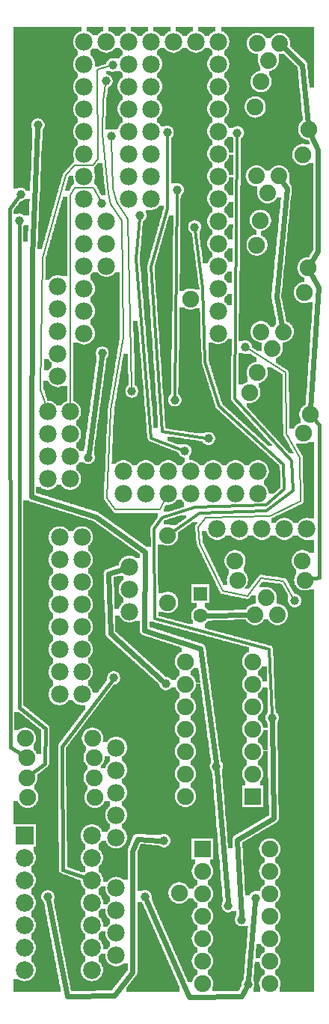
<source format=gtl>
G04 MADE WITH FRITZING*
G04 WWW.FRITZING.ORG*
G04 DOUBLE SIDED*
G04 HOLES PLATED*
G04 CONTOUR ON CENTER OF CONTOUR VECTOR*
%ASAXBY*%
%FSLAX23Y23*%
%MOIN*%
%OFA0B0*%
%SFA1.0B1.0*%
%ADD10C,0.075000*%
%ADD11C,0.062992*%
%ADD12C,0.078000*%
%ADD13C,0.079370*%
%ADD14C,0.074000*%
%ADD15C,0.039370*%
%ADD16R,0.062992X0.062992*%
%ADD17R,0.079370X0.079370*%
%ADD18R,0.075000X0.075000*%
%ADD19C,0.008000*%
%ADD20C,0.006000*%
%ADD21C,0.016000*%
%ADD22C,0.024000*%
%ADD23C,0.012000*%
%LNCOPPER1*%
G90*
G70*
G54D10*
X113Y4262D03*
X1044Y4220D03*
X749Y4145D03*
X231Y3304D03*
X551Y2615D03*
X1185Y2663D03*
X829Y2881D03*
X453Y3155D03*
X761Y1957D03*
X691Y1549D03*
X1181Y1947D03*
X955Y1545D03*
X662Y199D03*
X146Y2037D03*
X727Y2078D03*
X727Y1778D03*
G54D11*
X873Y1818D03*
X873Y1720D03*
G54D12*
X556Y1938D03*
X556Y1838D03*
X556Y1738D03*
X237Y3187D03*
X237Y3087D03*
X237Y2987D03*
X237Y2887D03*
X237Y2787D03*
X528Y2263D03*
X628Y2263D03*
X728Y2263D03*
X828Y2263D03*
X928Y2263D03*
X1028Y2263D03*
X1128Y2263D03*
X528Y2263D03*
X628Y2263D03*
X728Y2263D03*
X828Y2263D03*
X928Y2263D03*
X1028Y2263D03*
X1128Y2263D03*
X1128Y2363D03*
X1028Y2363D03*
X928Y2363D03*
X828Y2363D03*
X728Y2363D03*
X628Y2363D03*
X528Y2363D03*
X245Y2069D03*
X245Y1969D03*
X245Y1869D03*
X245Y1769D03*
X245Y1669D03*
X245Y1569D03*
X245Y1469D03*
X245Y1369D03*
X245Y2069D03*
X245Y1969D03*
X245Y1869D03*
X245Y1769D03*
X245Y1669D03*
X245Y1569D03*
X245Y1469D03*
X245Y1369D03*
X345Y1369D03*
X345Y1469D03*
X345Y1569D03*
X345Y1669D03*
X345Y1769D03*
X345Y1869D03*
X345Y1969D03*
X345Y2069D03*
G54D13*
X89Y740D03*
X389Y740D03*
X89Y640D03*
X389Y640D03*
X89Y540D03*
X389Y540D03*
X89Y440D03*
X389Y440D03*
X89Y340D03*
X389Y340D03*
X89Y240D03*
X389Y240D03*
X89Y140D03*
X389Y140D03*
G54D12*
X292Y2329D03*
X292Y2429D03*
X292Y2529D03*
X292Y2629D03*
X292Y2329D03*
X292Y2429D03*
X292Y2529D03*
X292Y2629D03*
X192Y2629D03*
X192Y2529D03*
X192Y2429D03*
X192Y2329D03*
G54D14*
X1226Y4269D03*
X1176Y4194D03*
X1126Y4269D03*
X1226Y4269D03*
X1176Y4194D03*
X1126Y4269D03*
X1222Y3679D03*
X1172Y3604D03*
X1122Y3679D03*
X1222Y3679D03*
X1172Y3604D03*
X1122Y3679D03*
X1116Y1725D03*
X1166Y1800D03*
X1216Y1725D03*
X1116Y1725D03*
X1166Y1800D03*
X1216Y1725D03*
X1242Y2985D03*
X1192Y2910D03*
X1142Y2985D03*
X1242Y2985D03*
X1192Y2910D03*
X1142Y2985D03*
G54D10*
X1329Y3774D03*
X1117Y3986D03*
X1337Y3159D03*
X1124Y3371D03*
X1327Y1964D03*
X1027Y1964D03*
X1332Y2533D03*
X1093Y2715D03*
X1143Y4099D03*
X1355Y3887D03*
X1140Y3481D03*
X1352Y3269D03*
X1038Y1878D03*
X1338Y1878D03*
X1126Y2803D03*
X1361Y2617D03*
X403Y910D03*
X103Y910D03*
X399Y997D03*
X99Y997D03*
X399Y1087D03*
X99Y1087D03*
X392Y1173D03*
X92Y1173D03*
X1106Y915D03*
X806Y915D03*
X1106Y1015D03*
X806Y1015D03*
X1106Y1115D03*
X806Y1115D03*
X1106Y1215D03*
X806Y1215D03*
X1106Y1315D03*
X806Y1315D03*
X1106Y1415D03*
X806Y1415D03*
X1106Y1515D03*
X806Y1515D03*
X882Y680D03*
X1182Y680D03*
X882Y580D03*
X1182Y580D03*
X882Y480D03*
X1182Y480D03*
X882Y380D03*
X1182Y380D03*
X882Y280D03*
X1182Y280D03*
X882Y180D03*
X1182Y180D03*
X882Y80D03*
X1182Y80D03*
G54D12*
X497Y206D03*
X497Y306D03*
X497Y406D03*
X497Y506D03*
X947Y2106D03*
X1047Y2106D03*
X1147Y2106D03*
X1247Y2106D03*
X1347Y2106D03*
X497Y731D03*
X497Y831D03*
X497Y931D03*
X497Y1031D03*
X497Y1131D03*
X354Y4277D03*
X354Y4177D03*
X354Y4077D03*
X354Y3977D03*
X354Y3877D03*
X354Y3777D03*
X354Y3677D03*
X354Y3577D03*
X354Y3477D03*
X354Y3377D03*
X354Y3277D03*
X354Y3177D03*
X354Y3077D03*
X354Y2977D03*
X354Y4277D03*
X354Y4177D03*
X354Y4077D03*
X354Y3977D03*
X354Y3877D03*
X354Y3777D03*
X354Y3677D03*
X354Y3577D03*
X354Y3477D03*
X354Y3377D03*
X354Y3277D03*
X354Y3177D03*
X354Y3077D03*
X354Y2977D03*
X952Y4278D03*
X952Y4178D03*
X952Y4078D03*
X952Y3978D03*
X952Y3878D03*
X952Y3778D03*
X952Y3678D03*
X952Y3578D03*
X952Y3478D03*
X952Y3378D03*
X952Y3278D03*
X952Y3178D03*
X952Y3078D03*
X952Y2978D03*
X952Y4278D03*
X952Y4178D03*
X952Y4078D03*
X952Y3978D03*
X952Y3878D03*
X952Y3778D03*
X952Y3678D03*
X952Y3578D03*
X952Y3478D03*
X952Y3378D03*
X952Y3278D03*
X952Y3178D03*
X952Y3078D03*
X952Y2978D03*
X454Y3478D03*
X454Y3378D03*
X454Y3278D03*
X852Y4277D03*
X752Y4277D03*
X652Y4277D03*
X552Y4277D03*
X452Y4277D03*
X654Y4177D03*
X654Y4077D03*
X654Y3977D03*
X654Y3877D03*
X654Y3777D03*
X654Y3677D03*
X654Y3577D03*
X654Y4177D03*
X654Y4077D03*
X654Y3977D03*
X654Y3877D03*
X654Y3777D03*
X654Y3677D03*
X654Y3577D03*
X552Y4178D03*
X552Y4078D03*
X552Y3978D03*
X552Y3878D03*
X552Y3778D03*
X552Y3678D03*
X552Y3578D03*
X552Y4178D03*
X552Y4078D03*
X552Y3978D03*
X552Y3878D03*
X552Y3778D03*
X552Y3678D03*
X552Y3578D03*
G54D15*
X148Y3906D03*
X482Y4173D03*
X434Y3556D03*
X452Y4102D03*
X476Y3858D03*
X944Y1048D03*
X996Y427D03*
X603Y3503D03*
X804Y2453D03*
X1037Y3871D03*
X71Y3597D03*
X67Y3481D03*
X847Y3451D03*
X1056Y365D03*
X1193Y1265D03*
X709Y717D03*
X193Y466D03*
X1085Y76D03*
X1119Y461D03*
X626Y467D03*
X769Y3616D03*
X758Y2681D03*
X725Y3873D03*
X435Y2889D03*
X372Y2424D03*
X719Y1417D03*
X908Y2509D03*
X1073Y2916D03*
X1294Y1786D03*
X486Y1442D03*
X567Y2720D03*
G54D10*
X828Y3131D03*
X778Y484D03*
G54D16*
X873Y1818D03*
G54D17*
X89Y740D03*
G54D18*
X1106Y915D03*
X882Y680D03*
G54D19*
X168Y3312D02*
X160Y2728D01*
D02*
X273Y3684D02*
X168Y3312D01*
D02*
X160Y2728D02*
X185Y2652D01*
G54D20*
D02*
X413Y4153D02*
X416Y3755D01*
D02*
X416Y3755D02*
X391Y3728D01*
D02*
X469Y4169D02*
X413Y4153D01*
D02*
X391Y3728D02*
X313Y3728D01*
D02*
X313Y3728D02*
X273Y3684D01*
G54D19*
D02*
X293Y3593D02*
X311Y3628D01*
D02*
X311Y3628D02*
X397Y3628D01*
D02*
X292Y2653D02*
X293Y3593D01*
D02*
X463Y3600D02*
X473Y3553D01*
D02*
X494Y2192D02*
X692Y2192D01*
D02*
X436Y3866D02*
X463Y3600D01*
D02*
X474Y2636D02*
X456Y2245D01*
D02*
X528Y2961D02*
X474Y2636D01*
D02*
X450Y4089D02*
X438Y4012D01*
D02*
X524Y3479D02*
X528Y2961D01*
D02*
X473Y3553D02*
X524Y3479D01*
D02*
X692Y2192D02*
X717Y2241D01*
D02*
X456Y2245D02*
X494Y2192D01*
D02*
X566Y2733D02*
X550Y3486D01*
D02*
X498Y3563D02*
X484Y3622D01*
G54D21*
D02*
X1403Y1889D02*
X1361Y1882D01*
D02*
X1402Y2570D02*
X1403Y1889D01*
D02*
X1376Y2600D02*
X1402Y2570D01*
G54D22*
D02*
X1367Y3294D02*
X1397Y3342D01*
D02*
X1397Y3342D02*
X1397Y3798D01*
D02*
X1397Y3798D02*
X1367Y3861D01*
D02*
X1363Y2645D02*
X1400Y3184D01*
X1400Y3184D02*
X1366Y3244D01*
G54D21*
D02*
X260Y588D02*
X256Y1136D01*
D02*
X256Y1136D02*
X350Y1261D01*
D02*
X365Y549D02*
X260Y588D01*
G54D22*
D02*
X995Y446D02*
X946Y1030D01*
D02*
X406Y2161D02*
X118Y2250D01*
D02*
X626Y2004D02*
X406Y2161D01*
D02*
X874Y1573D02*
X624Y1654D01*
D02*
X624Y1654D02*
X626Y2004D01*
D02*
X942Y1067D02*
X874Y1573D01*
D02*
X118Y2250D02*
X122Y3324D01*
D02*
X122Y3324D02*
X147Y3887D01*
G54D23*
D02*
X653Y2511D02*
X586Y3309D01*
D02*
X586Y3309D02*
X602Y3490D01*
D02*
X791Y2458D02*
X653Y2511D01*
D02*
X1025Y2686D02*
X1037Y3858D01*
D02*
X1287Y2278D02*
X1278Y2410D01*
D02*
X870Y2178D02*
X1167Y2186D01*
D02*
X1278Y2410D02*
X1025Y2686D01*
D02*
X870Y2178D02*
X746Y2091D01*
G54D21*
D02*
X63Y3586D02*
X22Y3533D01*
D02*
X22Y3533D02*
X27Y1133D01*
D02*
X27Y1133D02*
X79Y1100D01*
D02*
X117Y1012D02*
X180Y1061D01*
D02*
X180Y1061D02*
X182Y1217D01*
D02*
X182Y1217D02*
X67Y1311D01*
D02*
X67Y1311D02*
X67Y3468D01*
G54D22*
D02*
X1037Y721D02*
X1200Y817D01*
D02*
X1200Y817D02*
X1193Y1246D01*
D02*
X1055Y384D02*
X1037Y721D01*
D02*
X1087Y95D02*
X1117Y443D01*
D02*
X569Y131D02*
X569Y670D01*
D02*
X489Y28D02*
X569Y131D01*
D02*
X278Y24D02*
X489Y28D01*
D02*
X196Y447D02*
X278Y24D01*
G54D23*
D02*
X1247Y2284D02*
X1242Y2395D01*
D02*
X1165Y2213D02*
X1247Y2284D01*
D02*
X894Y2850D02*
X883Y3181D01*
D02*
X848Y2202D02*
X1165Y2213D01*
D02*
X1242Y2395D02*
X956Y2654D01*
D02*
X956Y2654D02*
X894Y2850D01*
D02*
X1192Y1279D02*
X1180Y1571D01*
D02*
X1180Y1571D02*
X670Y1706D01*
D02*
X702Y2158D02*
X848Y2202D01*
D02*
X670Y1706D02*
X667Y2108D01*
D02*
X667Y2108D02*
X702Y2158D01*
G54D22*
D02*
X822Y21D02*
X634Y450D01*
D02*
X1076Y60D02*
X1056Y24D01*
D02*
X1056Y24D02*
X822Y21D01*
G54D23*
D02*
X758Y2694D02*
X769Y3603D01*
G54D22*
D02*
X375Y2443D02*
X433Y2870D01*
G54D19*
D02*
X397Y3628D02*
X428Y3568D01*
D02*
X484Y3622D02*
X476Y3845D01*
G54D22*
D02*
X592Y725D02*
X690Y718D01*
D02*
X569Y670D02*
X592Y725D01*
D02*
X463Y1906D02*
X472Y1639D01*
D02*
X528Y1928D02*
X463Y1906D01*
D02*
X472Y1639D02*
X704Y1430D01*
G54D23*
D02*
X883Y3181D02*
X849Y3438D01*
G54D19*
D02*
X438Y4012D02*
X436Y3866D01*
G54D23*
D02*
X725Y3534D02*
X725Y3859D01*
D02*
X895Y2511D02*
X702Y2539D01*
D02*
X651Y3273D02*
X725Y3534D01*
D02*
X702Y2539D02*
X651Y3273D01*
G54D19*
D02*
X1081Y1808D02*
X1144Y1887D01*
D02*
X1144Y1887D02*
X1244Y1873D01*
D02*
X972Y1830D02*
X1081Y1808D01*
D02*
X863Y2115D02*
X870Y2041D01*
D02*
X870Y2041D02*
X972Y1830D01*
D02*
X1183Y2165D02*
X896Y2156D01*
D02*
X896Y2156D02*
X863Y2115D01*
D02*
X1319Y2230D02*
X1183Y2165D01*
D02*
X1315Y2424D02*
X1319Y2230D01*
D02*
X1256Y2530D02*
X1315Y2424D01*
D02*
X1252Y2802D02*
X1256Y2530D01*
D02*
X1244Y1873D02*
X1287Y1798D01*
D02*
X1085Y2909D02*
X1252Y2802D01*
G54D22*
D02*
X900Y1720D02*
X1089Y1724D01*
G54D23*
D02*
X1167Y2186D02*
X1287Y2278D01*
G54D19*
D02*
X550Y3486D02*
X498Y3563D01*
G54D21*
D02*
X350Y1261D02*
X478Y1431D01*
G54D22*
D02*
X1211Y3141D02*
X1258Y3625D01*
D02*
X1258Y3625D02*
X1237Y3656D01*
D02*
X1237Y3012D02*
X1211Y3141D01*
D02*
X1246Y4251D02*
X1327Y4175D01*
D02*
X1327Y4175D02*
X1352Y3915D01*
G36*
X40Y4344D02*
X40Y3936D01*
X154Y3936D01*
X154Y3934D01*
X160Y3934D01*
X160Y3932D01*
X164Y3932D01*
X164Y3930D01*
X166Y3930D01*
X166Y3928D01*
X170Y3928D01*
X170Y3924D01*
X172Y3924D01*
X172Y3922D01*
X174Y3922D01*
X174Y3918D01*
X176Y3918D01*
X176Y3912D01*
X178Y3912D01*
X178Y3900D01*
X176Y3900D01*
X176Y3894D01*
X174Y3894D01*
X174Y3890D01*
X172Y3890D01*
X172Y3888D01*
X170Y3888D01*
X170Y3880D01*
X168Y3880D01*
X168Y3836D01*
X166Y3836D01*
X166Y3790D01*
X164Y3790D01*
X164Y3746D01*
X162Y3746D01*
X162Y3700D01*
X160Y3700D01*
X160Y3656D01*
X158Y3656D01*
X158Y3610D01*
X156Y3610D01*
X156Y3566D01*
X154Y3566D01*
X154Y3522D01*
X152Y3522D01*
X152Y3476D01*
X150Y3476D01*
X150Y3432D01*
X148Y3432D01*
X148Y3386D01*
X146Y3386D01*
X146Y3352D01*
X166Y3352D01*
X166Y3360D01*
X168Y3360D01*
X168Y3366D01*
X170Y3366D01*
X170Y3374D01*
X172Y3374D01*
X172Y3380D01*
X174Y3380D01*
X174Y3388D01*
X176Y3388D01*
X176Y3394D01*
X178Y3394D01*
X178Y3402D01*
X180Y3402D01*
X180Y3410D01*
X182Y3410D01*
X182Y3416D01*
X184Y3416D01*
X184Y3424D01*
X186Y3424D01*
X186Y3430D01*
X188Y3430D01*
X188Y3438D01*
X190Y3438D01*
X190Y3444D01*
X192Y3444D01*
X192Y3452D01*
X194Y3452D01*
X194Y3458D01*
X196Y3458D01*
X196Y3466D01*
X198Y3466D01*
X198Y3472D01*
X200Y3472D01*
X200Y3480D01*
X202Y3480D01*
X202Y3486D01*
X204Y3486D01*
X204Y3494D01*
X206Y3494D01*
X206Y3500D01*
X208Y3500D01*
X208Y3508D01*
X210Y3508D01*
X210Y3516D01*
X212Y3516D01*
X212Y3522D01*
X214Y3522D01*
X214Y3530D01*
X216Y3530D01*
X216Y3536D01*
X218Y3536D01*
X218Y3544D01*
X220Y3544D01*
X220Y3550D01*
X222Y3550D01*
X222Y3558D01*
X224Y3558D01*
X224Y3564D01*
X226Y3564D01*
X226Y3572D01*
X228Y3572D01*
X228Y3578D01*
X230Y3578D01*
X230Y3586D01*
X232Y3586D01*
X232Y3592D01*
X234Y3592D01*
X234Y3600D01*
X236Y3600D01*
X236Y3606D01*
X238Y3606D01*
X238Y3614D01*
X240Y3614D01*
X240Y3622D01*
X242Y3622D01*
X242Y3628D01*
X244Y3628D01*
X244Y3636D01*
X246Y3636D01*
X246Y3642D01*
X248Y3642D01*
X248Y3650D01*
X250Y3650D01*
X250Y3656D01*
X252Y3656D01*
X252Y3664D01*
X254Y3664D01*
X254Y3670D01*
X256Y3670D01*
X256Y3678D01*
X258Y3678D01*
X258Y3684D01*
X260Y3684D01*
X260Y3690D01*
X262Y3690D01*
X262Y3694D01*
X266Y3694D01*
X266Y3696D01*
X268Y3696D01*
X268Y3698D01*
X270Y3698D01*
X270Y3700D01*
X272Y3700D01*
X272Y3704D01*
X274Y3704D01*
X274Y3706D01*
X276Y3706D01*
X276Y3708D01*
X278Y3708D01*
X278Y3710D01*
X280Y3710D01*
X280Y3712D01*
X282Y3712D01*
X282Y3714D01*
X284Y3714D01*
X284Y3716D01*
X286Y3716D01*
X286Y3718D01*
X288Y3718D01*
X288Y3720D01*
X290Y3720D01*
X290Y3724D01*
X292Y3724D01*
X292Y3726D01*
X294Y3726D01*
X294Y3728D01*
X296Y3728D01*
X296Y3730D01*
X298Y3730D01*
X298Y3732D01*
X300Y3732D01*
X300Y3734D01*
X302Y3734D01*
X302Y3736D01*
X304Y3736D01*
X304Y3738D01*
X306Y3738D01*
X306Y3740D01*
X308Y3740D01*
X308Y3764D01*
X306Y3764D01*
X306Y3790D01*
X308Y3790D01*
X308Y3796D01*
X310Y3796D01*
X310Y3800D01*
X312Y3800D01*
X312Y3804D01*
X314Y3804D01*
X314Y3806D01*
X316Y3806D01*
X316Y3810D01*
X318Y3810D01*
X318Y3812D01*
X320Y3812D01*
X320Y3814D01*
X322Y3814D01*
X322Y3816D01*
X326Y3816D01*
X326Y3838D01*
X324Y3838D01*
X324Y3840D01*
X322Y3840D01*
X322Y3842D01*
X320Y3842D01*
X320Y3844D01*
X318Y3844D01*
X318Y3846D01*
X316Y3846D01*
X316Y3848D01*
X314Y3848D01*
X314Y3850D01*
X312Y3850D01*
X312Y3854D01*
X310Y3854D01*
X310Y3858D01*
X308Y3858D01*
X308Y3864D01*
X306Y3864D01*
X306Y3890D01*
X308Y3890D01*
X308Y3896D01*
X310Y3896D01*
X310Y3900D01*
X312Y3900D01*
X312Y3904D01*
X314Y3904D01*
X314Y3906D01*
X316Y3906D01*
X316Y3910D01*
X318Y3910D01*
X318Y3912D01*
X320Y3912D01*
X320Y3914D01*
X322Y3914D01*
X322Y3916D01*
X326Y3916D01*
X326Y3938D01*
X324Y3938D01*
X324Y3940D01*
X322Y3940D01*
X322Y3942D01*
X320Y3942D01*
X320Y3944D01*
X318Y3944D01*
X318Y3946D01*
X316Y3946D01*
X316Y3948D01*
X314Y3948D01*
X314Y3950D01*
X312Y3950D01*
X312Y3954D01*
X310Y3954D01*
X310Y3958D01*
X308Y3958D01*
X308Y3964D01*
X306Y3964D01*
X306Y3990D01*
X308Y3990D01*
X308Y3996D01*
X310Y3996D01*
X310Y4000D01*
X312Y4000D01*
X312Y4004D01*
X314Y4004D01*
X314Y4006D01*
X316Y4006D01*
X316Y4010D01*
X318Y4010D01*
X318Y4012D01*
X320Y4012D01*
X320Y4014D01*
X322Y4014D01*
X322Y4016D01*
X326Y4016D01*
X326Y4038D01*
X324Y4038D01*
X324Y4040D01*
X322Y4040D01*
X322Y4042D01*
X320Y4042D01*
X320Y4044D01*
X318Y4044D01*
X318Y4046D01*
X316Y4046D01*
X316Y4048D01*
X314Y4048D01*
X314Y4050D01*
X312Y4050D01*
X312Y4054D01*
X310Y4054D01*
X310Y4058D01*
X308Y4058D01*
X308Y4064D01*
X306Y4064D01*
X306Y4090D01*
X308Y4090D01*
X308Y4096D01*
X310Y4096D01*
X310Y4100D01*
X312Y4100D01*
X312Y4104D01*
X314Y4104D01*
X314Y4106D01*
X316Y4106D01*
X316Y4110D01*
X318Y4110D01*
X318Y4112D01*
X320Y4112D01*
X320Y4114D01*
X322Y4114D01*
X322Y4116D01*
X326Y4116D01*
X326Y4138D01*
X324Y4138D01*
X324Y4140D01*
X322Y4140D01*
X322Y4142D01*
X320Y4142D01*
X320Y4144D01*
X318Y4144D01*
X318Y4146D01*
X316Y4146D01*
X316Y4148D01*
X314Y4148D01*
X314Y4150D01*
X312Y4150D01*
X312Y4154D01*
X310Y4154D01*
X310Y4158D01*
X308Y4158D01*
X308Y4164D01*
X306Y4164D01*
X306Y4190D01*
X308Y4190D01*
X308Y4196D01*
X310Y4196D01*
X310Y4200D01*
X312Y4200D01*
X312Y4204D01*
X314Y4204D01*
X314Y4206D01*
X316Y4206D01*
X316Y4210D01*
X318Y4210D01*
X318Y4212D01*
X320Y4212D01*
X320Y4214D01*
X322Y4214D01*
X322Y4216D01*
X326Y4216D01*
X326Y4238D01*
X324Y4238D01*
X324Y4240D01*
X322Y4240D01*
X322Y4242D01*
X320Y4242D01*
X320Y4244D01*
X318Y4244D01*
X318Y4246D01*
X316Y4246D01*
X316Y4248D01*
X314Y4248D01*
X314Y4250D01*
X312Y4250D01*
X312Y4254D01*
X310Y4254D01*
X310Y4258D01*
X308Y4258D01*
X308Y4264D01*
X306Y4264D01*
X306Y4290D01*
X308Y4290D01*
X308Y4296D01*
X310Y4296D01*
X310Y4300D01*
X312Y4300D01*
X312Y4304D01*
X314Y4304D01*
X314Y4306D01*
X316Y4306D01*
X316Y4310D01*
X318Y4310D01*
X318Y4312D01*
X320Y4312D01*
X320Y4314D01*
X322Y4314D01*
X322Y4316D01*
X326Y4316D01*
X326Y4318D01*
X328Y4318D01*
X328Y4320D01*
X332Y4320D01*
X332Y4322D01*
X336Y4322D01*
X336Y4324D01*
X344Y4324D01*
X344Y4344D01*
X40Y4344D01*
G37*
D02*
G36*
X40Y3936D02*
X40Y3626D01*
X82Y3626D01*
X82Y3624D01*
X86Y3624D01*
X86Y3622D01*
X88Y3622D01*
X88Y3620D01*
X92Y3620D01*
X92Y3618D01*
X94Y3618D01*
X94Y3614D01*
X114Y3614D01*
X114Y3658D01*
X116Y3658D01*
X116Y3702D01*
X118Y3702D01*
X118Y3746D01*
X120Y3746D01*
X120Y3792D01*
X122Y3792D01*
X122Y3836D01*
X124Y3836D01*
X124Y3890D01*
X122Y3890D01*
X122Y3894D01*
X120Y3894D01*
X120Y3902D01*
X118Y3902D01*
X118Y3910D01*
X120Y3910D01*
X120Y3918D01*
X122Y3918D01*
X122Y3922D01*
X124Y3922D01*
X124Y3924D01*
X126Y3924D01*
X126Y3926D01*
X128Y3926D01*
X128Y3928D01*
X130Y3928D01*
X130Y3930D01*
X132Y3930D01*
X132Y3932D01*
X136Y3932D01*
X136Y3934D01*
X142Y3934D01*
X142Y3936D01*
X40Y3936D01*
G37*
D02*
G36*
X40Y3626D02*
X40Y3624D01*
X60Y3624D01*
X60Y3626D01*
X40Y3626D01*
G37*
D02*
G36*
X366Y4344D02*
X366Y4324D01*
X372Y4324D01*
X372Y4322D01*
X376Y4322D01*
X376Y4320D01*
X380Y4320D01*
X380Y4318D01*
X382Y4318D01*
X382Y4316D01*
X386Y4316D01*
X386Y4314D01*
X388Y4314D01*
X388Y4312D01*
X390Y4312D01*
X390Y4310D01*
X392Y4310D01*
X392Y4306D01*
X414Y4306D01*
X414Y4308D01*
X416Y4308D01*
X416Y4312D01*
X418Y4312D01*
X418Y4314D01*
X422Y4314D01*
X422Y4316D01*
X424Y4316D01*
X424Y4318D01*
X426Y4318D01*
X426Y4320D01*
X430Y4320D01*
X430Y4322D01*
X434Y4322D01*
X434Y4324D01*
X440Y4324D01*
X440Y4344D01*
X366Y4344D01*
G37*
D02*
G36*
X464Y4344D02*
X464Y4324D01*
X470Y4324D01*
X470Y4322D01*
X474Y4322D01*
X474Y4320D01*
X478Y4320D01*
X478Y4318D01*
X482Y4318D01*
X482Y4316D01*
X484Y4316D01*
X484Y4314D01*
X486Y4314D01*
X486Y4312D01*
X488Y4312D01*
X488Y4310D01*
X490Y4310D01*
X490Y4308D01*
X492Y4308D01*
X492Y4304D01*
X512Y4304D01*
X512Y4306D01*
X514Y4306D01*
X514Y4308D01*
X516Y4308D01*
X516Y4312D01*
X518Y4312D01*
X518Y4314D01*
X522Y4314D01*
X522Y4316D01*
X524Y4316D01*
X524Y4318D01*
X526Y4318D01*
X526Y4320D01*
X530Y4320D01*
X530Y4322D01*
X534Y4322D01*
X534Y4324D01*
X540Y4324D01*
X540Y4344D01*
X464Y4344D01*
G37*
D02*
G36*
X564Y4344D02*
X564Y4324D01*
X570Y4324D01*
X570Y4322D01*
X574Y4322D01*
X574Y4320D01*
X578Y4320D01*
X578Y4318D01*
X582Y4318D01*
X582Y4316D01*
X584Y4316D01*
X584Y4314D01*
X586Y4314D01*
X586Y4312D01*
X588Y4312D01*
X588Y4310D01*
X590Y4310D01*
X590Y4308D01*
X592Y4308D01*
X592Y4304D01*
X612Y4304D01*
X612Y4306D01*
X614Y4306D01*
X614Y4308D01*
X616Y4308D01*
X616Y4312D01*
X618Y4312D01*
X618Y4314D01*
X622Y4314D01*
X622Y4316D01*
X624Y4316D01*
X624Y4318D01*
X626Y4318D01*
X626Y4320D01*
X630Y4320D01*
X630Y4322D01*
X634Y4322D01*
X634Y4324D01*
X640Y4324D01*
X640Y4344D01*
X564Y4344D01*
G37*
D02*
G36*
X664Y4344D02*
X664Y4324D01*
X670Y4324D01*
X670Y4322D01*
X674Y4322D01*
X674Y4320D01*
X678Y4320D01*
X678Y4318D01*
X682Y4318D01*
X682Y4316D01*
X684Y4316D01*
X684Y4314D01*
X686Y4314D01*
X686Y4312D01*
X688Y4312D01*
X688Y4310D01*
X690Y4310D01*
X690Y4308D01*
X692Y4308D01*
X692Y4304D01*
X712Y4304D01*
X712Y4306D01*
X714Y4306D01*
X714Y4308D01*
X716Y4308D01*
X716Y4312D01*
X718Y4312D01*
X718Y4314D01*
X722Y4314D01*
X722Y4316D01*
X724Y4316D01*
X724Y4318D01*
X726Y4318D01*
X726Y4320D01*
X730Y4320D01*
X730Y4322D01*
X734Y4322D01*
X734Y4324D01*
X740Y4324D01*
X740Y4344D01*
X664Y4344D01*
G37*
D02*
G36*
X764Y4344D02*
X764Y4324D01*
X770Y4324D01*
X770Y4322D01*
X774Y4322D01*
X774Y4320D01*
X778Y4320D01*
X778Y4318D01*
X782Y4318D01*
X782Y4316D01*
X784Y4316D01*
X784Y4314D01*
X786Y4314D01*
X786Y4312D01*
X788Y4312D01*
X788Y4310D01*
X790Y4310D01*
X790Y4308D01*
X792Y4308D01*
X792Y4304D01*
X812Y4304D01*
X812Y4306D01*
X814Y4306D01*
X814Y4308D01*
X816Y4308D01*
X816Y4312D01*
X818Y4312D01*
X818Y4314D01*
X822Y4314D01*
X822Y4316D01*
X824Y4316D01*
X824Y4318D01*
X826Y4318D01*
X826Y4320D01*
X830Y4320D01*
X830Y4322D01*
X834Y4322D01*
X834Y4324D01*
X840Y4324D01*
X840Y4344D01*
X764Y4344D01*
G37*
D02*
G36*
X864Y4344D02*
X864Y4324D01*
X870Y4324D01*
X870Y4322D01*
X874Y4322D01*
X874Y4320D01*
X878Y4320D01*
X878Y4318D01*
X882Y4318D01*
X882Y4316D01*
X884Y4316D01*
X884Y4314D01*
X886Y4314D01*
X886Y4312D01*
X888Y4312D01*
X888Y4310D01*
X890Y4310D01*
X890Y4308D01*
X892Y4308D01*
X892Y4304D01*
X912Y4304D01*
X912Y4308D01*
X914Y4308D01*
X914Y4310D01*
X916Y4310D01*
X916Y4312D01*
X918Y4312D01*
X918Y4314D01*
X920Y4314D01*
X920Y4316D01*
X922Y4316D01*
X922Y4318D01*
X926Y4318D01*
X926Y4320D01*
X928Y4320D01*
X928Y4322D01*
X932Y4322D01*
X932Y4324D01*
X938Y4324D01*
X938Y4344D01*
X864Y4344D01*
G37*
D02*
G36*
X966Y4344D02*
X966Y4324D01*
X972Y4324D01*
X972Y4322D01*
X976Y4322D01*
X976Y4320D01*
X980Y4320D01*
X980Y4318D01*
X982Y4318D01*
X982Y4316D01*
X1236Y4316D01*
X1236Y4314D01*
X1244Y4314D01*
X1244Y4312D01*
X1248Y4312D01*
X1248Y4310D01*
X1252Y4310D01*
X1252Y4308D01*
X1254Y4308D01*
X1254Y4306D01*
X1256Y4306D01*
X1256Y4304D01*
X1258Y4304D01*
X1258Y4302D01*
X1260Y4302D01*
X1260Y4300D01*
X1262Y4300D01*
X1262Y4298D01*
X1264Y4298D01*
X1264Y4296D01*
X1266Y4296D01*
X1266Y4292D01*
X1268Y4292D01*
X1268Y4288D01*
X1270Y4288D01*
X1270Y4282D01*
X1272Y4282D01*
X1272Y4272D01*
X1274Y4272D01*
X1274Y4254D01*
X1276Y4254D01*
X1276Y4252D01*
X1278Y4252D01*
X1278Y4250D01*
X1280Y4250D01*
X1280Y4248D01*
X1282Y4248D01*
X1282Y4246D01*
X1284Y4246D01*
X1284Y4244D01*
X1286Y4244D01*
X1286Y4242D01*
X1288Y4242D01*
X1288Y4240D01*
X1290Y4240D01*
X1290Y4238D01*
X1292Y4238D01*
X1292Y4236D01*
X1294Y4236D01*
X1294Y4234D01*
X1298Y4234D01*
X1298Y4232D01*
X1300Y4232D01*
X1300Y4230D01*
X1302Y4230D01*
X1302Y4228D01*
X1304Y4228D01*
X1304Y4226D01*
X1306Y4226D01*
X1306Y4224D01*
X1308Y4224D01*
X1308Y4222D01*
X1310Y4222D01*
X1310Y4220D01*
X1312Y4220D01*
X1312Y4218D01*
X1314Y4218D01*
X1314Y4216D01*
X1316Y4216D01*
X1316Y4214D01*
X1318Y4214D01*
X1318Y4212D01*
X1320Y4212D01*
X1320Y4210D01*
X1322Y4210D01*
X1322Y4208D01*
X1324Y4208D01*
X1324Y4206D01*
X1326Y4206D01*
X1326Y4204D01*
X1330Y4204D01*
X1330Y4202D01*
X1332Y4202D01*
X1332Y4200D01*
X1334Y4200D01*
X1334Y4198D01*
X1336Y4198D01*
X1336Y4196D01*
X1338Y4196D01*
X1338Y4194D01*
X1340Y4194D01*
X1340Y4192D01*
X1342Y4192D01*
X1342Y4190D01*
X1344Y4190D01*
X1344Y4188D01*
X1346Y4188D01*
X1346Y4184D01*
X1348Y4184D01*
X1348Y4172D01*
X1350Y4172D01*
X1350Y4152D01*
X1352Y4152D01*
X1352Y4132D01*
X1354Y4132D01*
X1354Y4112D01*
X1356Y4112D01*
X1356Y4092D01*
X1358Y4092D01*
X1358Y4072D01*
X1378Y4072D01*
X1378Y4344D01*
X966Y4344D01*
G37*
D02*
G36*
X984Y4316D02*
X984Y4314D01*
X988Y4314D01*
X988Y4310D01*
X990Y4310D01*
X990Y4308D01*
X992Y4308D01*
X992Y4306D01*
X994Y4306D01*
X994Y4302D01*
X996Y4302D01*
X996Y4298D01*
X998Y4298D01*
X998Y4292D01*
X1000Y4292D01*
X1000Y4284D01*
X1002Y4284D01*
X1002Y4274D01*
X1000Y4274D01*
X1000Y4264D01*
X998Y4264D01*
X998Y4258D01*
X996Y4258D01*
X996Y4254D01*
X994Y4254D01*
X994Y4252D01*
X992Y4252D01*
X992Y4248D01*
X990Y4248D01*
X990Y4246D01*
X988Y4246D01*
X988Y4244D01*
X986Y4244D01*
X986Y4242D01*
X984Y4242D01*
X984Y4240D01*
X982Y4240D01*
X982Y4238D01*
X980Y4238D01*
X980Y4218D01*
X982Y4218D01*
X982Y4216D01*
X984Y4216D01*
X984Y4214D01*
X988Y4214D01*
X988Y4210D01*
X990Y4210D01*
X990Y4208D01*
X992Y4208D01*
X992Y4206D01*
X994Y4206D01*
X994Y4202D01*
X996Y4202D01*
X996Y4198D01*
X998Y4198D01*
X998Y4192D01*
X1000Y4192D01*
X1000Y4184D01*
X1002Y4184D01*
X1002Y4174D01*
X1000Y4174D01*
X1000Y4164D01*
X998Y4164D01*
X998Y4158D01*
X996Y4158D01*
X996Y4154D01*
X994Y4154D01*
X994Y4152D01*
X992Y4152D01*
X992Y4148D01*
X990Y4148D01*
X990Y4146D01*
X988Y4146D01*
X988Y4144D01*
X986Y4144D01*
X986Y4142D01*
X984Y4142D01*
X984Y4140D01*
X982Y4140D01*
X982Y4138D01*
X980Y4138D01*
X980Y4118D01*
X982Y4118D01*
X982Y4116D01*
X984Y4116D01*
X984Y4114D01*
X988Y4114D01*
X988Y4110D01*
X990Y4110D01*
X990Y4108D01*
X992Y4108D01*
X992Y4106D01*
X994Y4106D01*
X994Y4102D01*
X996Y4102D01*
X996Y4098D01*
X998Y4098D01*
X998Y4092D01*
X1000Y4092D01*
X1000Y4084D01*
X1002Y4084D01*
X1002Y4074D01*
X1000Y4074D01*
X1000Y4064D01*
X998Y4064D01*
X998Y4058D01*
X996Y4058D01*
X996Y4054D01*
X994Y4054D01*
X994Y4052D01*
X1134Y4052D01*
X1134Y4054D01*
X1126Y4054D01*
X1126Y4056D01*
X1122Y4056D01*
X1122Y4058D01*
X1118Y4058D01*
X1118Y4060D01*
X1116Y4060D01*
X1116Y4062D01*
X1112Y4062D01*
X1112Y4064D01*
X1110Y4064D01*
X1110Y4066D01*
X1108Y4066D01*
X1108Y4068D01*
X1106Y4068D01*
X1106Y4070D01*
X1104Y4070D01*
X1104Y4074D01*
X1102Y4074D01*
X1102Y4078D01*
X1100Y4078D01*
X1100Y4082D01*
X1098Y4082D01*
X1098Y4088D01*
X1096Y4088D01*
X1096Y4110D01*
X1098Y4110D01*
X1098Y4118D01*
X1100Y4118D01*
X1100Y4122D01*
X1102Y4122D01*
X1102Y4124D01*
X1104Y4124D01*
X1104Y4128D01*
X1106Y4128D01*
X1106Y4130D01*
X1108Y4130D01*
X1108Y4132D01*
X1110Y4132D01*
X1110Y4134D01*
X1112Y4134D01*
X1112Y4136D01*
X1114Y4136D01*
X1114Y4138D01*
X1118Y4138D01*
X1118Y4140D01*
X1120Y4140D01*
X1120Y4142D01*
X1124Y4142D01*
X1124Y4144D01*
X1130Y4144D01*
X1130Y4146D01*
X1140Y4146D01*
X1140Y4166D01*
X1138Y4166D01*
X1138Y4168D01*
X1136Y4168D01*
X1136Y4172D01*
X1134Y4172D01*
X1134Y4176D01*
X1132Y4176D01*
X1132Y4182D01*
X1130Y4182D01*
X1130Y4222D01*
X1120Y4222D01*
X1120Y4224D01*
X1112Y4224D01*
X1112Y4226D01*
X1106Y4226D01*
X1106Y4228D01*
X1102Y4228D01*
X1102Y4230D01*
X1100Y4230D01*
X1100Y4232D01*
X1096Y4232D01*
X1096Y4234D01*
X1094Y4234D01*
X1094Y4236D01*
X1092Y4236D01*
X1092Y4238D01*
X1090Y4238D01*
X1090Y4240D01*
X1088Y4240D01*
X1088Y4244D01*
X1086Y4244D01*
X1086Y4248D01*
X1084Y4248D01*
X1084Y4250D01*
X1082Y4250D01*
X1082Y4258D01*
X1080Y4258D01*
X1080Y4282D01*
X1082Y4282D01*
X1082Y4288D01*
X1084Y4288D01*
X1084Y4292D01*
X1086Y4292D01*
X1086Y4296D01*
X1088Y4296D01*
X1088Y4298D01*
X1090Y4298D01*
X1090Y4300D01*
X1092Y4300D01*
X1092Y4302D01*
X1094Y4302D01*
X1094Y4304D01*
X1096Y4304D01*
X1096Y4306D01*
X1098Y4306D01*
X1098Y4308D01*
X1102Y4308D01*
X1102Y4310D01*
X1104Y4310D01*
X1104Y4312D01*
X1108Y4312D01*
X1108Y4314D01*
X1116Y4314D01*
X1116Y4316D01*
X984Y4316D01*
G37*
D02*
G36*
X1136Y4316D02*
X1136Y4314D01*
X1144Y4314D01*
X1144Y4312D01*
X1148Y4312D01*
X1148Y4310D01*
X1152Y4310D01*
X1152Y4308D01*
X1154Y4308D01*
X1154Y4306D01*
X1156Y4306D01*
X1156Y4304D01*
X1158Y4304D01*
X1158Y4302D01*
X1160Y4302D01*
X1160Y4300D01*
X1162Y4300D01*
X1162Y4298D01*
X1164Y4298D01*
X1164Y4296D01*
X1166Y4296D01*
X1166Y4292D01*
X1186Y4292D01*
X1186Y4296D01*
X1188Y4296D01*
X1188Y4298D01*
X1190Y4298D01*
X1190Y4300D01*
X1192Y4300D01*
X1192Y4302D01*
X1194Y4302D01*
X1194Y4304D01*
X1196Y4304D01*
X1196Y4306D01*
X1198Y4306D01*
X1198Y4308D01*
X1202Y4308D01*
X1202Y4310D01*
X1204Y4310D01*
X1204Y4312D01*
X1208Y4312D01*
X1208Y4314D01*
X1216Y4314D01*
X1216Y4316D01*
X1136Y4316D01*
G37*
D02*
G36*
X1222Y4222D02*
X1222Y4196D01*
X1224Y4196D01*
X1224Y4192D01*
X1222Y4192D01*
X1222Y4182D01*
X1220Y4182D01*
X1220Y4176D01*
X1218Y4176D01*
X1218Y4172D01*
X1216Y4172D01*
X1216Y4168D01*
X1214Y4168D01*
X1214Y4166D01*
X1212Y4166D01*
X1212Y4164D01*
X1210Y4164D01*
X1210Y4160D01*
X1206Y4160D01*
X1206Y4158D01*
X1204Y4158D01*
X1204Y4156D01*
X1202Y4156D01*
X1202Y4154D01*
X1198Y4154D01*
X1198Y4152D01*
X1194Y4152D01*
X1194Y4150D01*
X1188Y4150D01*
X1188Y4148D01*
X1180Y4148D01*
X1180Y4128D01*
X1182Y4128D01*
X1182Y4124D01*
X1184Y4124D01*
X1184Y4120D01*
X1186Y4120D01*
X1186Y4116D01*
X1188Y4116D01*
X1188Y4110D01*
X1190Y4110D01*
X1190Y4088D01*
X1188Y4088D01*
X1188Y4082D01*
X1186Y4082D01*
X1186Y4078D01*
X1184Y4078D01*
X1184Y4074D01*
X1182Y4074D01*
X1182Y4072D01*
X1180Y4072D01*
X1180Y4068D01*
X1178Y4068D01*
X1178Y4066D01*
X1176Y4066D01*
X1176Y4064D01*
X1174Y4064D01*
X1174Y4062D01*
X1170Y4062D01*
X1170Y4060D01*
X1168Y4060D01*
X1168Y4058D01*
X1164Y4058D01*
X1164Y4056D01*
X1160Y4056D01*
X1160Y4054D01*
X1152Y4054D01*
X1152Y4052D01*
X1316Y4052D01*
X1316Y4070D01*
X1314Y4070D01*
X1314Y4090D01*
X1312Y4090D01*
X1312Y4110D01*
X1310Y4110D01*
X1310Y4130D01*
X1308Y4130D01*
X1308Y4150D01*
X1306Y4150D01*
X1306Y4166D01*
X1304Y4166D01*
X1304Y4168D01*
X1302Y4168D01*
X1302Y4170D01*
X1298Y4170D01*
X1298Y4172D01*
X1296Y4172D01*
X1296Y4174D01*
X1294Y4174D01*
X1294Y4176D01*
X1292Y4176D01*
X1292Y4178D01*
X1290Y4178D01*
X1290Y4180D01*
X1288Y4180D01*
X1288Y4182D01*
X1286Y4182D01*
X1286Y4184D01*
X1284Y4184D01*
X1284Y4186D01*
X1282Y4186D01*
X1282Y4188D01*
X1280Y4188D01*
X1280Y4190D01*
X1278Y4190D01*
X1278Y4192D01*
X1276Y4192D01*
X1276Y4194D01*
X1274Y4194D01*
X1274Y4196D01*
X1272Y4196D01*
X1272Y4198D01*
X1270Y4198D01*
X1270Y4200D01*
X1266Y4200D01*
X1266Y4202D01*
X1264Y4202D01*
X1264Y4204D01*
X1262Y4204D01*
X1262Y4206D01*
X1260Y4206D01*
X1260Y4208D01*
X1258Y4208D01*
X1258Y4210D01*
X1256Y4210D01*
X1256Y4212D01*
X1254Y4212D01*
X1254Y4214D01*
X1252Y4214D01*
X1252Y4216D01*
X1250Y4216D01*
X1250Y4218D01*
X1248Y4218D01*
X1248Y4220D01*
X1246Y4220D01*
X1246Y4222D01*
X1222Y4222D01*
G37*
D02*
G36*
X992Y4052D02*
X992Y4050D01*
X1316Y4050D01*
X1316Y4052D01*
X992Y4052D01*
G37*
D02*
G36*
X992Y4052D02*
X992Y4050D01*
X1316Y4050D01*
X1316Y4052D01*
X992Y4052D01*
G37*
D02*
G36*
X992Y4050D02*
X992Y4048D01*
X990Y4048D01*
X990Y4046D01*
X988Y4046D01*
X988Y4044D01*
X986Y4044D01*
X986Y4042D01*
X984Y4042D01*
X984Y4040D01*
X982Y4040D01*
X982Y4038D01*
X980Y4038D01*
X980Y4034D01*
X1126Y4034D01*
X1126Y4032D01*
X1132Y4032D01*
X1132Y4030D01*
X1138Y4030D01*
X1138Y4028D01*
X1142Y4028D01*
X1142Y4026D01*
X1144Y4026D01*
X1144Y4024D01*
X1148Y4024D01*
X1148Y4022D01*
X1150Y4022D01*
X1150Y4020D01*
X1152Y4020D01*
X1152Y4018D01*
X1154Y4018D01*
X1154Y4016D01*
X1156Y4016D01*
X1156Y4012D01*
X1158Y4012D01*
X1158Y4008D01*
X1160Y4008D01*
X1160Y4004D01*
X1162Y4004D01*
X1162Y3998D01*
X1164Y3998D01*
X1164Y3974D01*
X1162Y3974D01*
X1162Y3968D01*
X1160Y3968D01*
X1160Y3964D01*
X1158Y3964D01*
X1158Y3960D01*
X1156Y3960D01*
X1156Y3958D01*
X1154Y3958D01*
X1154Y3956D01*
X1152Y3956D01*
X1152Y3952D01*
X1148Y3952D01*
X1148Y3950D01*
X1146Y3950D01*
X1146Y3948D01*
X1144Y3948D01*
X1144Y3946D01*
X1140Y3946D01*
X1140Y3944D01*
X1136Y3944D01*
X1136Y3942D01*
X1130Y3942D01*
X1130Y3940D01*
X1120Y3940D01*
X1120Y3938D01*
X1328Y3938D01*
X1328Y3948D01*
X1326Y3948D01*
X1326Y3968D01*
X1324Y3968D01*
X1324Y3988D01*
X1322Y3988D01*
X1322Y4008D01*
X1320Y4008D01*
X1320Y4028D01*
X1318Y4028D01*
X1318Y4048D01*
X1316Y4048D01*
X1316Y4050D01*
X992Y4050D01*
G37*
D02*
G36*
X980Y4034D02*
X980Y4018D01*
X982Y4018D01*
X982Y4016D01*
X984Y4016D01*
X984Y4014D01*
X988Y4014D01*
X988Y4010D01*
X990Y4010D01*
X990Y4008D01*
X992Y4008D01*
X992Y4006D01*
X994Y4006D01*
X994Y4002D01*
X996Y4002D01*
X996Y3998D01*
X998Y3998D01*
X998Y3992D01*
X1000Y3992D01*
X1000Y3984D01*
X1002Y3984D01*
X1002Y3974D01*
X1000Y3974D01*
X1000Y3964D01*
X998Y3964D01*
X998Y3958D01*
X996Y3958D01*
X996Y3954D01*
X994Y3954D01*
X994Y3952D01*
X992Y3952D01*
X992Y3948D01*
X990Y3948D01*
X990Y3946D01*
X988Y3946D01*
X988Y3944D01*
X986Y3944D01*
X986Y3942D01*
X984Y3942D01*
X984Y3940D01*
X982Y3940D01*
X982Y3938D01*
X1116Y3938D01*
X1116Y3940D01*
X1104Y3940D01*
X1104Y3942D01*
X1098Y3942D01*
X1098Y3944D01*
X1094Y3944D01*
X1094Y3946D01*
X1090Y3946D01*
X1090Y3948D01*
X1088Y3948D01*
X1088Y3950D01*
X1086Y3950D01*
X1086Y3952D01*
X1084Y3952D01*
X1084Y3954D01*
X1082Y3954D01*
X1082Y3956D01*
X1080Y3956D01*
X1080Y3958D01*
X1078Y3958D01*
X1078Y3962D01*
X1076Y3962D01*
X1076Y3966D01*
X1074Y3966D01*
X1074Y3970D01*
X1072Y3970D01*
X1072Y3976D01*
X1070Y3976D01*
X1070Y3996D01*
X1072Y3996D01*
X1072Y4004D01*
X1074Y4004D01*
X1074Y4008D01*
X1076Y4008D01*
X1076Y4012D01*
X1078Y4012D01*
X1078Y4014D01*
X1080Y4014D01*
X1080Y4016D01*
X1082Y4016D01*
X1082Y4020D01*
X1084Y4020D01*
X1084Y4022D01*
X1088Y4022D01*
X1088Y4024D01*
X1090Y4024D01*
X1090Y4026D01*
X1094Y4026D01*
X1094Y4028D01*
X1098Y4028D01*
X1098Y4030D01*
X1102Y4030D01*
X1102Y4032D01*
X1110Y4032D01*
X1110Y4034D01*
X980Y4034D01*
G37*
D02*
G36*
X980Y3938D02*
X980Y3936D01*
X1328Y3936D01*
X1328Y3938D01*
X980Y3938D01*
G37*
D02*
G36*
X980Y3938D02*
X980Y3936D01*
X1328Y3936D01*
X1328Y3938D01*
X980Y3938D01*
G37*
D02*
G36*
X980Y3936D02*
X980Y3918D01*
X982Y3918D01*
X982Y3916D01*
X984Y3916D01*
X984Y3914D01*
X988Y3914D01*
X988Y3910D01*
X990Y3910D01*
X990Y3908D01*
X992Y3908D01*
X992Y3906D01*
X994Y3906D01*
X994Y3902D01*
X1040Y3902D01*
X1040Y3900D01*
X1048Y3900D01*
X1048Y3898D01*
X1052Y3898D01*
X1052Y3896D01*
X1056Y3896D01*
X1056Y3894D01*
X1058Y3894D01*
X1058Y3892D01*
X1060Y3892D01*
X1060Y3890D01*
X1062Y3890D01*
X1062Y3886D01*
X1064Y3886D01*
X1064Y3882D01*
X1066Y3882D01*
X1066Y3872D01*
X1068Y3872D01*
X1068Y3870D01*
X1066Y3870D01*
X1066Y3860D01*
X1064Y3860D01*
X1064Y3856D01*
X1062Y3856D01*
X1062Y3854D01*
X1060Y3854D01*
X1060Y3852D01*
X1058Y3852D01*
X1058Y3850D01*
X1056Y3850D01*
X1056Y3848D01*
X1054Y3848D01*
X1054Y3828D01*
X1052Y3828D01*
X1052Y3822D01*
X1336Y3822D01*
X1336Y3820D01*
X1358Y3820D01*
X1358Y3832D01*
X1356Y3832D01*
X1356Y3836D01*
X1354Y3836D01*
X1354Y3840D01*
X1344Y3840D01*
X1344Y3842D01*
X1338Y3842D01*
X1338Y3844D01*
X1334Y3844D01*
X1334Y3846D01*
X1330Y3846D01*
X1330Y3848D01*
X1328Y3848D01*
X1328Y3850D01*
X1324Y3850D01*
X1324Y3852D01*
X1322Y3852D01*
X1322Y3854D01*
X1320Y3854D01*
X1320Y3856D01*
X1318Y3856D01*
X1318Y3860D01*
X1316Y3860D01*
X1316Y3862D01*
X1314Y3862D01*
X1314Y3866D01*
X1312Y3866D01*
X1312Y3870D01*
X1310Y3870D01*
X1310Y3876D01*
X1308Y3876D01*
X1308Y3898D01*
X1310Y3898D01*
X1310Y3904D01*
X1312Y3904D01*
X1312Y3908D01*
X1314Y3908D01*
X1314Y3912D01*
X1316Y3912D01*
X1316Y3916D01*
X1318Y3916D01*
X1318Y3918D01*
X1320Y3918D01*
X1320Y3920D01*
X1322Y3920D01*
X1322Y3922D01*
X1324Y3922D01*
X1324Y3924D01*
X1326Y3924D01*
X1326Y3926D01*
X1328Y3926D01*
X1328Y3936D01*
X980Y3936D01*
G37*
D02*
G36*
X996Y3902D02*
X996Y3898D01*
X998Y3898D01*
X998Y3892D01*
X1018Y3892D01*
X1018Y3894D01*
X1020Y3894D01*
X1020Y3896D01*
X1022Y3896D01*
X1022Y3898D01*
X1026Y3898D01*
X1026Y3900D01*
X1036Y3900D01*
X1036Y3902D01*
X996Y3902D01*
G37*
D02*
G36*
X1052Y3822D02*
X1052Y3726D01*
X1132Y3726D01*
X1132Y3724D01*
X1138Y3724D01*
X1138Y3722D01*
X1142Y3722D01*
X1142Y3720D01*
X1146Y3720D01*
X1146Y3718D01*
X1150Y3718D01*
X1150Y3716D01*
X1152Y3716D01*
X1152Y3714D01*
X1154Y3714D01*
X1154Y3712D01*
X1156Y3712D01*
X1156Y3710D01*
X1158Y3710D01*
X1158Y3708D01*
X1160Y3708D01*
X1160Y3706D01*
X1162Y3706D01*
X1162Y3702D01*
X1182Y3702D01*
X1182Y3706D01*
X1184Y3706D01*
X1184Y3708D01*
X1186Y3708D01*
X1186Y3710D01*
X1188Y3710D01*
X1188Y3712D01*
X1190Y3712D01*
X1190Y3714D01*
X1192Y3714D01*
X1192Y3716D01*
X1194Y3716D01*
X1194Y3718D01*
X1198Y3718D01*
X1198Y3720D01*
X1202Y3720D01*
X1202Y3722D01*
X1206Y3722D01*
X1206Y3724D01*
X1212Y3724D01*
X1212Y3726D01*
X1326Y3726D01*
X1326Y3728D01*
X1316Y3728D01*
X1316Y3730D01*
X1310Y3730D01*
X1310Y3732D01*
X1306Y3732D01*
X1306Y3734D01*
X1302Y3734D01*
X1302Y3736D01*
X1300Y3736D01*
X1300Y3738D01*
X1298Y3738D01*
X1298Y3740D01*
X1296Y3740D01*
X1296Y3742D01*
X1294Y3742D01*
X1294Y3744D01*
X1292Y3744D01*
X1292Y3746D01*
X1290Y3746D01*
X1290Y3750D01*
X1288Y3750D01*
X1288Y3754D01*
X1286Y3754D01*
X1286Y3758D01*
X1284Y3758D01*
X1284Y3766D01*
X1282Y3766D01*
X1282Y3784D01*
X1284Y3784D01*
X1284Y3790D01*
X1286Y3790D01*
X1286Y3794D01*
X1288Y3794D01*
X1288Y3798D01*
X1290Y3798D01*
X1290Y3802D01*
X1292Y3802D01*
X1292Y3804D01*
X1294Y3804D01*
X1294Y3806D01*
X1296Y3806D01*
X1296Y3808D01*
X1298Y3808D01*
X1298Y3810D01*
X1300Y3810D01*
X1300Y3812D01*
X1302Y3812D01*
X1302Y3814D01*
X1306Y3814D01*
X1306Y3816D01*
X1310Y3816D01*
X1310Y3818D01*
X1314Y3818D01*
X1314Y3820D01*
X1322Y3820D01*
X1322Y3822D01*
X1052Y3822D01*
G37*
D02*
G36*
X1356Y3736D02*
X1356Y3734D01*
X1352Y3734D01*
X1352Y3732D01*
X1348Y3732D01*
X1348Y3730D01*
X1344Y3730D01*
X1344Y3728D01*
X1332Y3728D01*
X1332Y3726D01*
X1376Y3726D01*
X1376Y3736D01*
X1356Y3736D01*
G37*
D02*
G36*
X1052Y3726D02*
X1052Y3638D01*
X1050Y3638D01*
X1050Y3558D01*
X1160Y3558D01*
X1160Y3560D01*
X1154Y3560D01*
X1154Y3562D01*
X1150Y3562D01*
X1150Y3564D01*
X1146Y3564D01*
X1146Y3566D01*
X1144Y3566D01*
X1144Y3568D01*
X1142Y3568D01*
X1142Y3570D01*
X1138Y3570D01*
X1138Y3574D01*
X1136Y3574D01*
X1136Y3576D01*
X1134Y3576D01*
X1134Y3578D01*
X1132Y3578D01*
X1132Y3582D01*
X1130Y3582D01*
X1130Y3586D01*
X1128Y3586D01*
X1128Y3592D01*
X1126Y3592D01*
X1126Y3632D01*
X1114Y3632D01*
X1114Y3634D01*
X1106Y3634D01*
X1106Y3636D01*
X1102Y3636D01*
X1102Y3638D01*
X1098Y3638D01*
X1098Y3640D01*
X1094Y3640D01*
X1094Y3642D01*
X1092Y3642D01*
X1092Y3644D01*
X1090Y3644D01*
X1090Y3646D01*
X1088Y3646D01*
X1088Y3648D01*
X1086Y3648D01*
X1086Y3650D01*
X1084Y3650D01*
X1084Y3654D01*
X1082Y3654D01*
X1082Y3656D01*
X1080Y3656D01*
X1080Y3660D01*
X1078Y3660D01*
X1078Y3666D01*
X1076Y3666D01*
X1076Y3678D01*
X1074Y3678D01*
X1074Y3680D01*
X1076Y3680D01*
X1076Y3692D01*
X1078Y3692D01*
X1078Y3698D01*
X1080Y3698D01*
X1080Y3702D01*
X1082Y3702D01*
X1082Y3706D01*
X1084Y3706D01*
X1084Y3708D01*
X1086Y3708D01*
X1086Y3710D01*
X1088Y3710D01*
X1088Y3712D01*
X1090Y3712D01*
X1090Y3714D01*
X1092Y3714D01*
X1092Y3716D01*
X1094Y3716D01*
X1094Y3718D01*
X1098Y3718D01*
X1098Y3720D01*
X1102Y3720D01*
X1102Y3722D01*
X1106Y3722D01*
X1106Y3724D01*
X1112Y3724D01*
X1112Y3726D01*
X1052Y3726D01*
G37*
D02*
G36*
X1232Y3726D02*
X1232Y3724D01*
X1376Y3724D01*
X1376Y3726D01*
X1232Y3726D01*
G37*
D02*
G36*
X1232Y3726D02*
X1232Y3724D01*
X1376Y3724D01*
X1376Y3726D01*
X1232Y3726D01*
G37*
D02*
G36*
X1238Y3724D02*
X1238Y3722D01*
X1242Y3722D01*
X1242Y3720D01*
X1246Y3720D01*
X1246Y3718D01*
X1250Y3718D01*
X1250Y3716D01*
X1252Y3716D01*
X1252Y3714D01*
X1254Y3714D01*
X1254Y3712D01*
X1256Y3712D01*
X1256Y3710D01*
X1258Y3710D01*
X1258Y3708D01*
X1260Y3708D01*
X1260Y3706D01*
X1262Y3706D01*
X1262Y3702D01*
X1264Y3702D01*
X1264Y3698D01*
X1266Y3698D01*
X1266Y3692D01*
X1268Y3692D01*
X1268Y3650D01*
X1270Y3650D01*
X1270Y3646D01*
X1272Y3646D01*
X1272Y3644D01*
X1274Y3644D01*
X1274Y3640D01*
X1276Y3640D01*
X1276Y3638D01*
X1278Y3638D01*
X1278Y3634D01*
X1280Y3634D01*
X1280Y3612D01*
X1278Y3612D01*
X1278Y3590D01*
X1276Y3590D01*
X1276Y3570D01*
X1274Y3570D01*
X1274Y3550D01*
X1272Y3550D01*
X1272Y3530D01*
X1270Y3530D01*
X1270Y3508D01*
X1268Y3508D01*
X1268Y3488D01*
X1266Y3488D01*
X1266Y3468D01*
X1264Y3468D01*
X1264Y3448D01*
X1262Y3448D01*
X1262Y3426D01*
X1260Y3426D01*
X1260Y3406D01*
X1258Y3406D01*
X1258Y3386D01*
X1256Y3386D01*
X1256Y3366D01*
X1254Y3366D01*
X1254Y3344D01*
X1252Y3344D01*
X1252Y3324D01*
X1250Y3324D01*
X1250Y3304D01*
X1248Y3304D01*
X1248Y3284D01*
X1246Y3284D01*
X1246Y3262D01*
X1244Y3262D01*
X1244Y3242D01*
X1242Y3242D01*
X1242Y3222D01*
X1240Y3222D01*
X1240Y3202D01*
X1238Y3202D01*
X1238Y3180D01*
X1236Y3180D01*
X1236Y3160D01*
X1234Y3160D01*
X1234Y3134D01*
X1236Y3134D01*
X1236Y3124D01*
X1238Y3124D01*
X1238Y3114D01*
X1240Y3114D01*
X1240Y3112D01*
X1328Y3112D01*
X1328Y3114D01*
X1320Y3114D01*
X1320Y3116D01*
X1316Y3116D01*
X1316Y3118D01*
X1312Y3118D01*
X1312Y3120D01*
X1308Y3120D01*
X1308Y3122D01*
X1306Y3122D01*
X1306Y3124D01*
X1304Y3124D01*
X1304Y3126D01*
X1302Y3126D01*
X1302Y3128D01*
X1300Y3128D01*
X1300Y3130D01*
X1298Y3130D01*
X1298Y3134D01*
X1296Y3134D01*
X1296Y3138D01*
X1294Y3138D01*
X1294Y3140D01*
X1292Y3140D01*
X1292Y3148D01*
X1290Y3148D01*
X1290Y3172D01*
X1292Y3172D01*
X1292Y3178D01*
X1294Y3178D01*
X1294Y3182D01*
X1296Y3182D01*
X1296Y3186D01*
X1298Y3186D01*
X1298Y3188D01*
X1300Y3188D01*
X1300Y3190D01*
X1302Y3190D01*
X1302Y3192D01*
X1304Y3192D01*
X1304Y3194D01*
X1306Y3194D01*
X1306Y3196D01*
X1308Y3196D01*
X1308Y3198D01*
X1310Y3198D01*
X1310Y3200D01*
X1314Y3200D01*
X1314Y3202D01*
X1318Y3202D01*
X1318Y3204D01*
X1324Y3204D01*
X1324Y3206D01*
X1336Y3206D01*
X1336Y3226D01*
X1332Y3226D01*
X1332Y3228D01*
X1328Y3228D01*
X1328Y3230D01*
X1324Y3230D01*
X1324Y3232D01*
X1322Y3232D01*
X1322Y3234D01*
X1320Y3234D01*
X1320Y3236D01*
X1318Y3236D01*
X1318Y3238D01*
X1316Y3238D01*
X1316Y3240D01*
X1314Y3240D01*
X1314Y3244D01*
X1312Y3244D01*
X1312Y3246D01*
X1310Y3246D01*
X1310Y3250D01*
X1308Y3250D01*
X1308Y3256D01*
X1306Y3256D01*
X1306Y3268D01*
X1304Y3268D01*
X1304Y3270D01*
X1306Y3270D01*
X1306Y3282D01*
X1308Y3282D01*
X1308Y3288D01*
X1310Y3288D01*
X1310Y3292D01*
X1312Y3292D01*
X1312Y3296D01*
X1314Y3296D01*
X1314Y3298D01*
X1316Y3298D01*
X1316Y3302D01*
X1318Y3302D01*
X1318Y3304D01*
X1320Y3304D01*
X1320Y3306D01*
X1324Y3306D01*
X1324Y3308D01*
X1326Y3308D01*
X1326Y3310D01*
X1330Y3310D01*
X1330Y3312D01*
X1334Y3312D01*
X1334Y3314D01*
X1340Y3314D01*
X1340Y3316D01*
X1356Y3316D01*
X1356Y3318D01*
X1358Y3318D01*
X1358Y3322D01*
X1360Y3322D01*
X1360Y3326D01*
X1362Y3326D01*
X1362Y3328D01*
X1364Y3328D01*
X1364Y3332D01*
X1366Y3332D01*
X1366Y3336D01*
X1368Y3336D01*
X1368Y3338D01*
X1370Y3338D01*
X1370Y3342D01*
X1372Y3342D01*
X1372Y3344D01*
X1374Y3344D01*
X1374Y3348D01*
X1376Y3348D01*
X1376Y3724D01*
X1238Y3724D01*
G37*
D02*
G36*
X1212Y3582D02*
X1212Y3578D01*
X1210Y3578D01*
X1210Y3576D01*
X1208Y3576D01*
X1208Y3574D01*
X1206Y3574D01*
X1206Y3570D01*
X1202Y3570D01*
X1202Y3568D01*
X1200Y3568D01*
X1200Y3566D01*
X1198Y3566D01*
X1198Y3564D01*
X1194Y3564D01*
X1194Y3562D01*
X1190Y3562D01*
X1190Y3560D01*
X1184Y3560D01*
X1184Y3558D01*
X1230Y3558D01*
X1230Y3572D01*
X1232Y3572D01*
X1232Y3582D01*
X1212Y3582D01*
G37*
D02*
G36*
X1050Y3558D02*
X1050Y3556D01*
X1230Y3556D01*
X1230Y3558D01*
X1050Y3558D01*
G37*
D02*
G36*
X1050Y3558D02*
X1050Y3556D01*
X1230Y3556D01*
X1230Y3558D01*
X1050Y3558D01*
G37*
D02*
G36*
X1050Y3556D02*
X1050Y3530D01*
X1142Y3530D01*
X1142Y3528D01*
X1154Y3528D01*
X1154Y3526D01*
X1160Y3526D01*
X1160Y3524D01*
X1164Y3524D01*
X1164Y3522D01*
X1166Y3522D01*
X1166Y3520D01*
X1170Y3520D01*
X1170Y3518D01*
X1172Y3518D01*
X1172Y3516D01*
X1174Y3516D01*
X1174Y3514D01*
X1176Y3514D01*
X1176Y3512D01*
X1178Y3512D01*
X1178Y3508D01*
X1180Y3508D01*
X1180Y3506D01*
X1182Y3506D01*
X1182Y3502D01*
X1184Y3502D01*
X1184Y3496D01*
X1186Y3496D01*
X1186Y3488D01*
X1188Y3488D01*
X1188Y3474D01*
X1186Y3474D01*
X1186Y3466D01*
X1184Y3466D01*
X1184Y3462D01*
X1182Y3462D01*
X1182Y3458D01*
X1180Y3458D01*
X1180Y3454D01*
X1178Y3454D01*
X1178Y3452D01*
X1176Y3452D01*
X1176Y3450D01*
X1174Y3450D01*
X1174Y3448D01*
X1172Y3448D01*
X1172Y3446D01*
X1170Y3446D01*
X1170Y3444D01*
X1168Y3444D01*
X1168Y3442D01*
X1164Y3442D01*
X1164Y3440D01*
X1160Y3440D01*
X1160Y3438D01*
X1156Y3438D01*
X1156Y3436D01*
X1148Y3436D01*
X1148Y3434D01*
X1144Y3434D01*
X1144Y3414D01*
X1148Y3414D01*
X1148Y3412D01*
X1150Y3412D01*
X1150Y3410D01*
X1154Y3410D01*
X1154Y3408D01*
X1156Y3408D01*
X1156Y3406D01*
X1158Y3406D01*
X1158Y3404D01*
X1160Y3404D01*
X1160Y3402D01*
X1162Y3402D01*
X1162Y3400D01*
X1164Y3400D01*
X1164Y3396D01*
X1166Y3396D01*
X1166Y3392D01*
X1168Y3392D01*
X1168Y3388D01*
X1170Y3388D01*
X1170Y3380D01*
X1172Y3380D01*
X1172Y3362D01*
X1170Y3362D01*
X1170Y3356D01*
X1168Y3356D01*
X1168Y3350D01*
X1166Y3350D01*
X1166Y3348D01*
X1164Y3348D01*
X1164Y3344D01*
X1162Y3344D01*
X1162Y3342D01*
X1160Y3342D01*
X1160Y3340D01*
X1158Y3340D01*
X1158Y3338D01*
X1156Y3338D01*
X1156Y3336D01*
X1154Y3336D01*
X1154Y3334D01*
X1152Y3334D01*
X1152Y3332D01*
X1148Y3332D01*
X1148Y3330D01*
X1144Y3330D01*
X1144Y3328D01*
X1140Y3328D01*
X1140Y3326D01*
X1132Y3326D01*
X1132Y3324D01*
X1206Y3324D01*
X1206Y3326D01*
X1208Y3326D01*
X1208Y3346D01*
X1210Y3346D01*
X1210Y3368D01*
X1212Y3368D01*
X1212Y3388D01*
X1214Y3388D01*
X1214Y3408D01*
X1216Y3408D01*
X1216Y3428D01*
X1218Y3428D01*
X1218Y3450D01*
X1220Y3450D01*
X1220Y3470D01*
X1222Y3470D01*
X1222Y3490D01*
X1224Y3490D01*
X1224Y3510D01*
X1226Y3510D01*
X1226Y3532D01*
X1228Y3532D01*
X1228Y3552D01*
X1230Y3552D01*
X1230Y3556D01*
X1050Y3556D01*
G37*
D02*
G36*
X1050Y3530D02*
X1050Y3448D01*
X1048Y3448D01*
X1048Y3324D01*
X1116Y3324D01*
X1116Y3326D01*
X1108Y3326D01*
X1108Y3328D01*
X1104Y3328D01*
X1104Y3330D01*
X1100Y3330D01*
X1100Y3332D01*
X1098Y3332D01*
X1098Y3334D01*
X1094Y3334D01*
X1094Y3336D01*
X1092Y3336D01*
X1092Y3338D01*
X1090Y3338D01*
X1090Y3340D01*
X1088Y3340D01*
X1088Y3342D01*
X1086Y3342D01*
X1086Y3346D01*
X1084Y3346D01*
X1084Y3348D01*
X1082Y3348D01*
X1082Y3352D01*
X1080Y3352D01*
X1080Y3358D01*
X1078Y3358D01*
X1078Y3384D01*
X1080Y3384D01*
X1080Y3390D01*
X1082Y3390D01*
X1082Y3394D01*
X1084Y3394D01*
X1084Y3398D01*
X1086Y3398D01*
X1086Y3400D01*
X1088Y3400D01*
X1088Y3404D01*
X1090Y3404D01*
X1090Y3406D01*
X1092Y3406D01*
X1092Y3408D01*
X1096Y3408D01*
X1096Y3410D01*
X1098Y3410D01*
X1098Y3412D01*
X1102Y3412D01*
X1102Y3414D01*
X1106Y3414D01*
X1106Y3416D01*
X1112Y3416D01*
X1112Y3418D01*
X1124Y3418D01*
X1124Y3438D01*
X1120Y3438D01*
X1120Y3440D01*
X1116Y3440D01*
X1116Y3442D01*
X1112Y3442D01*
X1112Y3444D01*
X1110Y3444D01*
X1110Y3446D01*
X1108Y3446D01*
X1108Y3448D01*
X1106Y3448D01*
X1106Y3450D01*
X1104Y3450D01*
X1104Y3452D01*
X1102Y3452D01*
X1102Y3456D01*
X1100Y3456D01*
X1100Y3458D01*
X1098Y3458D01*
X1098Y3462D01*
X1096Y3462D01*
X1096Y3468D01*
X1094Y3468D01*
X1094Y3478D01*
X1092Y3478D01*
X1092Y3484D01*
X1094Y3484D01*
X1094Y3496D01*
X1096Y3496D01*
X1096Y3502D01*
X1098Y3502D01*
X1098Y3504D01*
X1100Y3504D01*
X1100Y3508D01*
X1102Y3508D01*
X1102Y3512D01*
X1104Y3512D01*
X1104Y3514D01*
X1106Y3514D01*
X1106Y3516D01*
X1108Y3516D01*
X1108Y3518D01*
X1112Y3518D01*
X1112Y3520D01*
X1114Y3520D01*
X1114Y3522D01*
X1118Y3522D01*
X1118Y3524D01*
X1122Y3524D01*
X1122Y3526D01*
X1126Y3526D01*
X1126Y3528D01*
X1138Y3528D01*
X1138Y3530D01*
X1050Y3530D01*
G37*
D02*
G36*
X1048Y3324D02*
X1048Y3322D01*
X1206Y3322D01*
X1206Y3324D01*
X1048Y3324D01*
G37*
D02*
G36*
X1048Y3324D02*
X1048Y3322D01*
X1206Y3322D01*
X1206Y3324D01*
X1048Y3324D01*
G37*
D02*
G36*
X1048Y3322D02*
X1048Y3258D01*
X1046Y3258D01*
X1046Y3066D01*
X1044Y3066D01*
X1044Y3032D01*
X1152Y3032D01*
X1152Y3030D01*
X1160Y3030D01*
X1160Y3028D01*
X1164Y3028D01*
X1164Y3026D01*
X1168Y3026D01*
X1168Y3024D01*
X1170Y3024D01*
X1170Y3022D01*
X1172Y3022D01*
X1172Y3020D01*
X1174Y3020D01*
X1174Y3018D01*
X1176Y3018D01*
X1176Y3016D01*
X1178Y3016D01*
X1178Y3014D01*
X1180Y3014D01*
X1180Y3012D01*
X1182Y3012D01*
X1182Y3008D01*
X1202Y3008D01*
X1202Y3010D01*
X1204Y3010D01*
X1204Y3014D01*
X1206Y3014D01*
X1206Y3016D01*
X1208Y3016D01*
X1208Y3018D01*
X1210Y3018D01*
X1210Y3040D01*
X1208Y3040D01*
X1208Y3050D01*
X1206Y3050D01*
X1206Y3060D01*
X1204Y3060D01*
X1204Y3070D01*
X1202Y3070D01*
X1202Y3080D01*
X1200Y3080D01*
X1200Y3090D01*
X1198Y3090D01*
X1198Y3100D01*
X1196Y3100D01*
X1196Y3110D01*
X1194Y3110D01*
X1194Y3120D01*
X1192Y3120D01*
X1192Y3130D01*
X1190Y3130D01*
X1190Y3162D01*
X1192Y3162D01*
X1192Y3182D01*
X1194Y3182D01*
X1194Y3204D01*
X1196Y3204D01*
X1196Y3224D01*
X1198Y3224D01*
X1198Y3244D01*
X1200Y3244D01*
X1200Y3264D01*
X1202Y3264D01*
X1202Y3286D01*
X1204Y3286D01*
X1204Y3306D01*
X1206Y3306D01*
X1206Y3322D01*
X1048Y3322D01*
G37*
D02*
G36*
X1352Y3116D02*
X1352Y3114D01*
X1346Y3114D01*
X1346Y3112D01*
X1372Y3112D01*
X1372Y3116D01*
X1352Y3116D01*
G37*
D02*
G36*
X1240Y3112D02*
X1240Y3110D01*
X1372Y3110D01*
X1372Y3112D01*
X1240Y3112D01*
G37*
D02*
G36*
X1240Y3112D02*
X1240Y3110D01*
X1372Y3110D01*
X1372Y3112D01*
X1240Y3112D01*
G37*
D02*
G36*
X1240Y3110D02*
X1240Y3104D01*
X1242Y3104D01*
X1242Y3094D01*
X1244Y3094D01*
X1244Y3084D01*
X1246Y3084D01*
X1246Y3074D01*
X1248Y3074D01*
X1248Y3064D01*
X1250Y3064D01*
X1250Y3054D01*
X1252Y3054D01*
X1252Y3044D01*
X1254Y3044D01*
X1254Y3034D01*
X1256Y3034D01*
X1256Y3030D01*
X1260Y3030D01*
X1260Y3028D01*
X1264Y3028D01*
X1264Y3026D01*
X1268Y3026D01*
X1268Y3024D01*
X1270Y3024D01*
X1270Y3022D01*
X1272Y3022D01*
X1272Y3020D01*
X1274Y3020D01*
X1274Y3018D01*
X1276Y3018D01*
X1276Y3016D01*
X1278Y3016D01*
X1278Y3014D01*
X1280Y3014D01*
X1280Y3012D01*
X1282Y3012D01*
X1282Y3008D01*
X1284Y3008D01*
X1284Y3004D01*
X1286Y3004D01*
X1286Y3000D01*
X1288Y3000D01*
X1288Y2990D01*
X1290Y2990D01*
X1290Y2980D01*
X1288Y2980D01*
X1288Y2972D01*
X1286Y2972D01*
X1286Y2966D01*
X1284Y2966D01*
X1284Y2962D01*
X1282Y2962D01*
X1282Y2958D01*
X1280Y2958D01*
X1280Y2956D01*
X1278Y2956D01*
X1278Y2954D01*
X1276Y2954D01*
X1276Y2952D01*
X1274Y2952D01*
X1274Y2950D01*
X1272Y2950D01*
X1272Y2948D01*
X1270Y2948D01*
X1270Y2946D01*
X1266Y2946D01*
X1266Y2944D01*
X1262Y2944D01*
X1262Y2942D01*
X1258Y2942D01*
X1258Y2940D01*
X1250Y2940D01*
X1250Y2938D01*
X1238Y2938D01*
X1238Y2916D01*
X1240Y2916D01*
X1240Y2904D01*
X1238Y2904D01*
X1238Y2896D01*
X1236Y2896D01*
X1236Y2890D01*
X1234Y2890D01*
X1234Y2888D01*
X1232Y2888D01*
X1232Y2884D01*
X1230Y2884D01*
X1230Y2882D01*
X1228Y2882D01*
X1228Y2878D01*
X1226Y2878D01*
X1226Y2876D01*
X1224Y2876D01*
X1224Y2874D01*
X1220Y2874D01*
X1220Y2872D01*
X1218Y2872D01*
X1218Y2870D01*
X1214Y2870D01*
X1214Y2868D01*
X1210Y2868D01*
X1210Y2866D01*
X1208Y2866D01*
X1208Y2846D01*
X1212Y2846D01*
X1212Y2844D01*
X1214Y2844D01*
X1214Y2842D01*
X1218Y2842D01*
X1218Y2840D01*
X1220Y2840D01*
X1220Y2838D01*
X1224Y2838D01*
X1224Y2836D01*
X1228Y2836D01*
X1228Y2834D01*
X1230Y2834D01*
X1230Y2832D01*
X1234Y2832D01*
X1234Y2830D01*
X1236Y2830D01*
X1236Y2828D01*
X1240Y2828D01*
X1240Y2826D01*
X1242Y2826D01*
X1242Y2824D01*
X1246Y2824D01*
X1246Y2822D01*
X1248Y2822D01*
X1248Y2820D01*
X1252Y2820D01*
X1252Y2818D01*
X1256Y2818D01*
X1256Y2816D01*
X1258Y2816D01*
X1258Y2814D01*
X1262Y2814D01*
X1262Y2810D01*
X1264Y2810D01*
X1264Y2808D01*
X1266Y2808D01*
X1266Y2718D01*
X1268Y2718D01*
X1268Y2572D01*
X1270Y2572D01*
X1270Y2554D01*
X1290Y2554D01*
X1290Y2558D01*
X1292Y2558D01*
X1292Y2560D01*
X1294Y2560D01*
X1294Y2564D01*
X1296Y2564D01*
X1296Y2566D01*
X1298Y2566D01*
X1298Y2568D01*
X1300Y2568D01*
X1300Y2570D01*
X1304Y2570D01*
X1304Y2572D01*
X1306Y2572D01*
X1306Y2574D01*
X1308Y2574D01*
X1308Y2576D01*
X1314Y2576D01*
X1314Y2578D01*
X1318Y2578D01*
X1318Y2600D01*
X1316Y2600D01*
X1316Y2608D01*
X1314Y2608D01*
X1314Y2628D01*
X1316Y2628D01*
X1316Y2634D01*
X1318Y2634D01*
X1318Y2638D01*
X1320Y2638D01*
X1320Y2642D01*
X1322Y2642D01*
X1322Y2646D01*
X1324Y2646D01*
X1324Y2648D01*
X1326Y2648D01*
X1326Y2650D01*
X1328Y2650D01*
X1328Y2652D01*
X1330Y2652D01*
X1330Y2654D01*
X1332Y2654D01*
X1332Y2656D01*
X1336Y2656D01*
X1336Y2658D01*
X1338Y2658D01*
X1338Y2660D01*
X1342Y2660D01*
X1342Y2674D01*
X1344Y2674D01*
X1344Y2702D01*
X1346Y2702D01*
X1346Y2732D01*
X1348Y2732D01*
X1348Y2762D01*
X1350Y2762D01*
X1350Y2790D01*
X1352Y2790D01*
X1352Y2820D01*
X1354Y2820D01*
X1354Y2848D01*
X1356Y2848D01*
X1356Y2878D01*
X1358Y2878D01*
X1358Y2908D01*
X1360Y2908D01*
X1360Y2936D01*
X1362Y2936D01*
X1362Y2966D01*
X1364Y2966D01*
X1364Y2994D01*
X1366Y2994D01*
X1366Y3024D01*
X1368Y3024D01*
X1368Y3054D01*
X1370Y3054D01*
X1370Y3082D01*
X1372Y3082D01*
X1372Y3110D01*
X1240Y3110D01*
G37*
D02*
G36*
X1044Y3032D02*
X1044Y2946D01*
X1082Y2946D01*
X1082Y2944D01*
X1086Y2944D01*
X1086Y2942D01*
X1090Y2942D01*
X1090Y2940D01*
X1092Y2940D01*
X1092Y2938D01*
X1094Y2938D01*
X1094Y2936D01*
X1096Y2936D01*
X1096Y2934D01*
X1098Y2934D01*
X1098Y2932D01*
X1100Y2932D01*
X1100Y2928D01*
X1102Y2928D01*
X1102Y2914D01*
X1106Y2914D01*
X1106Y2912D01*
X1108Y2912D01*
X1108Y2910D01*
X1112Y2910D01*
X1112Y2908D01*
X1114Y2908D01*
X1114Y2906D01*
X1118Y2906D01*
X1118Y2904D01*
X1120Y2904D01*
X1120Y2902D01*
X1124Y2902D01*
X1124Y2900D01*
X1146Y2900D01*
X1146Y2938D01*
X1136Y2938D01*
X1136Y2940D01*
X1128Y2940D01*
X1128Y2942D01*
X1122Y2942D01*
X1122Y2944D01*
X1118Y2944D01*
X1118Y2946D01*
X1116Y2946D01*
X1116Y2948D01*
X1112Y2948D01*
X1112Y2950D01*
X1110Y2950D01*
X1110Y2952D01*
X1108Y2952D01*
X1108Y2954D01*
X1106Y2954D01*
X1106Y2958D01*
X1104Y2958D01*
X1104Y2960D01*
X1102Y2960D01*
X1102Y2964D01*
X1100Y2964D01*
X1100Y2968D01*
X1098Y2968D01*
X1098Y2974D01*
X1096Y2974D01*
X1096Y2996D01*
X1098Y2996D01*
X1098Y3004D01*
X1100Y3004D01*
X1100Y3006D01*
X1102Y3006D01*
X1102Y3010D01*
X1104Y3010D01*
X1104Y3014D01*
X1106Y3014D01*
X1106Y3016D01*
X1108Y3016D01*
X1108Y3018D01*
X1110Y3018D01*
X1110Y3020D01*
X1112Y3020D01*
X1112Y3022D01*
X1114Y3022D01*
X1114Y3024D01*
X1118Y3024D01*
X1118Y3026D01*
X1122Y3026D01*
X1122Y3028D01*
X1126Y3028D01*
X1126Y3030D01*
X1132Y3030D01*
X1132Y3032D01*
X1044Y3032D01*
G37*
D02*
G36*
X1044Y2946D02*
X1044Y2944D01*
X1064Y2944D01*
X1064Y2946D01*
X1044Y2946D01*
G37*
D02*
G36*
X692Y4250D02*
X692Y4248D01*
X690Y4248D01*
X690Y4246D01*
X688Y4246D01*
X688Y4244D01*
X686Y4244D01*
X686Y4242D01*
X684Y4242D01*
X684Y4240D01*
X682Y4240D01*
X682Y4238D01*
X680Y4238D01*
X680Y4228D01*
X748Y4228D01*
X748Y4230D01*
X738Y4230D01*
X738Y4232D01*
X732Y4232D01*
X732Y4234D01*
X728Y4234D01*
X728Y4236D01*
X726Y4236D01*
X726Y4238D01*
X722Y4238D01*
X722Y4240D01*
X720Y4240D01*
X720Y4242D01*
X718Y4242D01*
X718Y4244D01*
X716Y4244D01*
X716Y4246D01*
X714Y4246D01*
X714Y4248D01*
X712Y4248D01*
X712Y4250D01*
X692Y4250D01*
G37*
D02*
G36*
X792Y4250D02*
X792Y4248D01*
X790Y4248D01*
X790Y4246D01*
X788Y4246D01*
X788Y4244D01*
X786Y4244D01*
X786Y4242D01*
X784Y4242D01*
X784Y4240D01*
X782Y4240D01*
X782Y4238D01*
X780Y4238D01*
X780Y4236D01*
X776Y4236D01*
X776Y4234D01*
X772Y4234D01*
X772Y4232D01*
X766Y4232D01*
X766Y4230D01*
X758Y4230D01*
X758Y4228D01*
X848Y4228D01*
X848Y4230D01*
X838Y4230D01*
X838Y4232D01*
X832Y4232D01*
X832Y4234D01*
X828Y4234D01*
X828Y4236D01*
X826Y4236D01*
X826Y4238D01*
X822Y4238D01*
X822Y4240D01*
X820Y4240D01*
X820Y4242D01*
X818Y4242D01*
X818Y4244D01*
X816Y4244D01*
X816Y4246D01*
X814Y4246D01*
X814Y4248D01*
X812Y4248D01*
X812Y4250D01*
X792Y4250D01*
G37*
D02*
G36*
X892Y4250D02*
X892Y4248D01*
X890Y4248D01*
X890Y4246D01*
X888Y4246D01*
X888Y4244D01*
X886Y4244D01*
X886Y4242D01*
X884Y4242D01*
X884Y4240D01*
X882Y4240D01*
X882Y4238D01*
X880Y4238D01*
X880Y4236D01*
X876Y4236D01*
X876Y4234D01*
X872Y4234D01*
X872Y4232D01*
X866Y4232D01*
X866Y4230D01*
X858Y4230D01*
X858Y4228D01*
X926Y4228D01*
X926Y4238D01*
X924Y4238D01*
X924Y4240D01*
X922Y4240D01*
X922Y4242D01*
X918Y4242D01*
X918Y4244D01*
X916Y4244D01*
X916Y4248D01*
X914Y4248D01*
X914Y4250D01*
X892Y4250D01*
G37*
D02*
G36*
X680Y4228D02*
X680Y4226D01*
X926Y4226D01*
X926Y4228D01*
X680Y4228D01*
G37*
D02*
G36*
X680Y4228D02*
X680Y4226D01*
X926Y4226D01*
X926Y4228D01*
X680Y4228D01*
G37*
D02*
G36*
X680Y4228D02*
X680Y4226D01*
X926Y4226D01*
X926Y4228D01*
X680Y4228D01*
G37*
D02*
G36*
X680Y4226D02*
X680Y4218D01*
X682Y4218D01*
X682Y4216D01*
X686Y4216D01*
X686Y4214D01*
X688Y4214D01*
X688Y4212D01*
X690Y4212D01*
X690Y4210D01*
X692Y4210D01*
X692Y4206D01*
X694Y4206D01*
X694Y4204D01*
X696Y4204D01*
X696Y4200D01*
X698Y4200D01*
X698Y4196D01*
X700Y4196D01*
X700Y4190D01*
X702Y4190D01*
X702Y4166D01*
X700Y4166D01*
X700Y4158D01*
X698Y4158D01*
X698Y4156D01*
X696Y4156D01*
X696Y4152D01*
X694Y4152D01*
X694Y4148D01*
X692Y4148D01*
X692Y4146D01*
X690Y4146D01*
X690Y4144D01*
X688Y4144D01*
X688Y4142D01*
X686Y4142D01*
X686Y4140D01*
X684Y4140D01*
X684Y4138D01*
X680Y4138D01*
X680Y4118D01*
X682Y4118D01*
X682Y4116D01*
X686Y4116D01*
X686Y4114D01*
X688Y4114D01*
X688Y4112D01*
X690Y4112D01*
X690Y4110D01*
X692Y4110D01*
X692Y4106D01*
X694Y4106D01*
X694Y4104D01*
X696Y4104D01*
X696Y4100D01*
X698Y4100D01*
X698Y4096D01*
X700Y4096D01*
X700Y4090D01*
X702Y4090D01*
X702Y4066D01*
X700Y4066D01*
X700Y4058D01*
X698Y4058D01*
X698Y4056D01*
X696Y4056D01*
X696Y4052D01*
X694Y4052D01*
X694Y4048D01*
X692Y4048D01*
X692Y4046D01*
X690Y4046D01*
X690Y4044D01*
X688Y4044D01*
X688Y4042D01*
X686Y4042D01*
X686Y4040D01*
X684Y4040D01*
X684Y4038D01*
X680Y4038D01*
X680Y4018D01*
X682Y4018D01*
X682Y4016D01*
X686Y4016D01*
X686Y4014D01*
X688Y4014D01*
X688Y4012D01*
X690Y4012D01*
X690Y4010D01*
X692Y4010D01*
X692Y4006D01*
X694Y4006D01*
X694Y4004D01*
X696Y4004D01*
X696Y4000D01*
X698Y4000D01*
X698Y3996D01*
X700Y3996D01*
X700Y3990D01*
X702Y3990D01*
X702Y3966D01*
X700Y3966D01*
X700Y3958D01*
X698Y3958D01*
X698Y3956D01*
X696Y3956D01*
X696Y3952D01*
X694Y3952D01*
X694Y3948D01*
X692Y3948D01*
X692Y3946D01*
X690Y3946D01*
X690Y3944D01*
X688Y3944D01*
X688Y3942D01*
X686Y3942D01*
X686Y3940D01*
X684Y3940D01*
X684Y3938D01*
X680Y3938D01*
X680Y3918D01*
X682Y3918D01*
X682Y3916D01*
X686Y3916D01*
X686Y3914D01*
X688Y3914D01*
X688Y3912D01*
X690Y3912D01*
X690Y3910D01*
X692Y3910D01*
X692Y3906D01*
X694Y3906D01*
X694Y3904D01*
X696Y3904D01*
X696Y3902D01*
X734Y3902D01*
X734Y3900D01*
X740Y3900D01*
X740Y3898D01*
X742Y3898D01*
X742Y3896D01*
X746Y3896D01*
X746Y3894D01*
X748Y3894D01*
X748Y3890D01*
X750Y3890D01*
X750Y3888D01*
X752Y3888D01*
X752Y3884D01*
X754Y3884D01*
X754Y3874D01*
X756Y3874D01*
X756Y3872D01*
X754Y3872D01*
X754Y3862D01*
X752Y3862D01*
X752Y3858D01*
X750Y3858D01*
X750Y3856D01*
X748Y3856D01*
X748Y3852D01*
X746Y3852D01*
X746Y3850D01*
X742Y3850D01*
X742Y3646D01*
X778Y3646D01*
X778Y3644D01*
X784Y3644D01*
X784Y3642D01*
X786Y3642D01*
X786Y3640D01*
X788Y3640D01*
X788Y3638D01*
X792Y3638D01*
X792Y3634D01*
X794Y3634D01*
X794Y3632D01*
X796Y3632D01*
X796Y3628D01*
X798Y3628D01*
X798Y3618D01*
X800Y3618D01*
X800Y3616D01*
X798Y3616D01*
X798Y3606D01*
X796Y3606D01*
X796Y3602D01*
X794Y3602D01*
X794Y3598D01*
X792Y3598D01*
X792Y3596D01*
X790Y3596D01*
X790Y3594D01*
X786Y3594D01*
X786Y3580D01*
X784Y3580D01*
X784Y3482D01*
X850Y3482D01*
X850Y3480D01*
X858Y3480D01*
X858Y3478D01*
X862Y3478D01*
X862Y3476D01*
X866Y3476D01*
X866Y3474D01*
X868Y3474D01*
X868Y3472D01*
X870Y3472D01*
X870Y3470D01*
X872Y3470D01*
X872Y3466D01*
X874Y3466D01*
X874Y3462D01*
X876Y3462D01*
X876Y3442D01*
X874Y3442D01*
X874Y3438D01*
X872Y3438D01*
X872Y3434D01*
X870Y3434D01*
X870Y3432D01*
X868Y3432D01*
X868Y3410D01*
X870Y3410D01*
X870Y3394D01*
X872Y3394D01*
X872Y3380D01*
X874Y3380D01*
X874Y3364D01*
X876Y3364D01*
X876Y3350D01*
X878Y3350D01*
X878Y3334D01*
X880Y3334D01*
X880Y3320D01*
X882Y3320D01*
X882Y3304D01*
X884Y3304D01*
X884Y3290D01*
X906Y3290D01*
X906Y3296D01*
X908Y3296D01*
X908Y3300D01*
X910Y3300D01*
X910Y3304D01*
X912Y3304D01*
X912Y3308D01*
X914Y3308D01*
X914Y3310D01*
X916Y3310D01*
X916Y3312D01*
X918Y3312D01*
X918Y3314D01*
X920Y3314D01*
X920Y3316D01*
X922Y3316D01*
X922Y3318D01*
X926Y3318D01*
X926Y3338D01*
X924Y3338D01*
X924Y3340D01*
X922Y3340D01*
X922Y3342D01*
X918Y3342D01*
X918Y3344D01*
X916Y3344D01*
X916Y3348D01*
X914Y3348D01*
X914Y3350D01*
X912Y3350D01*
X912Y3352D01*
X910Y3352D01*
X910Y3356D01*
X908Y3356D01*
X908Y3360D01*
X906Y3360D01*
X906Y3366D01*
X904Y3366D01*
X904Y3390D01*
X906Y3390D01*
X906Y3396D01*
X908Y3396D01*
X908Y3400D01*
X910Y3400D01*
X910Y3404D01*
X912Y3404D01*
X912Y3408D01*
X914Y3408D01*
X914Y3410D01*
X916Y3410D01*
X916Y3412D01*
X918Y3412D01*
X918Y3414D01*
X920Y3414D01*
X920Y3416D01*
X922Y3416D01*
X922Y3418D01*
X926Y3418D01*
X926Y3438D01*
X924Y3438D01*
X924Y3440D01*
X922Y3440D01*
X922Y3442D01*
X918Y3442D01*
X918Y3444D01*
X916Y3444D01*
X916Y3448D01*
X914Y3448D01*
X914Y3450D01*
X912Y3450D01*
X912Y3452D01*
X910Y3452D01*
X910Y3456D01*
X908Y3456D01*
X908Y3460D01*
X906Y3460D01*
X906Y3466D01*
X904Y3466D01*
X904Y3490D01*
X906Y3490D01*
X906Y3496D01*
X908Y3496D01*
X908Y3500D01*
X910Y3500D01*
X910Y3504D01*
X912Y3504D01*
X912Y3508D01*
X914Y3508D01*
X914Y3510D01*
X916Y3510D01*
X916Y3512D01*
X918Y3512D01*
X918Y3514D01*
X920Y3514D01*
X920Y3516D01*
X922Y3516D01*
X922Y3518D01*
X926Y3518D01*
X926Y3538D01*
X924Y3538D01*
X924Y3540D01*
X922Y3540D01*
X922Y3542D01*
X918Y3542D01*
X918Y3544D01*
X916Y3544D01*
X916Y3548D01*
X914Y3548D01*
X914Y3550D01*
X912Y3550D01*
X912Y3552D01*
X910Y3552D01*
X910Y3556D01*
X908Y3556D01*
X908Y3560D01*
X906Y3560D01*
X906Y3566D01*
X904Y3566D01*
X904Y3590D01*
X906Y3590D01*
X906Y3596D01*
X908Y3596D01*
X908Y3600D01*
X910Y3600D01*
X910Y3604D01*
X912Y3604D01*
X912Y3608D01*
X914Y3608D01*
X914Y3610D01*
X916Y3610D01*
X916Y3612D01*
X918Y3612D01*
X918Y3614D01*
X920Y3614D01*
X920Y3616D01*
X922Y3616D01*
X922Y3618D01*
X926Y3618D01*
X926Y3638D01*
X924Y3638D01*
X924Y3640D01*
X922Y3640D01*
X922Y3642D01*
X918Y3642D01*
X918Y3644D01*
X916Y3644D01*
X916Y3648D01*
X914Y3648D01*
X914Y3650D01*
X912Y3650D01*
X912Y3652D01*
X910Y3652D01*
X910Y3656D01*
X908Y3656D01*
X908Y3660D01*
X906Y3660D01*
X906Y3666D01*
X904Y3666D01*
X904Y3690D01*
X906Y3690D01*
X906Y3696D01*
X908Y3696D01*
X908Y3700D01*
X910Y3700D01*
X910Y3704D01*
X912Y3704D01*
X912Y3708D01*
X914Y3708D01*
X914Y3710D01*
X916Y3710D01*
X916Y3712D01*
X918Y3712D01*
X918Y3714D01*
X920Y3714D01*
X920Y3716D01*
X922Y3716D01*
X922Y3718D01*
X926Y3718D01*
X926Y3738D01*
X924Y3738D01*
X924Y3740D01*
X922Y3740D01*
X922Y3742D01*
X918Y3742D01*
X918Y3744D01*
X916Y3744D01*
X916Y3748D01*
X914Y3748D01*
X914Y3750D01*
X912Y3750D01*
X912Y3752D01*
X910Y3752D01*
X910Y3756D01*
X908Y3756D01*
X908Y3760D01*
X906Y3760D01*
X906Y3766D01*
X904Y3766D01*
X904Y3790D01*
X906Y3790D01*
X906Y3796D01*
X908Y3796D01*
X908Y3800D01*
X910Y3800D01*
X910Y3804D01*
X912Y3804D01*
X912Y3808D01*
X914Y3808D01*
X914Y3810D01*
X916Y3810D01*
X916Y3812D01*
X918Y3812D01*
X918Y3814D01*
X920Y3814D01*
X920Y3816D01*
X922Y3816D01*
X922Y3818D01*
X926Y3818D01*
X926Y3838D01*
X924Y3838D01*
X924Y3840D01*
X922Y3840D01*
X922Y3842D01*
X918Y3842D01*
X918Y3844D01*
X916Y3844D01*
X916Y3848D01*
X914Y3848D01*
X914Y3850D01*
X912Y3850D01*
X912Y3852D01*
X910Y3852D01*
X910Y3856D01*
X908Y3856D01*
X908Y3860D01*
X906Y3860D01*
X906Y3866D01*
X904Y3866D01*
X904Y3890D01*
X906Y3890D01*
X906Y3896D01*
X908Y3896D01*
X908Y3900D01*
X910Y3900D01*
X910Y3904D01*
X912Y3904D01*
X912Y3908D01*
X914Y3908D01*
X914Y3910D01*
X916Y3910D01*
X916Y3912D01*
X918Y3912D01*
X918Y3914D01*
X920Y3914D01*
X920Y3916D01*
X922Y3916D01*
X922Y3918D01*
X926Y3918D01*
X926Y3938D01*
X924Y3938D01*
X924Y3940D01*
X922Y3940D01*
X922Y3942D01*
X918Y3942D01*
X918Y3944D01*
X916Y3944D01*
X916Y3948D01*
X914Y3948D01*
X914Y3950D01*
X912Y3950D01*
X912Y3952D01*
X910Y3952D01*
X910Y3956D01*
X908Y3956D01*
X908Y3960D01*
X906Y3960D01*
X906Y3966D01*
X904Y3966D01*
X904Y3990D01*
X906Y3990D01*
X906Y3996D01*
X908Y3996D01*
X908Y4000D01*
X910Y4000D01*
X910Y4004D01*
X912Y4004D01*
X912Y4008D01*
X914Y4008D01*
X914Y4010D01*
X916Y4010D01*
X916Y4012D01*
X918Y4012D01*
X918Y4014D01*
X920Y4014D01*
X920Y4016D01*
X922Y4016D01*
X922Y4018D01*
X926Y4018D01*
X926Y4038D01*
X924Y4038D01*
X924Y4040D01*
X922Y4040D01*
X922Y4042D01*
X918Y4042D01*
X918Y4044D01*
X916Y4044D01*
X916Y4048D01*
X914Y4048D01*
X914Y4050D01*
X912Y4050D01*
X912Y4052D01*
X910Y4052D01*
X910Y4056D01*
X908Y4056D01*
X908Y4060D01*
X906Y4060D01*
X906Y4066D01*
X904Y4066D01*
X904Y4090D01*
X906Y4090D01*
X906Y4096D01*
X908Y4096D01*
X908Y4100D01*
X910Y4100D01*
X910Y4104D01*
X912Y4104D01*
X912Y4108D01*
X914Y4108D01*
X914Y4110D01*
X916Y4110D01*
X916Y4112D01*
X918Y4112D01*
X918Y4114D01*
X920Y4114D01*
X920Y4116D01*
X922Y4116D01*
X922Y4118D01*
X926Y4118D01*
X926Y4138D01*
X924Y4138D01*
X924Y4140D01*
X922Y4140D01*
X922Y4142D01*
X918Y4142D01*
X918Y4144D01*
X916Y4144D01*
X916Y4148D01*
X914Y4148D01*
X914Y4150D01*
X912Y4150D01*
X912Y4152D01*
X910Y4152D01*
X910Y4156D01*
X908Y4156D01*
X908Y4160D01*
X906Y4160D01*
X906Y4166D01*
X904Y4166D01*
X904Y4190D01*
X906Y4190D01*
X906Y4196D01*
X908Y4196D01*
X908Y4200D01*
X910Y4200D01*
X910Y4204D01*
X912Y4204D01*
X912Y4208D01*
X914Y4208D01*
X914Y4210D01*
X916Y4210D01*
X916Y4212D01*
X918Y4212D01*
X918Y4214D01*
X920Y4214D01*
X920Y4216D01*
X922Y4216D01*
X922Y4218D01*
X926Y4218D01*
X926Y4226D01*
X680Y4226D01*
G37*
D02*
G36*
X696Y3902D02*
X696Y3900D01*
X716Y3900D01*
X716Y3902D01*
X696Y3902D01*
G37*
D02*
G36*
X784Y3482D02*
X784Y3410D01*
X782Y3410D01*
X782Y3242D01*
X780Y3242D01*
X780Y3178D01*
X840Y3178D01*
X840Y3176D01*
X846Y3176D01*
X846Y3174D01*
X868Y3174D01*
X868Y3182D01*
X866Y3182D01*
X866Y3198D01*
X864Y3198D01*
X864Y3212D01*
X862Y3212D01*
X862Y3228D01*
X860Y3228D01*
X860Y3242D01*
X858Y3242D01*
X858Y3258D01*
X856Y3258D01*
X856Y3272D01*
X854Y3272D01*
X854Y3288D01*
X852Y3288D01*
X852Y3302D01*
X850Y3302D01*
X850Y3318D01*
X848Y3318D01*
X848Y3332D01*
X846Y3332D01*
X846Y3348D01*
X844Y3348D01*
X844Y3362D01*
X842Y3362D01*
X842Y3378D01*
X840Y3378D01*
X840Y3392D01*
X838Y3392D01*
X838Y3408D01*
X836Y3408D01*
X836Y3422D01*
X834Y3422D01*
X834Y3426D01*
X830Y3426D01*
X830Y3428D01*
X828Y3428D01*
X828Y3430D01*
X826Y3430D01*
X826Y3432D01*
X824Y3432D01*
X824Y3434D01*
X822Y3434D01*
X822Y3438D01*
X820Y3438D01*
X820Y3442D01*
X818Y3442D01*
X818Y3460D01*
X820Y3460D01*
X820Y3466D01*
X822Y3466D01*
X822Y3468D01*
X824Y3468D01*
X824Y3472D01*
X826Y3472D01*
X826Y3474D01*
X830Y3474D01*
X830Y3476D01*
X832Y3476D01*
X832Y3478D01*
X836Y3478D01*
X836Y3480D01*
X844Y3480D01*
X844Y3482D01*
X784Y3482D01*
G37*
D02*
G36*
X780Y3178D02*
X780Y3168D01*
X800Y3168D01*
X800Y3170D01*
X802Y3170D01*
X802Y3172D01*
X806Y3172D01*
X806Y3174D01*
X810Y3174D01*
X810Y3176D01*
X816Y3176D01*
X816Y3178D01*
X780Y3178D01*
G37*
D02*
G36*
X492Y4250D02*
X492Y4248D01*
X490Y4248D01*
X490Y4246D01*
X488Y4246D01*
X488Y4244D01*
X486Y4244D01*
X486Y4242D01*
X484Y4242D01*
X484Y4240D01*
X482Y4240D01*
X482Y4238D01*
X480Y4238D01*
X480Y4236D01*
X476Y4236D01*
X476Y4234D01*
X472Y4234D01*
X472Y4232D01*
X466Y4232D01*
X466Y4230D01*
X458Y4230D01*
X458Y4228D01*
X526Y4228D01*
X526Y4238D01*
X522Y4238D01*
X522Y4240D01*
X520Y4240D01*
X520Y4242D01*
X518Y4242D01*
X518Y4244D01*
X516Y4244D01*
X516Y4246D01*
X514Y4246D01*
X514Y4248D01*
X512Y4248D01*
X512Y4250D01*
X492Y4250D01*
G37*
D02*
G36*
X392Y4248D02*
X392Y4246D01*
X390Y4246D01*
X390Y4244D01*
X388Y4244D01*
X388Y4242D01*
X386Y4242D01*
X386Y4240D01*
X384Y4240D01*
X384Y4238D01*
X382Y4238D01*
X382Y4228D01*
X448Y4228D01*
X448Y4230D01*
X438Y4230D01*
X438Y4232D01*
X432Y4232D01*
X432Y4234D01*
X428Y4234D01*
X428Y4236D01*
X426Y4236D01*
X426Y4238D01*
X422Y4238D01*
X422Y4240D01*
X420Y4240D01*
X420Y4242D01*
X418Y4242D01*
X418Y4244D01*
X416Y4244D01*
X416Y4246D01*
X414Y4246D01*
X414Y4248D01*
X392Y4248D01*
G37*
D02*
G36*
X382Y4228D02*
X382Y4226D01*
X526Y4226D01*
X526Y4228D01*
X382Y4228D01*
G37*
D02*
G36*
X382Y4228D02*
X382Y4226D01*
X526Y4226D01*
X526Y4228D01*
X382Y4228D01*
G37*
D02*
G36*
X382Y4226D02*
X382Y4216D01*
X386Y4216D01*
X386Y4214D01*
X388Y4214D01*
X388Y4212D01*
X390Y4212D01*
X390Y4210D01*
X392Y4210D01*
X392Y4206D01*
X394Y4206D01*
X394Y4204D01*
X484Y4204D01*
X484Y4202D01*
X510Y4202D01*
X510Y4204D01*
X512Y4204D01*
X512Y4208D01*
X514Y4208D01*
X514Y4210D01*
X516Y4210D01*
X516Y4212D01*
X518Y4212D01*
X518Y4214D01*
X520Y4214D01*
X520Y4216D01*
X522Y4216D01*
X522Y4218D01*
X526Y4218D01*
X526Y4226D01*
X382Y4226D01*
G37*
D02*
G36*
X396Y4204D02*
X396Y4200D01*
X398Y4200D01*
X398Y4196D01*
X400Y4196D01*
X400Y4190D01*
X402Y4190D01*
X402Y4168D01*
X422Y4168D01*
X422Y4170D01*
X428Y4170D01*
X428Y4172D01*
X434Y4172D01*
X434Y4174D01*
X442Y4174D01*
X442Y4176D01*
X448Y4176D01*
X448Y4178D01*
X452Y4178D01*
X452Y4180D01*
X454Y4180D01*
X454Y4186D01*
X456Y4186D01*
X456Y4190D01*
X458Y4190D01*
X458Y4192D01*
X460Y4192D01*
X460Y4194D01*
X462Y4194D01*
X462Y4196D01*
X464Y4196D01*
X464Y4198D01*
X466Y4198D01*
X466Y4200D01*
X470Y4200D01*
X470Y4202D01*
X480Y4202D01*
X480Y4204D01*
X396Y4204D01*
G37*
D02*
G36*
X494Y4148D02*
X494Y4146D01*
X490Y4146D01*
X490Y4144D01*
X516Y4144D01*
X516Y4148D01*
X494Y4148D01*
G37*
D02*
G36*
X452Y4146D02*
X452Y4144D01*
X474Y4144D01*
X474Y4146D01*
X452Y4146D01*
G37*
D02*
G36*
X452Y4144D02*
X452Y4142D01*
X518Y4142D01*
X518Y4144D01*
X452Y4144D01*
G37*
D02*
G36*
X452Y4144D02*
X452Y4142D01*
X518Y4142D01*
X518Y4144D01*
X452Y4144D01*
G37*
D02*
G36*
X452Y4142D02*
X452Y4132D01*
X460Y4132D01*
X460Y4130D01*
X464Y4130D01*
X464Y4128D01*
X468Y4128D01*
X468Y4126D01*
X472Y4126D01*
X472Y4124D01*
X474Y4124D01*
X474Y4120D01*
X476Y4120D01*
X476Y4118D01*
X478Y4118D01*
X478Y4114D01*
X480Y4114D01*
X480Y4108D01*
X482Y4108D01*
X482Y4098D01*
X480Y4098D01*
X480Y4090D01*
X478Y4090D01*
X478Y4086D01*
X476Y4086D01*
X476Y4084D01*
X474Y4084D01*
X474Y4082D01*
X472Y4082D01*
X472Y4080D01*
X470Y4080D01*
X470Y4078D01*
X466Y4078D01*
X466Y4076D01*
X462Y4076D01*
X462Y4070D01*
X460Y4070D01*
X460Y4056D01*
X458Y4056D01*
X458Y4044D01*
X456Y4044D01*
X456Y4030D01*
X454Y4030D01*
X454Y4018D01*
X452Y4018D01*
X452Y3948D01*
X450Y3948D01*
X450Y3888D01*
X482Y3888D01*
X482Y3886D01*
X504Y3886D01*
X504Y3890D01*
X506Y3890D01*
X506Y3896D01*
X508Y3896D01*
X508Y3900D01*
X510Y3900D01*
X510Y3904D01*
X512Y3904D01*
X512Y3908D01*
X514Y3908D01*
X514Y3910D01*
X516Y3910D01*
X516Y3912D01*
X518Y3912D01*
X518Y3914D01*
X520Y3914D01*
X520Y3916D01*
X522Y3916D01*
X522Y3918D01*
X526Y3918D01*
X526Y3938D01*
X524Y3938D01*
X524Y3940D01*
X522Y3940D01*
X522Y3942D01*
X518Y3942D01*
X518Y3944D01*
X516Y3944D01*
X516Y3948D01*
X514Y3948D01*
X514Y3950D01*
X512Y3950D01*
X512Y3952D01*
X510Y3952D01*
X510Y3956D01*
X508Y3956D01*
X508Y3960D01*
X506Y3960D01*
X506Y3966D01*
X504Y3966D01*
X504Y3990D01*
X506Y3990D01*
X506Y3996D01*
X508Y3996D01*
X508Y4000D01*
X510Y4000D01*
X510Y4004D01*
X512Y4004D01*
X512Y4008D01*
X514Y4008D01*
X514Y4010D01*
X516Y4010D01*
X516Y4012D01*
X518Y4012D01*
X518Y4014D01*
X520Y4014D01*
X520Y4016D01*
X522Y4016D01*
X522Y4018D01*
X526Y4018D01*
X526Y4038D01*
X524Y4038D01*
X524Y4040D01*
X522Y4040D01*
X522Y4042D01*
X518Y4042D01*
X518Y4044D01*
X516Y4044D01*
X516Y4048D01*
X514Y4048D01*
X514Y4050D01*
X512Y4050D01*
X512Y4052D01*
X510Y4052D01*
X510Y4056D01*
X508Y4056D01*
X508Y4060D01*
X506Y4060D01*
X506Y4066D01*
X504Y4066D01*
X504Y4090D01*
X506Y4090D01*
X506Y4096D01*
X508Y4096D01*
X508Y4100D01*
X510Y4100D01*
X510Y4104D01*
X512Y4104D01*
X512Y4108D01*
X514Y4108D01*
X514Y4110D01*
X516Y4110D01*
X516Y4112D01*
X518Y4112D01*
X518Y4114D01*
X520Y4114D01*
X520Y4116D01*
X522Y4116D01*
X522Y4118D01*
X526Y4118D01*
X526Y4138D01*
X524Y4138D01*
X524Y4140D01*
X522Y4140D01*
X522Y4142D01*
X452Y4142D01*
G37*
D02*
G36*
X994Y3854D02*
X994Y3852D01*
X992Y3852D01*
X992Y3848D01*
X990Y3848D01*
X990Y3846D01*
X988Y3846D01*
X988Y3844D01*
X986Y3844D01*
X986Y3842D01*
X984Y3842D01*
X984Y3840D01*
X982Y3840D01*
X982Y3838D01*
X980Y3838D01*
X980Y3818D01*
X982Y3818D01*
X982Y3816D01*
X984Y3816D01*
X984Y3814D01*
X988Y3814D01*
X988Y3810D01*
X990Y3810D01*
X990Y3808D01*
X992Y3808D01*
X992Y3806D01*
X994Y3806D01*
X994Y3802D01*
X996Y3802D01*
X996Y3798D01*
X998Y3798D01*
X998Y3792D01*
X1000Y3792D01*
X1000Y3784D01*
X1020Y3784D01*
X1020Y3848D01*
X1018Y3848D01*
X1018Y3850D01*
X1016Y3850D01*
X1016Y3852D01*
X1014Y3852D01*
X1014Y3854D01*
X994Y3854D01*
G37*
D02*
G36*
X1000Y3774D02*
X1000Y3764D01*
X998Y3764D01*
X998Y3758D01*
X996Y3758D01*
X996Y3754D01*
X994Y3754D01*
X994Y3752D01*
X992Y3752D01*
X992Y3748D01*
X990Y3748D01*
X990Y3746D01*
X988Y3746D01*
X988Y3744D01*
X986Y3744D01*
X986Y3742D01*
X984Y3742D01*
X984Y3740D01*
X982Y3740D01*
X982Y3738D01*
X980Y3738D01*
X980Y3718D01*
X982Y3718D01*
X982Y3716D01*
X984Y3716D01*
X984Y3714D01*
X988Y3714D01*
X988Y3710D01*
X990Y3710D01*
X990Y3708D01*
X992Y3708D01*
X992Y3706D01*
X994Y3706D01*
X994Y3702D01*
X996Y3702D01*
X996Y3698D01*
X998Y3698D01*
X998Y3692D01*
X1000Y3692D01*
X1000Y3684D01*
X1020Y3684D01*
X1020Y3774D01*
X1000Y3774D01*
G37*
D02*
G36*
X416Y3738D02*
X416Y3736D01*
X414Y3736D01*
X414Y3734D01*
X412Y3734D01*
X412Y3730D01*
X410Y3730D01*
X410Y3728D01*
X408Y3728D01*
X408Y3726D01*
X406Y3726D01*
X406Y3724D01*
X404Y3724D01*
X404Y3722D01*
X402Y3722D01*
X402Y3720D01*
X400Y3720D01*
X400Y3718D01*
X398Y3718D01*
X398Y3696D01*
X400Y3696D01*
X400Y3690D01*
X402Y3690D01*
X402Y3664D01*
X400Y3664D01*
X400Y3642D01*
X402Y3642D01*
X402Y3640D01*
X406Y3640D01*
X406Y3638D01*
X408Y3638D01*
X408Y3636D01*
X410Y3636D01*
X410Y3632D01*
X412Y3632D01*
X412Y3628D01*
X414Y3628D01*
X414Y3624D01*
X416Y3624D01*
X416Y3620D01*
X418Y3620D01*
X418Y3616D01*
X420Y3616D01*
X420Y3612D01*
X422Y3612D01*
X422Y3608D01*
X424Y3608D01*
X424Y3604D01*
X426Y3604D01*
X426Y3600D01*
X428Y3600D01*
X428Y3598D01*
X430Y3598D01*
X430Y3594D01*
X450Y3594D01*
X450Y3604D01*
X448Y3604D01*
X448Y3622D01*
X446Y3622D01*
X446Y3642D01*
X444Y3642D01*
X444Y3660D01*
X442Y3660D01*
X442Y3680D01*
X440Y3680D01*
X440Y3698D01*
X438Y3698D01*
X438Y3718D01*
X436Y3718D01*
X436Y3738D01*
X416Y3738D01*
G37*
D02*
G36*
X286Y3680D02*
X286Y3674D01*
X284Y3674D01*
X284Y3666D01*
X282Y3666D01*
X282Y3660D01*
X280Y3660D01*
X280Y3652D01*
X278Y3652D01*
X278Y3646D01*
X276Y3646D01*
X276Y3638D01*
X274Y3638D01*
X274Y3632D01*
X272Y3632D01*
X272Y3624D01*
X270Y3624D01*
X270Y3618D01*
X268Y3618D01*
X268Y3612D01*
X288Y3612D01*
X288Y3616D01*
X290Y3616D01*
X290Y3620D01*
X292Y3620D01*
X292Y3624D01*
X294Y3624D01*
X294Y3628D01*
X296Y3628D01*
X296Y3632D01*
X298Y3632D01*
X298Y3636D01*
X300Y3636D01*
X300Y3638D01*
X302Y3638D01*
X302Y3640D01*
X306Y3640D01*
X306Y3642D01*
X308Y3642D01*
X308Y3664D01*
X306Y3664D01*
X306Y3680D01*
X286Y3680D01*
G37*
D02*
G36*
X1000Y3674D02*
X1000Y3664D01*
X998Y3664D01*
X998Y3658D01*
X996Y3658D01*
X996Y3654D01*
X994Y3654D01*
X994Y3652D01*
X992Y3652D01*
X992Y3648D01*
X990Y3648D01*
X990Y3646D01*
X988Y3646D01*
X988Y3644D01*
X986Y3644D01*
X986Y3642D01*
X984Y3642D01*
X984Y3640D01*
X982Y3640D01*
X982Y3638D01*
X980Y3638D01*
X980Y3618D01*
X982Y3618D01*
X982Y3616D01*
X984Y3616D01*
X984Y3614D01*
X988Y3614D01*
X988Y3610D01*
X990Y3610D01*
X990Y3608D01*
X992Y3608D01*
X992Y3606D01*
X994Y3606D01*
X994Y3602D01*
X996Y3602D01*
X996Y3598D01*
X998Y3598D01*
X998Y3592D01*
X1018Y3592D01*
X1018Y3640D01*
X1020Y3640D01*
X1020Y3674D01*
X1000Y3674D01*
G37*
D02*
G36*
X260Y3588D02*
X260Y3582D01*
X258Y3582D01*
X258Y3574D01*
X256Y3574D01*
X256Y3568D01*
X254Y3568D01*
X254Y3560D01*
X252Y3560D01*
X252Y3554D01*
X250Y3554D01*
X250Y3546D01*
X248Y3546D01*
X248Y3540D01*
X246Y3540D01*
X246Y3532D01*
X244Y3532D01*
X244Y3526D01*
X242Y3526D01*
X242Y3518D01*
X240Y3518D01*
X240Y3512D01*
X238Y3512D01*
X238Y3504D01*
X236Y3504D01*
X236Y3498D01*
X234Y3498D01*
X234Y3490D01*
X232Y3490D01*
X232Y3482D01*
X230Y3482D01*
X230Y3476D01*
X228Y3476D01*
X228Y3468D01*
X226Y3468D01*
X226Y3462D01*
X224Y3462D01*
X224Y3454D01*
X222Y3454D01*
X222Y3448D01*
X220Y3448D01*
X220Y3440D01*
X218Y3440D01*
X218Y3434D01*
X216Y3434D01*
X216Y3426D01*
X214Y3426D01*
X214Y3420D01*
X212Y3420D01*
X212Y3412D01*
X210Y3412D01*
X210Y3406D01*
X208Y3406D01*
X208Y3398D01*
X206Y3398D01*
X206Y3392D01*
X204Y3392D01*
X204Y3384D01*
X202Y3384D01*
X202Y3376D01*
X200Y3376D01*
X200Y3370D01*
X198Y3370D01*
X198Y3362D01*
X196Y3362D01*
X196Y3356D01*
X194Y3356D01*
X194Y3348D01*
X192Y3348D01*
X192Y3342D01*
X190Y3342D01*
X190Y3334D01*
X188Y3334D01*
X188Y3328D01*
X186Y3328D01*
X186Y3320D01*
X184Y3320D01*
X184Y3314D01*
X182Y3314D01*
X182Y3236D01*
X248Y3236D01*
X248Y3234D01*
X256Y3234D01*
X256Y3232D01*
X278Y3232D01*
X278Y3364D01*
X280Y3364D01*
X280Y3588D01*
X260Y3588D01*
G37*
D02*
G36*
X182Y3236D02*
X182Y3220D01*
X180Y3220D01*
X180Y3218D01*
X200Y3218D01*
X200Y3220D01*
X202Y3220D01*
X202Y3222D01*
X204Y3222D01*
X204Y3224D01*
X206Y3224D01*
X206Y3226D01*
X208Y3226D01*
X208Y3228D01*
X210Y3228D01*
X210Y3230D01*
X214Y3230D01*
X214Y3232D01*
X218Y3232D01*
X218Y3234D01*
X226Y3234D01*
X226Y3236D01*
X182Y3236D01*
G37*
D02*
G36*
X92Y3578D02*
X92Y3576D01*
X90Y3576D01*
X90Y3574D01*
X88Y3574D01*
X88Y3572D01*
X84Y3572D01*
X84Y3570D01*
X80Y3570D01*
X80Y3568D01*
X70Y3568D01*
X70Y3564D01*
X68Y3564D01*
X68Y3562D01*
X66Y3562D01*
X66Y3560D01*
X64Y3560D01*
X64Y3556D01*
X62Y3556D01*
X62Y3554D01*
X60Y3554D01*
X60Y3552D01*
X58Y3552D01*
X58Y3548D01*
X56Y3548D01*
X56Y3546D01*
X54Y3546D01*
X54Y3544D01*
X52Y3544D01*
X52Y3542D01*
X50Y3542D01*
X50Y3538D01*
X48Y3538D01*
X48Y3536D01*
X46Y3536D01*
X46Y3534D01*
X44Y3534D01*
X44Y3530D01*
X42Y3530D01*
X42Y3528D01*
X40Y3528D01*
X40Y3512D01*
X70Y3512D01*
X70Y3510D01*
X78Y3510D01*
X78Y3508D01*
X82Y3508D01*
X82Y3506D01*
X84Y3506D01*
X84Y3504D01*
X88Y3504D01*
X88Y3502D01*
X108Y3502D01*
X108Y3522D01*
X110Y3522D01*
X110Y3568D01*
X112Y3568D01*
X112Y3578D01*
X92Y3578D01*
G37*
D02*
G36*
X40Y3512D02*
X40Y3510D01*
X62Y3510D01*
X62Y3512D01*
X40Y3512D01*
G37*
D02*
G36*
X998Y3564D02*
X998Y3558D01*
X996Y3558D01*
X996Y3554D01*
X994Y3554D01*
X994Y3552D01*
X992Y3552D01*
X992Y3548D01*
X990Y3548D01*
X990Y3546D01*
X988Y3546D01*
X988Y3544D01*
X986Y3544D01*
X986Y3542D01*
X984Y3542D01*
X984Y3540D01*
X982Y3540D01*
X982Y3538D01*
X980Y3538D01*
X980Y3518D01*
X982Y3518D01*
X982Y3516D01*
X984Y3516D01*
X984Y3514D01*
X988Y3514D01*
X988Y3510D01*
X990Y3510D01*
X990Y3508D01*
X992Y3508D01*
X992Y3506D01*
X994Y3506D01*
X994Y3502D01*
X996Y3502D01*
X996Y3498D01*
X998Y3498D01*
X998Y3492D01*
X1018Y3492D01*
X1018Y3564D01*
X998Y3564D01*
G37*
D02*
G36*
X690Y3546D02*
X690Y3544D01*
X688Y3544D01*
X688Y3542D01*
X686Y3542D01*
X686Y3540D01*
X684Y3540D01*
X684Y3538D01*
X680Y3538D01*
X680Y3536D01*
X678Y3536D01*
X678Y3534D01*
X674Y3534D01*
X674Y3532D01*
X668Y3532D01*
X668Y3530D01*
X658Y3530D01*
X658Y3528D01*
X630Y3528D01*
X630Y3512D01*
X632Y3512D01*
X632Y3494D01*
X630Y3494D01*
X630Y3490D01*
X628Y3490D01*
X628Y3486D01*
X626Y3486D01*
X626Y3484D01*
X624Y3484D01*
X624Y3482D01*
X622Y3482D01*
X622Y3480D01*
X620Y3480D01*
X620Y3478D01*
X616Y3478D01*
X616Y3458D01*
X614Y3458D01*
X614Y3436D01*
X612Y3436D01*
X612Y3412D01*
X610Y3412D01*
X610Y3388D01*
X608Y3388D01*
X608Y3366D01*
X606Y3366D01*
X606Y3342D01*
X604Y3342D01*
X604Y3276D01*
X606Y3276D01*
X606Y3252D01*
X608Y3252D01*
X608Y3228D01*
X610Y3228D01*
X610Y3204D01*
X612Y3204D01*
X612Y3180D01*
X614Y3180D01*
X614Y3156D01*
X616Y3156D01*
X616Y3132D01*
X618Y3132D01*
X618Y3108D01*
X620Y3108D01*
X620Y3084D01*
X622Y3084D01*
X622Y3060D01*
X624Y3060D01*
X624Y3036D01*
X626Y3036D01*
X626Y3012D01*
X628Y3012D01*
X628Y2988D01*
X630Y2988D01*
X630Y2964D01*
X632Y2964D01*
X632Y2940D01*
X634Y2940D01*
X634Y2916D01*
X636Y2916D01*
X636Y2892D01*
X638Y2892D01*
X638Y2868D01*
X640Y2868D01*
X640Y2844D01*
X642Y2844D01*
X642Y2820D01*
X644Y2820D01*
X644Y2796D01*
X646Y2796D01*
X646Y2772D01*
X648Y2772D01*
X648Y2748D01*
X650Y2748D01*
X650Y2726D01*
X652Y2726D01*
X652Y2702D01*
X654Y2702D01*
X654Y2678D01*
X656Y2678D01*
X656Y2654D01*
X658Y2654D01*
X658Y2630D01*
X660Y2630D01*
X660Y2606D01*
X662Y2606D01*
X662Y2582D01*
X664Y2582D01*
X664Y2558D01*
X684Y2558D01*
X684Y2584D01*
X682Y2584D01*
X682Y2614D01*
X680Y2614D01*
X680Y2642D01*
X678Y2642D01*
X678Y2672D01*
X676Y2672D01*
X676Y2700D01*
X674Y2700D01*
X674Y2728D01*
X672Y2728D01*
X672Y2758D01*
X670Y2758D01*
X670Y2786D01*
X668Y2786D01*
X668Y2814D01*
X666Y2814D01*
X666Y2844D01*
X664Y2844D01*
X664Y2872D01*
X662Y2872D01*
X662Y2900D01*
X660Y2900D01*
X660Y2930D01*
X658Y2930D01*
X658Y2958D01*
X656Y2958D01*
X656Y2986D01*
X654Y2986D01*
X654Y3016D01*
X652Y3016D01*
X652Y3044D01*
X650Y3044D01*
X650Y3072D01*
X648Y3072D01*
X648Y3102D01*
X646Y3102D01*
X646Y3130D01*
X644Y3130D01*
X644Y3160D01*
X642Y3160D01*
X642Y3188D01*
X640Y3188D01*
X640Y3216D01*
X638Y3216D01*
X638Y3246D01*
X636Y3246D01*
X636Y3282D01*
X638Y3282D01*
X638Y3288D01*
X640Y3288D01*
X640Y3296D01*
X642Y3296D01*
X642Y3304D01*
X644Y3304D01*
X644Y3310D01*
X646Y3310D01*
X646Y3318D01*
X648Y3318D01*
X648Y3324D01*
X650Y3324D01*
X650Y3332D01*
X652Y3332D01*
X652Y3338D01*
X654Y3338D01*
X654Y3346D01*
X656Y3346D01*
X656Y3352D01*
X658Y3352D01*
X658Y3360D01*
X660Y3360D01*
X660Y3366D01*
X662Y3366D01*
X662Y3374D01*
X664Y3374D01*
X664Y3380D01*
X666Y3380D01*
X666Y3388D01*
X668Y3388D01*
X668Y3394D01*
X670Y3394D01*
X670Y3402D01*
X672Y3402D01*
X672Y3410D01*
X674Y3410D01*
X674Y3416D01*
X676Y3416D01*
X676Y3424D01*
X678Y3424D01*
X678Y3430D01*
X680Y3430D01*
X680Y3438D01*
X682Y3438D01*
X682Y3444D01*
X684Y3444D01*
X684Y3452D01*
X686Y3452D01*
X686Y3458D01*
X688Y3458D01*
X688Y3466D01*
X690Y3466D01*
X690Y3472D01*
X692Y3472D01*
X692Y3480D01*
X694Y3480D01*
X694Y3486D01*
X696Y3486D01*
X696Y3494D01*
X698Y3494D01*
X698Y3500D01*
X700Y3500D01*
X700Y3508D01*
X702Y3508D01*
X702Y3516D01*
X704Y3516D01*
X704Y3522D01*
X706Y3522D01*
X706Y3530D01*
X708Y3530D01*
X708Y3542D01*
X710Y3542D01*
X710Y3546D01*
X690Y3546D01*
G37*
D02*
G36*
X998Y3464D02*
X998Y3458D01*
X996Y3458D01*
X996Y3454D01*
X994Y3454D01*
X994Y3452D01*
X992Y3452D01*
X992Y3448D01*
X990Y3448D01*
X990Y3446D01*
X988Y3446D01*
X988Y3444D01*
X986Y3444D01*
X986Y3442D01*
X984Y3442D01*
X984Y3440D01*
X982Y3440D01*
X982Y3438D01*
X980Y3438D01*
X980Y3418D01*
X982Y3418D01*
X982Y3416D01*
X984Y3416D01*
X984Y3414D01*
X988Y3414D01*
X988Y3410D01*
X990Y3410D01*
X990Y3408D01*
X992Y3408D01*
X992Y3406D01*
X994Y3406D01*
X994Y3402D01*
X996Y3402D01*
X996Y3398D01*
X1016Y3398D01*
X1016Y3448D01*
X1018Y3448D01*
X1018Y3464D01*
X998Y3464D01*
G37*
D02*
G36*
X86Y3460D02*
X86Y3458D01*
X84Y3458D01*
X84Y3388D01*
X104Y3388D01*
X104Y3432D01*
X106Y3432D01*
X106Y3460D01*
X86Y3460D01*
G37*
D02*
G36*
X996Y3358D02*
X996Y3354D01*
X994Y3354D01*
X994Y3352D01*
X992Y3352D01*
X992Y3348D01*
X990Y3348D01*
X990Y3346D01*
X988Y3346D01*
X988Y3344D01*
X986Y3344D01*
X986Y3342D01*
X984Y3342D01*
X984Y3340D01*
X982Y3340D01*
X982Y3338D01*
X980Y3338D01*
X980Y3318D01*
X982Y3318D01*
X982Y3316D01*
X984Y3316D01*
X984Y3314D01*
X988Y3314D01*
X988Y3310D01*
X990Y3310D01*
X990Y3308D01*
X992Y3308D01*
X992Y3306D01*
X994Y3306D01*
X994Y3302D01*
X996Y3302D01*
X996Y3298D01*
X1016Y3298D01*
X1016Y3358D01*
X996Y3358D01*
G37*
D02*
G36*
X994Y3254D02*
X994Y3252D01*
X992Y3252D01*
X992Y3248D01*
X990Y3248D01*
X990Y3246D01*
X988Y3246D01*
X988Y3244D01*
X986Y3244D01*
X986Y3242D01*
X984Y3242D01*
X984Y3240D01*
X982Y3240D01*
X982Y3238D01*
X980Y3238D01*
X980Y3218D01*
X982Y3218D01*
X982Y3216D01*
X984Y3216D01*
X984Y3214D01*
X988Y3214D01*
X988Y3210D01*
X990Y3210D01*
X990Y3208D01*
X992Y3208D01*
X992Y3206D01*
X994Y3206D01*
X994Y3202D01*
X1014Y3202D01*
X1014Y3254D01*
X994Y3254D01*
G37*
D02*
G36*
X994Y3154D02*
X994Y3152D01*
X992Y3152D01*
X992Y3148D01*
X990Y3148D01*
X990Y3146D01*
X988Y3146D01*
X988Y3144D01*
X986Y3144D01*
X986Y3142D01*
X984Y3142D01*
X984Y3140D01*
X982Y3140D01*
X982Y3138D01*
X980Y3138D01*
X980Y3118D01*
X982Y3118D01*
X982Y3116D01*
X984Y3116D01*
X984Y3114D01*
X988Y3114D01*
X988Y3110D01*
X990Y3110D01*
X990Y3108D01*
X992Y3108D01*
X992Y3106D01*
X994Y3106D01*
X994Y3102D01*
X1014Y3102D01*
X1014Y3154D01*
X994Y3154D01*
G37*
D02*
G36*
X992Y2952D02*
X992Y2948D01*
X990Y2948D01*
X990Y2946D01*
X988Y2946D01*
X988Y2944D01*
X986Y2944D01*
X986Y2942D01*
X984Y2942D01*
X984Y2940D01*
X982Y2940D01*
X982Y2938D01*
X978Y2938D01*
X978Y2936D01*
X974Y2936D01*
X974Y2934D01*
X970Y2934D01*
X970Y2932D01*
X964Y2932D01*
X964Y2930D01*
X1012Y2930D01*
X1012Y2952D01*
X992Y2952D01*
G37*
D02*
G36*
X908Y2936D02*
X908Y2930D01*
X940Y2930D01*
X940Y2932D01*
X934Y2932D01*
X934Y2934D01*
X930Y2934D01*
X930Y2936D01*
X908Y2936D01*
G37*
D02*
G36*
X908Y2930D02*
X908Y2928D01*
X1012Y2928D01*
X1012Y2930D01*
X908Y2930D01*
G37*
D02*
G36*
X908Y2930D02*
X908Y2928D01*
X1012Y2928D01*
X1012Y2930D01*
X908Y2930D01*
G37*
D02*
G36*
X908Y2928D02*
X908Y2894D01*
X910Y2894D01*
X910Y2852D01*
X912Y2852D01*
X912Y2844D01*
X914Y2844D01*
X914Y2838D01*
X916Y2838D01*
X916Y2832D01*
X918Y2832D01*
X918Y2826D01*
X920Y2826D01*
X920Y2820D01*
X922Y2820D01*
X922Y2812D01*
X924Y2812D01*
X924Y2806D01*
X926Y2806D01*
X926Y2800D01*
X928Y2800D01*
X928Y2794D01*
X930Y2794D01*
X930Y2788D01*
X932Y2788D01*
X932Y2780D01*
X934Y2780D01*
X934Y2774D01*
X936Y2774D01*
X936Y2768D01*
X938Y2768D01*
X938Y2762D01*
X940Y2762D01*
X940Y2754D01*
X942Y2754D01*
X942Y2748D01*
X944Y2748D01*
X944Y2742D01*
X946Y2742D01*
X946Y2736D01*
X948Y2736D01*
X948Y2730D01*
X950Y2730D01*
X950Y2722D01*
X952Y2722D01*
X952Y2716D01*
X954Y2716D01*
X954Y2710D01*
X956Y2710D01*
X956Y2704D01*
X958Y2704D01*
X958Y2698D01*
X960Y2698D01*
X960Y2690D01*
X962Y2690D01*
X962Y2684D01*
X964Y2684D01*
X964Y2678D01*
X966Y2678D01*
X966Y2672D01*
X968Y2672D01*
X968Y2666D01*
X970Y2666D01*
X970Y2662D01*
X972Y2662D01*
X972Y2660D01*
X974Y2660D01*
X974Y2658D01*
X976Y2658D01*
X976Y2656D01*
X978Y2656D01*
X978Y2654D01*
X980Y2654D01*
X980Y2652D01*
X984Y2652D01*
X984Y2650D01*
X986Y2650D01*
X986Y2648D01*
X988Y2648D01*
X988Y2646D01*
X990Y2646D01*
X990Y2644D01*
X992Y2644D01*
X992Y2642D01*
X994Y2642D01*
X994Y2640D01*
X996Y2640D01*
X996Y2638D01*
X998Y2638D01*
X998Y2636D01*
X1000Y2636D01*
X1000Y2634D01*
X1002Y2634D01*
X1002Y2632D01*
X1006Y2632D01*
X1006Y2630D01*
X1008Y2630D01*
X1008Y2628D01*
X1010Y2628D01*
X1010Y2626D01*
X1012Y2626D01*
X1012Y2624D01*
X1014Y2624D01*
X1014Y2622D01*
X1016Y2622D01*
X1016Y2620D01*
X1018Y2620D01*
X1018Y2618D01*
X1020Y2618D01*
X1020Y2616D01*
X1022Y2616D01*
X1022Y2614D01*
X1026Y2614D01*
X1026Y2612D01*
X1028Y2612D01*
X1028Y2610D01*
X1030Y2610D01*
X1030Y2608D01*
X1032Y2608D01*
X1032Y2606D01*
X1034Y2606D01*
X1034Y2604D01*
X1036Y2604D01*
X1036Y2602D01*
X1038Y2602D01*
X1038Y2600D01*
X1040Y2600D01*
X1040Y2598D01*
X1042Y2598D01*
X1042Y2596D01*
X1044Y2596D01*
X1044Y2594D01*
X1048Y2594D01*
X1048Y2592D01*
X1050Y2592D01*
X1050Y2590D01*
X1052Y2590D01*
X1052Y2588D01*
X1054Y2588D01*
X1054Y2586D01*
X1056Y2586D01*
X1056Y2584D01*
X1058Y2584D01*
X1058Y2582D01*
X1060Y2582D01*
X1060Y2580D01*
X1062Y2580D01*
X1062Y2578D01*
X1064Y2578D01*
X1064Y2576D01*
X1066Y2576D01*
X1066Y2574D01*
X1070Y2574D01*
X1070Y2572D01*
X1072Y2572D01*
X1072Y2570D01*
X1074Y2570D01*
X1074Y2568D01*
X1076Y2568D01*
X1076Y2566D01*
X1078Y2566D01*
X1078Y2564D01*
X1080Y2564D01*
X1080Y2562D01*
X1082Y2562D01*
X1082Y2560D01*
X1084Y2560D01*
X1084Y2558D01*
X1086Y2558D01*
X1086Y2556D01*
X1090Y2556D01*
X1090Y2554D01*
X1092Y2554D01*
X1092Y2552D01*
X1094Y2552D01*
X1094Y2550D01*
X1096Y2550D01*
X1096Y2548D01*
X1098Y2548D01*
X1098Y2546D01*
X1100Y2546D01*
X1100Y2544D01*
X1102Y2544D01*
X1102Y2542D01*
X1104Y2542D01*
X1104Y2540D01*
X1106Y2540D01*
X1106Y2538D01*
X1108Y2538D01*
X1108Y2536D01*
X1112Y2536D01*
X1112Y2534D01*
X1114Y2534D01*
X1114Y2532D01*
X1116Y2532D01*
X1116Y2530D01*
X1118Y2530D01*
X1118Y2528D01*
X1120Y2528D01*
X1120Y2526D01*
X1122Y2526D01*
X1122Y2524D01*
X1124Y2524D01*
X1124Y2522D01*
X1126Y2522D01*
X1126Y2520D01*
X1128Y2520D01*
X1128Y2518D01*
X1130Y2518D01*
X1130Y2516D01*
X1134Y2516D01*
X1134Y2514D01*
X1136Y2514D01*
X1136Y2512D01*
X1138Y2512D01*
X1138Y2510D01*
X1140Y2510D01*
X1140Y2508D01*
X1142Y2508D01*
X1142Y2506D01*
X1144Y2506D01*
X1144Y2504D01*
X1146Y2504D01*
X1146Y2502D01*
X1148Y2502D01*
X1148Y2500D01*
X1150Y2500D01*
X1150Y2498D01*
X1154Y2498D01*
X1154Y2496D01*
X1156Y2496D01*
X1156Y2494D01*
X1158Y2494D01*
X1158Y2492D01*
X1160Y2492D01*
X1160Y2490D01*
X1162Y2490D01*
X1162Y2488D01*
X1164Y2488D01*
X1164Y2486D01*
X1166Y2486D01*
X1166Y2484D01*
X1168Y2484D01*
X1168Y2482D01*
X1170Y2482D01*
X1170Y2480D01*
X1172Y2480D01*
X1172Y2478D01*
X1194Y2478D01*
X1194Y2480D01*
X1192Y2480D01*
X1192Y2482D01*
X1190Y2482D01*
X1190Y2484D01*
X1188Y2484D01*
X1188Y2486D01*
X1186Y2486D01*
X1186Y2488D01*
X1184Y2488D01*
X1184Y2490D01*
X1182Y2490D01*
X1182Y2492D01*
X1180Y2492D01*
X1180Y2494D01*
X1178Y2494D01*
X1178Y2496D01*
X1176Y2496D01*
X1176Y2498D01*
X1174Y2498D01*
X1174Y2500D01*
X1172Y2500D01*
X1172Y2504D01*
X1170Y2504D01*
X1170Y2506D01*
X1168Y2506D01*
X1168Y2508D01*
X1166Y2508D01*
X1166Y2510D01*
X1164Y2510D01*
X1164Y2512D01*
X1162Y2512D01*
X1162Y2514D01*
X1160Y2514D01*
X1160Y2516D01*
X1158Y2516D01*
X1158Y2518D01*
X1156Y2518D01*
X1156Y2520D01*
X1154Y2520D01*
X1154Y2522D01*
X1152Y2522D01*
X1152Y2526D01*
X1150Y2526D01*
X1150Y2528D01*
X1148Y2528D01*
X1148Y2530D01*
X1146Y2530D01*
X1146Y2532D01*
X1144Y2532D01*
X1144Y2534D01*
X1142Y2534D01*
X1142Y2536D01*
X1140Y2536D01*
X1140Y2538D01*
X1138Y2538D01*
X1138Y2540D01*
X1136Y2540D01*
X1136Y2542D01*
X1134Y2542D01*
X1134Y2544D01*
X1132Y2544D01*
X1132Y2546D01*
X1130Y2546D01*
X1130Y2550D01*
X1128Y2550D01*
X1128Y2552D01*
X1126Y2552D01*
X1126Y2554D01*
X1124Y2554D01*
X1124Y2556D01*
X1122Y2556D01*
X1122Y2558D01*
X1120Y2558D01*
X1120Y2560D01*
X1118Y2560D01*
X1118Y2562D01*
X1116Y2562D01*
X1116Y2564D01*
X1114Y2564D01*
X1114Y2566D01*
X1112Y2566D01*
X1112Y2568D01*
X1110Y2568D01*
X1110Y2572D01*
X1108Y2572D01*
X1108Y2574D01*
X1106Y2574D01*
X1106Y2576D01*
X1104Y2576D01*
X1104Y2578D01*
X1102Y2578D01*
X1102Y2580D01*
X1100Y2580D01*
X1100Y2582D01*
X1098Y2582D01*
X1098Y2584D01*
X1096Y2584D01*
X1096Y2586D01*
X1094Y2586D01*
X1094Y2588D01*
X1092Y2588D01*
X1092Y2590D01*
X1090Y2590D01*
X1090Y2592D01*
X1088Y2592D01*
X1088Y2596D01*
X1086Y2596D01*
X1086Y2598D01*
X1084Y2598D01*
X1084Y2600D01*
X1082Y2600D01*
X1082Y2602D01*
X1080Y2602D01*
X1080Y2604D01*
X1078Y2604D01*
X1078Y2606D01*
X1076Y2606D01*
X1076Y2608D01*
X1074Y2608D01*
X1074Y2610D01*
X1072Y2610D01*
X1072Y2612D01*
X1070Y2612D01*
X1070Y2614D01*
X1068Y2614D01*
X1068Y2618D01*
X1066Y2618D01*
X1066Y2620D01*
X1064Y2620D01*
X1064Y2622D01*
X1062Y2622D01*
X1062Y2624D01*
X1060Y2624D01*
X1060Y2626D01*
X1058Y2626D01*
X1058Y2628D01*
X1056Y2628D01*
X1056Y2630D01*
X1054Y2630D01*
X1054Y2632D01*
X1052Y2632D01*
X1052Y2634D01*
X1050Y2634D01*
X1050Y2636D01*
X1048Y2636D01*
X1048Y2638D01*
X1046Y2638D01*
X1046Y2642D01*
X1044Y2642D01*
X1044Y2644D01*
X1042Y2644D01*
X1042Y2646D01*
X1040Y2646D01*
X1040Y2648D01*
X1038Y2648D01*
X1038Y2650D01*
X1036Y2650D01*
X1036Y2652D01*
X1034Y2652D01*
X1034Y2654D01*
X1032Y2654D01*
X1032Y2656D01*
X1030Y2656D01*
X1030Y2658D01*
X1028Y2658D01*
X1028Y2660D01*
X1026Y2660D01*
X1026Y2664D01*
X1024Y2664D01*
X1024Y2666D01*
X1022Y2666D01*
X1022Y2668D01*
X1020Y2668D01*
X1020Y2670D01*
X1018Y2670D01*
X1018Y2672D01*
X1016Y2672D01*
X1016Y2674D01*
X1014Y2674D01*
X1014Y2676D01*
X1012Y2676D01*
X1012Y2680D01*
X1010Y2680D01*
X1010Y2878D01*
X1012Y2878D01*
X1012Y2928D01*
X908Y2928D01*
G37*
D02*
G36*
X1044Y2890D02*
X1044Y2876D01*
X1042Y2876D01*
X1042Y2750D01*
X1062Y2750D01*
X1062Y2752D01*
X1064Y2752D01*
X1064Y2754D01*
X1068Y2754D01*
X1068Y2756D01*
X1070Y2756D01*
X1070Y2758D01*
X1076Y2758D01*
X1076Y2760D01*
X1082Y2760D01*
X1082Y2762D01*
X1084Y2762D01*
X1084Y2784D01*
X1082Y2784D01*
X1082Y2788D01*
X1080Y2788D01*
X1080Y2798D01*
X1078Y2798D01*
X1078Y2808D01*
X1080Y2808D01*
X1080Y2818D01*
X1082Y2818D01*
X1082Y2824D01*
X1084Y2824D01*
X1084Y2828D01*
X1086Y2828D01*
X1086Y2830D01*
X1088Y2830D01*
X1088Y2834D01*
X1090Y2834D01*
X1090Y2836D01*
X1092Y2836D01*
X1092Y2838D01*
X1094Y2838D01*
X1094Y2840D01*
X1098Y2840D01*
X1098Y2842D01*
X1100Y2842D01*
X1100Y2844D01*
X1104Y2844D01*
X1104Y2846D01*
X1108Y2846D01*
X1108Y2848D01*
X1114Y2848D01*
X1114Y2850D01*
X1122Y2850D01*
X1122Y2870D01*
X1118Y2870D01*
X1118Y2872D01*
X1116Y2872D01*
X1116Y2874D01*
X1112Y2874D01*
X1112Y2876D01*
X1110Y2876D01*
X1110Y2878D01*
X1106Y2878D01*
X1106Y2880D01*
X1104Y2880D01*
X1104Y2882D01*
X1100Y2882D01*
X1100Y2884D01*
X1098Y2884D01*
X1098Y2886D01*
X1094Y2886D01*
X1094Y2888D01*
X1064Y2888D01*
X1064Y2890D01*
X1044Y2890D01*
G37*
D02*
G36*
X574Y3034D02*
X574Y2982D01*
X576Y2982D01*
X576Y2890D01*
X578Y2890D01*
X578Y2798D01*
X580Y2798D01*
X580Y2746D01*
X582Y2746D01*
X582Y2744D01*
X586Y2744D01*
X586Y2742D01*
X588Y2742D01*
X588Y2740D01*
X590Y2740D01*
X590Y2736D01*
X592Y2736D01*
X592Y2734D01*
X594Y2734D01*
X594Y2728D01*
X596Y2728D01*
X596Y2712D01*
X594Y2712D01*
X594Y2706D01*
X592Y2706D01*
X592Y2704D01*
X590Y2704D01*
X590Y2700D01*
X588Y2700D01*
X588Y2698D01*
X586Y2698D01*
X586Y2696D01*
X582Y2696D01*
X582Y2694D01*
X578Y2694D01*
X578Y2692D01*
X572Y2692D01*
X572Y2690D01*
X622Y2690D01*
X622Y2700D01*
X620Y2700D01*
X620Y2724D01*
X618Y2724D01*
X618Y2748D01*
X616Y2748D01*
X616Y2772D01*
X614Y2772D01*
X614Y2796D01*
X612Y2796D01*
X612Y2820D01*
X610Y2820D01*
X610Y2844D01*
X608Y2844D01*
X608Y2868D01*
X606Y2868D01*
X606Y2890D01*
X604Y2890D01*
X604Y2914D01*
X602Y2914D01*
X602Y2938D01*
X600Y2938D01*
X600Y2962D01*
X598Y2962D01*
X598Y2986D01*
X596Y2986D01*
X596Y3010D01*
X594Y3010D01*
X594Y3034D01*
X574Y3034D01*
G37*
D02*
G36*
X530Y2888D02*
X530Y2884D01*
X528Y2884D01*
X528Y2870D01*
X526Y2870D01*
X526Y2858D01*
X524Y2858D01*
X524Y2846D01*
X522Y2846D01*
X522Y2834D01*
X520Y2834D01*
X520Y2822D01*
X518Y2822D01*
X518Y2810D01*
X516Y2810D01*
X516Y2798D01*
X514Y2798D01*
X514Y2786D01*
X512Y2786D01*
X512Y2774D01*
X510Y2774D01*
X510Y2762D01*
X508Y2762D01*
X508Y2750D01*
X506Y2750D01*
X506Y2738D01*
X504Y2738D01*
X504Y2726D01*
X502Y2726D01*
X502Y2714D01*
X500Y2714D01*
X500Y2702D01*
X498Y2702D01*
X498Y2690D01*
X562Y2690D01*
X562Y2692D01*
X554Y2692D01*
X554Y2694D01*
X552Y2694D01*
X552Y2696D01*
X548Y2696D01*
X548Y2698D01*
X546Y2698D01*
X546Y2700D01*
X544Y2700D01*
X544Y2702D01*
X542Y2702D01*
X542Y2706D01*
X540Y2706D01*
X540Y2710D01*
X538Y2710D01*
X538Y2730D01*
X540Y2730D01*
X540Y2734D01*
X542Y2734D01*
X542Y2738D01*
X544Y2738D01*
X544Y2740D01*
X546Y2740D01*
X546Y2742D01*
X548Y2742D01*
X548Y2744D01*
X550Y2744D01*
X550Y2746D01*
X552Y2746D01*
X552Y2796D01*
X550Y2796D01*
X550Y2888D01*
X530Y2888D01*
G37*
D02*
G36*
X498Y2690D02*
X498Y2688D01*
X622Y2688D01*
X622Y2690D01*
X498Y2690D01*
G37*
D02*
G36*
X498Y2690D02*
X498Y2688D01*
X622Y2688D01*
X622Y2690D01*
X498Y2690D01*
G37*
D02*
G36*
X496Y2688D02*
X496Y2676D01*
X494Y2676D01*
X494Y2664D01*
X492Y2664D01*
X492Y2652D01*
X490Y2652D01*
X490Y2640D01*
X488Y2640D01*
X488Y2612D01*
X486Y2612D01*
X486Y2570D01*
X484Y2570D01*
X484Y2528D01*
X482Y2528D01*
X482Y2486D01*
X480Y2486D01*
X480Y2444D01*
X478Y2444D01*
X478Y2412D01*
X738Y2412D01*
X738Y2410D01*
X746Y2410D01*
X746Y2408D01*
X750Y2408D01*
X750Y2406D01*
X754Y2406D01*
X754Y2404D01*
X756Y2404D01*
X756Y2402D01*
X760Y2402D01*
X760Y2400D01*
X762Y2400D01*
X762Y2398D01*
X764Y2398D01*
X764Y2396D01*
X766Y2396D01*
X766Y2394D01*
X768Y2394D01*
X768Y2390D01*
X788Y2390D01*
X788Y2392D01*
X790Y2392D01*
X790Y2394D01*
X792Y2394D01*
X792Y2398D01*
X796Y2398D01*
X796Y2400D01*
X798Y2400D01*
X798Y2402D01*
X800Y2402D01*
X800Y2404D01*
X804Y2404D01*
X804Y2424D01*
X796Y2424D01*
X796Y2426D01*
X790Y2426D01*
X790Y2428D01*
X788Y2428D01*
X788Y2430D01*
X784Y2430D01*
X784Y2432D01*
X782Y2432D01*
X782Y2434D01*
X780Y2434D01*
X780Y2438D01*
X778Y2438D01*
X778Y2440D01*
X776Y2440D01*
X776Y2446D01*
X774Y2446D01*
X774Y2448D01*
X770Y2448D01*
X770Y2450D01*
X766Y2450D01*
X766Y2452D01*
X760Y2452D01*
X760Y2454D01*
X756Y2454D01*
X756Y2456D01*
X750Y2456D01*
X750Y2458D01*
X744Y2458D01*
X744Y2460D01*
X740Y2460D01*
X740Y2462D01*
X734Y2462D01*
X734Y2464D01*
X730Y2464D01*
X730Y2466D01*
X724Y2466D01*
X724Y2468D01*
X720Y2468D01*
X720Y2470D01*
X714Y2470D01*
X714Y2472D01*
X708Y2472D01*
X708Y2474D01*
X704Y2474D01*
X704Y2476D01*
X698Y2476D01*
X698Y2478D01*
X694Y2478D01*
X694Y2480D01*
X688Y2480D01*
X688Y2482D01*
X682Y2482D01*
X682Y2484D01*
X678Y2484D01*
X678Y2486D01*
X672Y2486D01*
X672Y2488D01*
X668Y2488D01*
X668Y2490D01*
X662Y2490D01*
X662Y2492D01*
X656Y2492D01*
X656Y2494D01*
X652Y2494D01*
X652Y2496D01*
X646Y2496D01*
X646Y2498D01*
X644Y2498D01*
X644Y2500D01*
X642Y2500D01*
X642Y2502D01*
X640Y2502D01*
X640Y2504D01*
X638Y2504D01*
X638Y2510D01*
X636Y2510D01*
X636Y2532D01*
X634Y2532D01*
X634Y2556D01*
X632Y2556D01*
X632Y2580D01*
X630Y2580D01*
X630Y2604D01*
X628Y2604D01*
X628Y2628D01*
X626Y2628D01*
X626Y2652D01*
X624Y2652D01*
X624Y2676D01*
X622Y2676D01*
X622Y2688D01*
X496Y2688D01*
G37*
D02*
G36*
X478Y2412D02*
X478Y2402D01*
X476Y2402D01*
X476Y2398D01*
X496Y2398D01*
X496Y2400D01*
X498Y2400D01*
X498Y2402D01*
X500Y2402D01*
X500Y2404D01*
X504Y2404D01*
X504Y2406D01*
X506Y2406D01*
X506Y2408D01*
X512Y2408D01*
X512Y2410D01*
X518Y2410D01*
X518Y2412D01*
X478Y2412D01*
G37*
D02*
G36*
X538Y2412D02*
X538Y2410D01*
X546Y2410D01*
X546Y2408D01*
X550Y2408D01*
X550Y2406D01*
X554Y2406D01*
X554Y2404D01*
X556Y2404D01*
X556Y2402D01*
X560Y2402D01*
X560Y2400D01*
X562Y2400D01*
X562Y2398D01*
X564Y2398D01*
X564Y2396D01*
X566Y2396D01*
X566Y2394D01*
X568Y2394D01*
X568Y2390D01*
X588Y2390D01*
X588Y2392D01*
X590Y2392D01*
X590Y2394D01*
X592Y2394D01*
X592Y2398D01*
X596Y2398D01*
X596Y2400D01*
X598Y2400D01*
X598Y2402D01*
X600Y2402D01*
X600Y2404D01*
X604Y2404D01*
X604Y2406D01*
X606Y2406D01*
X606Y2408D01*
X612Y2408D01*
X612Y2410D01*
X618Y2410D01*
X618Y2412D01*
X538Y2412D01*
G37*
D02*
G36*
X638Y2412D02*
X638Y2410D01*
X646Y2410D01*
X646Y2408D01*
X650Y2408D01*
X650Y2406D01*
X654Y2406D01*
X654Y2404D01*
X656Y2404D01*
X656Y2402D01*
X660Y2402D01*
X660Y2400D01*
X662Y2400D01*
X662Y2398D01*
X664Y2398D01*
X664Y2396D01*
X666Y2396D01*
X666Y2394D01*
X668Y2394D01*
X668Y2390D01*
X688Y2390D01*
X688Y2392D01*
X690Y2392D01*
X690Y2394D01*
X692Y2394D01*
X692Y2398D01*
X696Y2398D01*
X696Y2400D01*
X698Y2400D01*
X698Y2402D01*
X700Y2402D01*
X700Y2404D01*
X704Y2404D01*
X704Y2406D01*
X706Y2406D01*
X706Y2408D01*
X712Y2408D01*
X712Y2410D01*
X718Y2410D01*
X718Y2412D01*
X638Y2412D01*
G37*
D02*
G36*
X176Y2864D02*
X176Y2812D01*
X196Y2812D01*
X196Y2816D01*
X198Y2816D01*
X198Y2818D01*
X200Y2818D01*
X200Y2820D01*
X202Y2820D01*
X202Y2822D01*
X204Y2822D01*
X204Y2824D01*
X206Y2824D01*
X206Y2826D01*
X208Y2826D01*
X208Y2828D01*
X210Y2828D01*
X210Y2848D01*
X208Y2848D01*
X208Y2850D01*
X204Y2850D01*
X204Y2852D01*
X202Y2852D01*
X202Y2854D01*
X200Y2854D01*
X200Y2858D01*
X198Y2858D01*
X198Y2860D01*
X196Y2860D01*
X196Y2864D01*
X176Y2864D01*
G37*
D02*
G36*
X1170Y2826D02*
X1170Y2818D01*
X1172Y2818D01*
X1172Y2810D01*
X1174Y2810D01*
X1174Y2798D01*
X1172Y2798D01*
X1172Y2788D01*
X1170Y2788D01*
X1170Y2784D01*
X1168Y2784D01*
X1168Y2780D01*
X1166Y2780D01*
X1166Y2776D01*
X1164Y2776D01*
X1164Y2774D01*
X1162Y2774D01*
X1162Y2772D01*
X1160Y2772D01*
X1160Y2770D01*
X1158Y2770D01*
X1158Y2768D01*
X1156Y2768D01*
X1156Y2766D01*
X1154Y2766D01*
X1154Y2764D01*
X1150Y2764D01*
X1150Y2762D01*
X1146Y2762D01*
X1146Y2760D01*
X1142Y2760D01*
X1142Y2758D01*
X1134Y2758D01*
X1134Y2738D01*
X1136Y2738D01*
X1136Y2732D01*
X1138Y2732D01*
X1138Y2726D01*
X1140Y2726D01*
X1140Y2704D01*
X1138Y2704D01*
X1138Y2698D01*
X1136Y2698D01*
X1136Y2694D01*
X1134Y2694D01*
X1134Y2690D01*
X1132Y2690D01*
X1132Y2686D01*
X1130Y2686D01*
X1130Y2684D01*
X1128Y2684D01*
X1128Y2682D01*
X1126Y2682D01*
X1126Y2680D01*
X1124Y2680D01*
X1124Y2678D01*
X1120Y2678D01*
X1120Y2676D01*
X1118Y2676D01*
X1118Y2674D01*
X1114Y2674D01*
X1114Y2672D01*
X1110Y2672D01*
X1110Y2670D01*
X1102Y2670D01*
X1102Y2668D01*
X1080Y2668D01*
X1080Y2650D01*
X1082Y2650D01*
X1082Y2646D01*
X1084Y2646D01*
X1084Y2644D01*
X1086Y2644D01*
X1086Y2642D01*
X1088Y2642D01*
X1088Y2640D01*
X1090Y2640D01*
X1090Y2638D01*
X1092Y2638D01*
X1092Y2636D01*
X1094Y2636D01*
X1094Y2634D01*
X1096Y2634D01*
X1096Y2632D01*
X1098Y2632D01*
X1098Y2630D01*
X1100Y2630D01*
X1100Y2628D01*
X1102Y2628D01*
X1102Y2626D01*
X1104Y2626D01*
X1104Y2622D01*
X1106Y2622D01*
X1106Y2620D01*
X1108Y2620D01*
X1108Y2618D01*
X1110Y2618D01*
X1110Y2616D01*
X1112Y2616D01*
X1112Y2614D01*
X1114Y2614D01*
X1114Y2612D01*
X1116Y2612D01*
X1116Y2610D01*
X1118Y2610D01*
X1118Y2608D01*
X1120Y2608D01*
X1120Y2606D01*
X1122Y2606D01*
X1122Y2604D01*
X1124Y2604D01*
X1124Y2600D01*
X1126Y2600D01*
X1126Y2598D01*
X1128Y2598D01*
X1128Y2596D01*
X1130Y2596D01*
X1130Y2594D01*
X1132Y2594D01*
X1132Y2592D01*
X1134Y2592D01*
X1134Y2590D01*
X1136Y2590D01*
X1136Y2588D01*
X1138Y2588D01*
X1138Y2586D01*
X1140Y2586D01*
X1140Y2584D01*
X1142Y2584D01*
X1142Y2582D01*
X1144Y2582D01*
X1144Y2580D01*
X1146Y2580D01*
X1146Y2576D01*
X1148Y2576D01*
X1148Y2574D01*
X1150Y2574D01*
X1150Y2572D01*
X1152Y2572D01*
X1152Y2570D01*
X1154Y2570D01*
X1154Y2568D01*
X1156Y2568D01*
X1156Y2566D01*
X1158Y2566D01*
X1158Y2564D01*
X1160Y2564D01*
X1160Y2562D01*
X1162Y2562D01*
X1162Y2560D01*
X1164Y2560D01*
X1164Y2558D01*
X1166Y2558D01*
X1166Y2554D01*
X1168Y2554D01*
X1168Y2552D01*
X1170Y2552D01*
X1170Y2550D01*
X1172Y2550D01*
X1172Y2548D01*
X1174Y2548D01*
X1174Y2546D01*
X1176Y2546D01*
X1176Y2544D01*
X1178Y2544D01*
X1178Y2542D01*
X1180Y2542D01*
X1180Y2540D01*
X1182Y2540D01*
X1182Y2538D01*
X1184Y2538D01*
X1184Y2536D01*
X1186Y2536D01*
X1186Y2534D01*
X1188Y2534D01*
X1188Y2530D01*
X1190Y2530D01*
X1190Y2528D01*
X1192Y2528D01*
X1192Y2526D01*
X1194Y2526D01*
X1194Y2524D01*
X1196Y2524D01*
X1196Y2522D01*
X1198Y2522D01*
X1198Y2520D01*
X1200Y2520D01*
X1200Y2518D01*
X1202Y2518D01*
X1202Y2516D01*
X1204Y2516D01*
X1204Y2514D01*
X1206Y2514D01*
X1206Y2512D01*
X1208Y2512D01*
X1208Y2508D01*
X1210Y2508D01*
X1210Y2506D01*
X1212Y2506D01*
X1212Y2504D01*
X1214Y2504D01*
X1214Y2502D01*
X1216Y2502D01*
X1216Y2500D01*
X1218Y2500D01*
X1218Y2498D01*
X1220Y2498D01*
X1220Y2496D01*
X1222Y2496D01*
X1222Y2494D01*
X1224Y2494D01*
X1224Y2492D01*
X1226Y2492D01*
X1226Y2490D01*
X1228Y2490D01*
X1228Y2488D01*
X1230Y2488D01*
X1230Y2484D01*
X1232Y2484D01*
X1232Y2482D01*
X1234Y2482D01*
X1234Y2480D01*
X1236Y2480D01*
X1236Y2478D01*
X1238Y2478D01*
X1238Y2476D01*
X1240Y2476D01*
X1240Y2474D01*
X1242Y2474D01*
X1242Y2472D01*
X1244Y2472D01*
X1244Y2470D01*
X1246Y2470D01*
X1246Y2468D01*
X1248Y2468D01*
X1248Y2466D01*
X1250Y2466D01*
X1250Y2462D01*
X1252Y2462D01*
X1252Y2460D01*
X1254Y2460D01*
X1254Y2458D01*
X1256Y2458D01*
X1256Y2456D01*
X1258Y2456D01*
X1258Y2454D01*
X1260Y2454D01*
X1260Y2452D01*
X1262Y2452D01*
X1262Y2450D01*
X1264Y2450D01*
X1264Y2448D01*
X1266Y2448D01*
X1266Y2446D01*
X1268Y2446D01*
X1268Y2444D01*
X1288Y2444D01*
X1288Y2446D01*
X1286Y2446D01*
X1286Y2450D01*
X1284Y2450D01*
X1284Y2452D01*
X1282Y2452D01*
X1282Y2456D01*
X1280Y2456D01*
X1280Y2460D01*
X1278Y2460D01*
X1278Y2464D01*
X1276Y2464D01*
X1276Y2468D01*
X1274Y2468D01*
X1274Y2470D01*
X1272Y2470D01*
X1272Y2474D01*
X1270Y2474D01*
X1270Y2478D01*
X1268Y2478D01*
X1268Y2482D01*
X1266Y2482D01*
X1266Y2486D01*
X1264Y2486D01*
X1264Y2488D01*
X1262Y2488D01*
X1262Y2492D01*
X1260Y2492D01*
X1260Y2496D01*
X1258Y2496D01*
X1258Y2500D01*
X1256Y2500D01*
X1256Y2502D01*
X1254Y2502D01*
X1254Y2506D01*
X1252Y2506D01*
X1252Y2510D01*
X1250Y2510D01*
X1250Y2514D01*
X1248Y2514D01*
X1248Y2518D01*
X1246Y2518D01*
X1246Y2520D01*
X1244Y2520D01*
X1244Y2524D01*
X1242Y2524D01*
X1242Y2572D01*
X1240Y2572D01*
X1240Y2718D01*
X1238Y2718D01*
X1238Y2796D01*
X1234Y2796D01*
X1234Y2798D01*
X1232Y2798D01*
X1232Y2800D01*
X1228Y2800D01*
X1228Y2802D01*
X1226Y2802D01*
X1226Y2804D01*
X1222Y2804D01*
X1222Y2806D01*
X1218Y2806D01*
X1218Y2808D01*
X1216Y2808D01*
X1216Y2810D01*
X1212Y2810D01*
X1212Y2812D01*
X1210Y2812D01*
X1210Y2814D01*
X1206Y2814D01*
X1206Y2816D01*
X1204Y2816D01*
X1204Y2818D01*
X1200Y2818D01*
X1200Y2820D01*
X1196Y2820D01*
X1196Y2822D01*
X1194Y2822D01*
X1194Y2824D01*
X1190Y2824D01*
X1190Y2826D01*
X1170Y2826D01*
G37*
D02*
G36*
X174Y2766D02*
X174Y2738D01*
X232Y2738D01*
X232Y2740D01*
X224Y2740D01*
X224Y2742D01*
X218Y2742D01*
X218Y2744D01*
X214Y2744D01*
X214Y2746D01*
X210Y2746D01*
X210Y2748D01*
X208Y2748D01*
X208Y2750D01*
X204Y2750D01*
X204Y2752D01*
X202Y2752D01*
X202Y2754D01*
X200Y2754D01*
X200Y2758D01*
X198Y2758D01*
X198Y2760D01*
X196Y2760D01*
X196Y2764D01*
X194Y2764D01*
X194Y2766D01*
X174Y2766D01*
G37*
D02*
G36*
X256Y2744D02*
X256Y2742D01*
X250Y2742D01*
X250Y2740D01*
X242Y2740D01*
X242Y2738D01*
X278Y2738D01*
X278Y2744D01*
X256Y2744D01*
G37*
D02*
G36*
X174Y2738D02*
X174Y2736D01*
X278Y2736D01*
X278Y2738D01*
X174Y2738D01*
G37*
D02*
G36*
X174Y2738D02*
X174Y2736D01*
X278Y2736D01*
X278Y2738D01*
X174Y2738D01*
G37*
D02*
G36*
X174Y2736D02*
X174Y2728D01*
X176Y2728D01*
X176Y2722D01*
X178Y2722D01*
X178Y2716D01*
X180Y2716D01*
X180Y2710D01*
X182Y2710D01*
X182Y2704D01*
X184Y2704D01*
X184Y2696D01*
X186Y2696D01*
X186Y2690D01*
X188Y2690D01*
X188Y2684D01*
X190Y2684D01*
X190Y2678D01*
X200Y2678D01*
X200Y2676D01*
X208Y2676D01*
X208Y2674D01*
X212Y2674D01*
X212Y2672D01*
X216Y2672D01*
X216Y2670D01*
X220Y2670D01*
X220Y2668D01*
X222Y2668D01*
X222Y2666D01*
X224Y2666D01*
X224Y2664D01*
X228Y2664D01*
X228Y2660D01*
X230Y2660D01*
X230Y2658D01*
X232Y2658D01*
X232Y2656D01*
X252Y2656D01*
X252Y2658D01*
X254Y2658D01*
X254Y2660D01*
X256Y2660D01*
X256Y2664D01*
X260Y2664D01*
X260Y2666D01*
X262Y2666D01*
X262Y2668D01*
X264Y2668D01*
X264Y2670D01*
X268Y2670D01*
X268Y2672D01*
X270Y2672D01*
X270Y2674D01*
X276Y2674D01*
X276Y2676D01*
X278Y2676D01*
X278Y2736D01*
X174Y2736D01*
G37*
D02*
G36*
X732Y3504D02*
X732Y3496D01*
X730Y3496D01*
X730Y3490D01*
X728Y3490D01*
X728Y3482D01*
X726Y3482D01*
X726Y3476D01*
X724Y3476D01*
X724Y3468D01*
X722Y3468D01*
X722Y3462D01*
X720Y3462D01*
X720Y3454D01*
X718Y3454D01*
X718Y3446D01*
X716Y3446D01*
X716Y3440D01*
X714Y3440D01*
X714Y3432D01*
X712Y3432D01*
X712Y3426D01*
X710Y3426D01*
X710Y3418D01*
X708Y3418D01*
X708Y3412D01*
X706Y3412D01*
X706Y3404D01*
X704Y3404D01*
X704Y3398D01*
X702Y3398D01*
X702Y3390D01*
X700Y3390D01*
X700Y3384D01*
X698Y3384D01*
X698Y3376D01*
X696Y3376D01*
X696Y3370D01*
X694Y3370D01*
X694Y3362D01*
X692Y3362D01*
X692Y3356D01*
X690Y3356D01*
X690Y3348D01*
X688Y3348D01*
X688Y3340D01*
X686Y3340D01*
X686Y3334D01*
X684Y3334D01*
X684Y3326D01*
X682Y3326D01*
X682Y3320D01*
X680Y3320D01*
X680Y3312D01*
X678Y3312D01*
X678Y3306D01*
X676Y3306D01*
X676Y3298D01*
X674Y3298D01*
X674Y3292D01*
X672Y3292D01*
X672Y3284D01*
X670Y3284D01*
X670Y3278D01*
X668Y3278D01*
X668Y3246D01*
X670Y3246D01*
X670Y3218D01*
X672Y3218D01*
X672Y3188D01*
X674Y3188D01*
X674Y3160D01*
X676Y3160D01*
X676Y3132D01*
X678Y3132D01*
X678Y3102D01*
X680Y3102D01*
X680Y3074D01*
X682Y3074D01*
X682Y3046D01*
X684Y3046D01*
X684Y3016D01*
X686Y3016D01*
X686Y2988D01*
X688Y2988D01*
X688Y2960D01*
X690Y2960D01*
X690Y2930D01*
X692Y2930D01*
X692Y2902D01*
X694Y2902D01*
X694Y2874D01*
X696Y2874D01*
X696Y2844D01*
X698Y2844D01*
X698Y2816D01*
X700Y2816D01*
X700Y2788D01*
X702Y2788D01*
X702Y2758D01*
X704Y2758D01*
X704Y2730D01*
X706Y2730D01*
X706Y2702D01*
X708Y2702D01*
X708Y2672D01*
X710Y2672D01*
X710Y2652D01*
X750Y2652D01*
X750Y2654D01*
X744Y2654D01*
X744Y2656D01*
X742Y2656D01*
X742Y2658D01*
X738Y2658D01*
X738Y2660D01*
X736Y2660D01*
X736Y2664D01*
X734Y2664D01*
X734Y2666D01*
X732Y2666D01*
X732Y2670D01*
X730Y2670D01*
X730Y2678D01*
X728Y2678D01*
X728Y2684D01*
X730Y2684D01*
X730Y2692D01*
X732Y2692D01*
X732Y2696D01*
X734Y2696D01*
X734Y2700D01*
X736Y2700D01*
X736Y2702D01*
X738Y2702D01*
X738Y2704D01*
X740Y2704D01*
X740Y2706D01*
X742Y2706D01*
X742Y2738D01*
X744Y2738D01*
X744Y2906D01*
X746Y2906D01*
X746Y3076D01*
X748Y3076D01*
X748Y3244D01*
X750Y3244D01*
X750Y3412D01*
X752Y3412D01*
X752Y3504D01*
X732Y3504D01*
G37*
D02*
G36*
X780Y3094D02*
X780Y3084D01*
X818Y3084D01*
X818Y3086D01*
X810Y3086D01*
X810Y3088D01*
X806Y3088D01*
X806Y3090D01*
X802Y3090D01*
X802Y3092D01*
X800Y3092D01*
X800Y3094D01*
X780Y3094D01*
G37*
D02*
G36*
X850Y3090D02*
X850Y3088D01*
X844Y3088D01*
X844Y3086D01*
X838Y3086D01*
X838Y3084D01*
X870Y3084D01*
X870Y3090D01*
X850Y3090D01*
G37*
D02*
G36*
X780Y3084D02*
X780Y3082D01*
X870Y3082D01*
X870Y3084D01*
X780Y3084D01*
G37*
D02*
G36*
X780Y3084D02*
X780Y3082D01*
X870Y3082D01*
X870Y3084D01*
X780Y3084D01*
G37*
D02*
G36*
X780Y3082D02*
X780Y3074D01*
X778Y3074D01*
X778Y2904D01*
X776Y2904D01*
X776Y2736D01*
X774Y2736D01*
X774Y2706D01*
X776Y2706D01*
X776Y2704D01*
X778Y2704D01*
X778Y2702D01*
X780Y2702D01*
X780Y2700D01*
X782Y2700D01*
X782Y2698D01*
X784Y2698D01*
X784Y2694D01*
X786Y2694D01*
X786Y2688D01*
X788Y2688D01*
X788Y2674D01*
X786Y2674D01*
X786Y2668D01*
X784Y2668D01*
X784Y2664D01*
X782Y2664D01*
X782Y2662D01*
X780Y2662D01*
X780Y2660D01*
X778Y2660D01*
X778Y2658D01*
X776Y2658D01*
X776Y2656D01*
X772Y2656D01*
X772Y2654D01*
X766Y2654D01*
X766Y2652D01*
X940Y2652D01*
X940Y2654D01*
X938Y2654D01*
X938Y2660D01*
X936Y2660D01*
X936Y2666D01*
X934Y2666D01*
X934Y2672D01*
X932Y2672D01*
X932Y2680D01*
X930Y2680D01*
X930Y2686D01*
X928Y2686D01*
X928Y2692D01*
X926Y2692D01*
X926Y2698D01*
X924Y2698D01*
X924Y2706D01*
X922Y2706D01*
X922Y2712D01*
X920Y2712D01*
X920Y2718D01*
X918Y2718D01*
X918Y2724D01*
X916Y2724D01*
X916Y2730D01*
X914Y2730D01*
X914Y2738D01*
X912Y2738D01*
X912Y2744D01*
X910Y2744D01*
X910Y2750D01*
X908Y2750D01*
X908Y2756D01*
X906Y2756D01*
X906Y2762D01*
X904Y2762D01*
X904Y2770D01*
X902Y2770D01*
X902Y2776D01*
X900Y2776D01*
X900Y2782D01*
X898Y2782D01*
X898Y2788D01*
X896Y2788D01*
X896Y2796D01*
X894Y2796D01*
X894Y2802D01*
X892Y2802D01*
X892Y2808D01*
X890Y2808D01*
X890Y2814D01*
X888Y2814D01*
X888Y2820D01*
X886Y2820D01*
X886Y2828D01*
X884Y2828D01*
X884Y2834D01*
X882Y2834D01*
X882Y2840D01*
X880Y2840D01*
X880Y2846D01*
X878Y2846D01*
X878Y2892D01*
X876Y2892D01*
X876Y2952D01*
X874Y2952D01*
X874Y3012D01*
X872Y3012D01*
X872Y3072D01*
X870Y3072D01*
X870Y3082D01*
X780Y3082D01*
G37*
D02*
G36*
X710Y2652D02*
X710Y2650D01*
X940Y2650D01*
X940Y2652D01*
X710Y2652D01*
G37*
D02*
G36*
X710Y2652D02*
X710Y2650D01*
X940Y2650D01*
X940Y2652D01*
X710Y2652D01*
G37*
D02*
G36*
X710Y2650D02*
X710Y2644D01*
X712Y2644D01*
X712Y2616D01*
X714Y2616D01*
X714Y2586D01*
X716Y2586D01*
X716Y2558D01*
X718Y2558D01*
X718Y2554D01*
X720Y2554D01*
X720Y2552D01*
X734Y2552D01*
X734Y2550D01*
X748Y2550D01*
X748Y2548D01*
X762Y2548D01*
X762Y2546D01*
X774Y2546D01*
X774Y2544D01*
X788Y2544D01*
X788Y2542D01*
X802Y2542D01*
X802Y2540D01*
X816Y2540D01*
X816Y2538D01*
X918Y2538D01*
X918Y2536D01*
X922Y2536D01*
X922Y2534D01*
X926Y2534D01*
X926Y2532D01*
X928Y2532D01*
X928Y2530D01*
X930Y2530D01*
X930Y2528D01*
X932Y2528D01*
X932Y2526D01*
X934Y2526D01*
X934Y2522D01*
X936Y2522D01*
X936Y2516D01*
X938Y2516D01*
X938Y2502D01*
X936Y2502D01*
X936Y2496D01*
X934Y2496D01*
X934Y2492D01*
X932Y2492D01*
X932Y2490D01*
X930Y2490D01*
X930Y2488D01*
X928Y2488D01*
X928Y2486D01*
X926Y2486D01*
X926Y2484D01*
X922Y2484D01*
X922Y2482D01*
X918Y2482D01*
X918Y2480D01*
X1124Y2480D01*
X1124Y2482D01*
X1120Y2482D01*
X1120Y2484D01*
X1118Y2484D01*
X1118Y2486D01*
X1116Y2486D01*
X1116Y2488D01*
X1114Y2488D01*
X1114Y2490D01*
X1112Y2490D01*
X1112Y2492D01*
X1110Y2492D01*
X1110Y2494D01*
X1108Y2494D01*
X1108Y2496D01*
X1106Y2496D01*
X1106Y2498D01*
X1104Y2498D01*
X1104Y2500D01*
X1100Y2500D01*
X1100Y2502D01*
X1098Y2502D01*
X1098Y2504D01*
X1096Y2504D01*
X1096Y2506D01*
X1094Y2506D01*
X1094Y2508D01*
X1092Y2508D01*
X1092Y2510D01*
X1090Y2510D01*
X1090Y2512D01*
X1088Y2512D01*
X1088Y2514D01*
X1086Y2514D01*
X1086Y2516D01*
X1084Y2516D01*
X1084Y2518D01*
X1082Y2518D01*
X1082Y2520D01*
X1078Y2520D01*
X1078Y2522D01*
X1076Y2522D01*
X1076Y2524D01*
X1074Y2524D01*
X1074Y2526D01*
X1072Y2526D01*
X1072Y2528D01*
X1070Y2528D01*
X1070Y2530D01*
X1068Y2530D01*
X1068Y2532D01*
X1066Y2532D01*
X1066Y2534D01*
X1064Y2534D01*
X1064Y2536D01*
X1062Y2536D01*
X1062Y2538D01*
X1060Y2538D01*
X1060Y2540D01*
X1056Y2540D01*
X1056Y2542D01*
X1054Y2542D01*
X1054Y2544D01*
X1052Y2544D01*
X1052Y2546D01*
X1050Y2546D01*
X1050Y2548D01*
X1048Y2548D01*
X1048Y2550D01*
X1046Y2550D01*
X1046Y2552D01*
X1044Y2552D01*
X1044Y2554D01*
X1042Y2554D01*
X1042Y2556D01*
X1040Y2556D01*
X1040Y2558D01*
X1036Y2558D01*
X1036Y2560D01*
X1034Y2560D01*
X1034Y2562D01*
X1032Y2562D01*
X1032Y2564D01*
X1030Y2564D01*
X1030Y2566D01*
X1028Y2566D01*
X1028Y2568D01*
X1026Y2568D01*
X1026Y2570D01*
X1024Y2570D01*
X1024Y2572D01*
X1022Y2572D01*
X1022Y2574D01*
X1020Y2574D01*
X1020Y2576D01*
X1018Y2576D01*
X1018Y2578D01*
X1014Y2578D01*
X1014Y2580D01*
X1012Y2580D01*
X1012Y2582D01*
X1010Y2582D01*
X1010Y2584D01*
X1008Y2584D01*
X1008Y2586D01*
X1006Y2586D01*
X1006Y2588D01*
X1004Y2588D01*
X1004Y2590D01*
X1002Y2590D01*
X1002Y2592D01*
X1000Y2592D01*
X1000Y2594D01*
X998Y2594D01*
X998Y2596D01*
X996Y2596D01*
X996Y2598D01*
X992Y2598D01*
X992Y2600D01*
X990Y2600D01*
X990Y2602D01*
X988Y2602D01*
X988Y2604D01*
X986Y2604D01*
X986Y2606D01*
X984Y2606D01*
X984Y2608D01*
X982Y2608D01*
X982Y2610D01*
X980Y2610D01*
X980Y2612D01*
X978Y2612D01*
X978Y2614D01*
X976Y2614D01*
X976Y2616D01*
X972Y2616D01*
X972Y2618D01*
X970Y2618D01*
X970Y2620D01*
X968Y2620D01*
X968Y2622D01*
X966Y2622D01*
X966Y2624D01*
X964Y2624D01*
X964Y2626D01*
X962Y2626D01*
X962Y2628D01*
X960Y2628D01*
X960Y2630D01*
X958Y2630D01*
X958Y2632D01*
X956Y2632D01*
X956Y2634D01*
X954Y2634D01*
X954Y2636D01*
X950Y2636D01*
X950Y2638D01*
X948Y2638D01*
X948Y2640D01*
X946Y2640D01*
X946Y2642D01*
X944Y2642D01*
X944Y2644D01*
X942Y2644D01*
X942Y2648D01*
X940Y2648D01*
X940Y2650D01*
X710Y2650D01*
G37*
D02*
G36*
X828Y2538D02*
X828Y2536D01*
X842Y2536D01*
X842Y2534D01*
X856Y2534D01*
X856Y2532D01*
X892Y2532D01*
X892Y2534D01*
X894Y2534D01*
X894Y2536D01*
X898Y2536D01*
X898Y2538D01*
X828Y2538D01*
G37*
D02*
G36*
X726Y2518D02*
X726Y2500D01*
X730Y2500D01*
X730Y2498D01*
X736Y2498D01*
X736Y2496D01*
X740Y2496D01*
X740Y2494D01*
X746Y2494D01*
X746Y2492D01*
X750Y2492D01*
X750Y2490D01*
X756Y2490D01*
X756Y2488D01*
X762Y2488D01*
X762Y2486D01*
X766Y2486D01*
X766Y2484D01*
X804Y2484D01*
X804Y2482D01*
X814Y2482D01*
X814Y2480D01*
X898Y2480D01*
X898Y2482D01*
X894Y2482D01*
X894Y2484D01*
X892Y2484D01*
X892Y2486D01*
X888Y2486D01*
X888Y2488D01*
X886Y2488D01*
X886Y2490D01*
X884Y2490D01*
X884Y2494D01*
X882Y2494D01*
X882Y2496D01*
X880Y2496D01*
X880Y2498D01*
X866Y2498D01*
X866Y2500D01*
X854Y2500D01*
X854Y2502D01*
X840Y2502D01*
X840Y2504D01*
X826Y2504D01*
X826Y2506D01*
X812Y2506D01*
X812Y2508D01*
X800Y2508D01*
X800Y2510D01*
X786Y2510D01*
X786Y2512D01*
X772Y2512D01*
X772Y2514D01*
X758Y2514D01*
X758Y2516D01*
X746Y2516D01*
X746Y2518D01*
X726Y2518D01*
G37*
D02*
G36*
X772Y2484D02*
X772Y2482D01*
X802Y2482D01*
X802Y2484D01*
X772Y2484D01*
G37*
D02*
G36*
X818Y2480D02*
X818Y2478D01*
X1126Y2478D01*
X1126Y2480D01*
X818Y2480D01*
G37*
D02*
G36*
X818Y2480D02*
X818Y2478D01*
X1126Y2478D01*
X1126Y2480D01*
X818Y2480D01*
G37*
D02*
G36*
X822Y2478D02*
X822Y2476D01*
X824Y2476D01*
X824Y2474D01*
X826Y2474D01*
X826Y2472D01*
X828Y2472D01*
X828Y2468D01*
X830Y2468D01*
X830Y2466D01*
X832Y2466D01*
X832Y2458D01*
X834Y2458D01*
X834Y2450D01*
X832Y2450D01*
X832Y2442D01*
X830Y2442D01*
X830Y2438D01*
X828Y2438D01*
X828Y2436D01*
X826Y2436D01*
X826Y2432D01*
X822Y2432D01*
X822Y2412D01*
X1138Y2412D01*
X1138Y2410D01*
X1146Y2410D01*
X1146Y2408D01*
X1150Y2408D01*
X1150Y2406D01*
X1154Y2406D01*
X1154Y2404D01*
X1156Y2404D01*
X1156Y2402D01*
X1160Y2402D01*
X1160Y2400D01*
X1162Y2400D01*
X1162Y2398D01*
X1164Y2398D01*
X1164Y2396D01*
X1166Y2396D01*
X1166Y2394D01*
X1168Y2394D01*
X1168Y2390D01*
X1170Y2390D01*
X1170Y2386D01*
X1172Y2386D01*
X1172Y2384D01*
X1174Y2384D01*
X1174Y2378D01*
X1176Y2378D01*
X1176Y2368D01*
X1178Y2368D01*
X1178Y2358D01*
X1176Y2358D01*
X1176Y2350D01*
X1174Y2350D01*
X1174Y2344D01*
X1172Y2344D01*
X1172Y2340D01*
X1170Y2340D01*
X1170Y2336D01*
X1168Y2336D01*
X1168Y2334D01*
X1166Y2334D01*
X1166Y2332D01*
X1164Y2332D01*
X1164Y2328D01*
X1160Y2328D01*
X1160Y2326D01*
X1158Y2326D01*
X1158Y2324D01*
X1156Y2324D01*
X1156Y2302D01*
X1160Y2302D01*
X1160Y2300D01*
X1162Y2300D01*
X1162Y2298D01*
X1164Y2298D01*
X1164Y2296D01*
X1166Y2296D01*
X1166Y2294D01*
X1168Y2294D01*
X1168Y2290D01*
X1170Y2290D01*
X1170Y2286D01*
X1172Y2286D01*
X1172Y2284D01*
X1174Y2284D01*
X1174Y2278D01*
X1176Y2278D01*
X1176Y2268D01*
X1178Y2268D01*
X1178Y2262D01*
X1198Y2262D01*
X1198Y2264D01*
X1200Y2264D01*
X1200Y2266D01*
X1202Y2266D01*
X1202Y2268D01*
X1206Y2268D01*
X1206Y2270D01*
X1208Y2270D01*
X1208Y2272D01*
X1210Y2272D01*
X1210Y2274D01*
X1212Y2274D01*
X1212Y2276D01*
X1214Y2276D01*
X1214Y2278D01*
X1216Y2278D01*
X1216Y2280D01*
X1220Y2280D01*
X1220Y2282D01*
X1222Y2282D01*
X1222Y2284D01*
X1224Y2284D01*
X1224Y2286D01*
X1226Y2286D01*
X1226Y2288D01*
X1228Y2288D01*
X1228Y2290D01*
X1230Y2290D01*
X1230Y2328D01*
X1228Y2328D01*
X1228Y2368D01*
X1226Y2368D01*
X1226Y2388D01*
X1224Y2388D01*
X1224Y2390D01*
X1222Y2390D01*
X1222Y2392D01*
X1220Y2392D01*
X1220Y2394D01*
X1218Y2394D01*
X1218Y2396D01*
X1216Y2396D01*
X1216Y2398D01*
X1214Y2398D01*
X1214Y2400D01*
X1212Y2400D01*
X1212Y2402D01*
X1210Y2402D01*
X1210Y2404D01*
X1206Y2404D01*
X1206Y2406D01*
X1204Y2406D01*
X1204Y2408D01*
X1202Y2408D01*
X1202Y2410D01*
X1200Y2410D01*
X1200Y2412D01*
X1198Y2412D01*
X1198Y2414D01*
X1196Y2414D01*
X1196Y2416D01*
X1194Y2416D01*
X1194Y2418D01*
X1192Y2418D01*
X1192Y2420D01*
X1190Y2420D01*
X1190Y2422D01*
X1188Y2422D01*
X1188Y2424D01*
X1184Y2424D01*
X1184Y2426D01*
X1182Y2426D01*
X1182Y2428D01*
X1180Y2428D01*
X1180Y2430D01*
X1178Y2430D01*
X1178Y2432D01*
X1176Y2432D01*
X1176Y2434D01*
X1174Y2434D01*
X1174Y2436D01*
X1172Y2436D01*
X1172Y2438D01*
X1170Y2438D01*
X1170Y2440D01*
X1168Y2440D01*
X1168Y2442D01*
X1164Y2442D01*
X1164Y2444D01*
X1162Y2444D01*
X1162Y2446D01*
X1160Y2446D01*
X1160Y2448D01*
X1158Y2448D01*
X1158Y2450D01*
X1156Y2450D01*
X1156Y2452D01*
X1154Y2452D01*
X1154Y2454D01*
X1152Y2454D01*
X1152Y2456D01*
X1150Y2456D01*
X1150Y2458D01*
X1148Y2458D01*
X1148Y2460D01*
X1146Y2460D01*
X1146Y2462D01*
X1142Y2462D01*
X1142Y2464D01*
X1140Y2464D01*
X1140Y2466D01*
X1138Y2466D01*
X1138Y2468D01*
X1136Y2468D01*
X1136Y2470D01*
X1134Y2470D01*
X1134Y2472D01*
X1132Y2472D01*
X1132Y2474D01*
X1130Y2474D01*
X1130Y2476D01*
X1128Y2476D01*
X1128Y2478D01*
X822Y2478D01*
G37*
D02*
G36*
X838Y2412D02*
X838Y2410D01*
X846Y2410D01*
X846Y2408D01*
X850Y2408D01*
X850Y2406D01*
X854Y2406D01*
X854Y2404D01*
X856Y2404D01*
X856Y2402D01*
X860Y2402D01*
X860Y2400D01*
X862Y2400D01*
X862Y2398D01*
X864Y2398D01*
X864Y2396D01*
X866Y2396D01*
X866Y2394D01*
X868Y2394D01*
X868Y2390D01*
X888Y2390D01*
X888Y2392D01*
X890Y2392D01*
X890Y2394D01*
X892Y2394D01*
X892Y2398D01*
X896Y2398D01*
X896Y2400D01*
X898Y2400D01*
X898Y2402D01*
X900Y2402D01*
X900Y2404D01*
X904Y2404D01*
X904Y2406D01*
X906Y2406D01*
X906Y2408D01*
X912Y2408D01*
X912Y2410D01*
X918Y2410D01*
X918Y2412D01*
X838Y2412D01*
G37*
D02*
G36*
X938Y2412D02*
X938Y2410D01*
X946Y2410D01*
X946Y2408D01*
X950Y2408D01*
X950Y2406D01*
X954Y2406D01*
X954Y2404D01*
X956Y2404D01*
X956Y2402D01*
X960Y2402D01*
X960Y2400D01*
X962Y2400D01*
X962Y2398D01*
X964Y2398D01*
X964Y2396D01*
X966Y2396D01*
X966Y2394D01*
X968Y2394D01*
X968Y2390D01*
X988Y2390D01*
X988Y2392D01*
X990Y2392D01*
X990Y2394D01*
X992Y2394D01*
X992Y2398D01*
X996Y2398D01*
X996Y2400D01*
X998Y2400D01*
X998Y2402D01*
X1000Y2402D01*
X1000Y2404D01*
X1004Y2404D01*
X1004Y2406D01*
X1006Y2406D01*
X1006Y2408D01*
X1012Y2408D01*
X1012Y2410D01*
X1018Y2410D01*
X1018Y2412D01*
X938Y2412D01*
G37*
D02*
G36*
X1038Y2412D02*
X1038Y2410D01*
X1046Y2410D01*
X1046Y2408D01*
X1050Y2408D01*
X1050Y2406D01*
X1054Y2406D01*
X1054Y2404D01*
X1056Y2404D01*
X1056Y2402D01*
X1060Y2402D01*
X1060Y2400D01*
X1062Y2400D01*
X1062Y2398D01*
X1064Y2398D01*
X1064Y2396D01*
X1066Y2396D01*
X1066Y2394D01*
X1068Y2394D01*
X1068Y2390D01*
X1088Y2390D01*
X1088Y2392D01*
X1090Y2392D01*
X1090Y2394D01*
X1092Y2394D01*
X1092Y2398D01*
X1096Y2398D01*
X1096Y2400D01*
X1098Y2400D01*
X1098Y2402D01*
X1100Y2402D01*
X1100Y2404D01*
X1104Y2404D01*
X1104Y2406D01*
X1106Y2406D01*
X1106Y2408D01*
X1112Y2408D01*
X1112Y2410D01*
X1118Y2410D01*
X1118Y2412D01*
X1038Y2412D01*
G37*
D02*
G36*
X1356Y2494D02*
X1356Y2492D01*
X1352Y2492D01*
X1352Y2490D01*
X1348Y2490D01*
X1348Y2488D01*
X1340Y2488D01*
X1340Y2486D01*
X1378Y2486D01*
X1378Y2494D01*
X1356Y2494D01*
G37*
D02*
G36*
X1300Y2488D02*
X1300Y2486D01*
X1324Y2486D01*
X1324Y2488D01*
X1300Y2488D01*
G37*
D02*
G36*
X1300Y2486D02*
X1300Y2484D01*
X1378Y2484D01*
X1378Y2486D01*
X1300Y2486D01*
G37*
D02*
G36*
X1300Y2486D02*
X1300Y2484D01*
X1378Y2484D01*
X1378Y2486D01*
X1300Y2486D01*
G37*
D02*
G36*
X1300Y2484D02*
X1300Y2478D01*
X1302Y2478D01*
X1302Y2474D01*
X1304Y2474D01*
X1304Y2470D01*
X1306Y2470D01*
X1306Y2468D01*
X1308Y2468D01*
X1308Y2464D01*
X1310Y2464D01*
X1310Y2460D01*
X1312Y2460D01*
X1312Y2456D01*
X1314Y2456D01*
X1314Y2454D01*
X1316Y2454D01*
X1316Y2450D01*
X1318Y2450D01*
X1318Y2446D01*
X1320Y2446D01*
X1320Y2442D01*
X1322Y2442D01*
X1322Y2438D01*
X1324Y2438D01*
X1324Y2436D01*
X1326Y2436D01*
X1326Y2432D01*
X1328Y2432D01*
X1328Y2416D01*
X1330Y2416D01*
X1330Y2310D01*
X1332Y2310D01*
X1332Y2224D01*
X1330Y2224D01*
X1330Y2222D01*
X1328Y2222D01*
X1328Y2220D01*
X1326Y2220D01*
X1326Y2218D01*
X1324Y2218D01*
X1324Y2216D01*
X1318Y2216D01*
X1318Y2214D01*
X1314Y2214D01*
X1314Y2212D01*
X1310Y2212D01*
X1310Y2210D01*
X1306Y2210D01*
X1306Y2208D01*
X1302Y2208D01*
X1302Y2206D01*
X1298Y2206D01*
X1298Y2204D01*
X1294Y2204D01*
X1294Y2202D01*
X1290Y2202D01*
X1290Y2200D01*
X1286Y2200D01*
X1286Y2198D01*
X1282Y2198D01*
X1282Y2196D01*
X1278Y2196D01*
X1278Y2194D01*
X1274Y2194D01*
X1274Y2192D01*
X1268Y2192D01*
X1268Y2190D01*
X1264Y2190D01*
X1264Y2188D01*
X1260Y2188D01*
X1260Y2186D01*
X1256Y2186D01*
X1256Y2184D01*
X1252Y2184D01*
X1252Y2182D01*
X1248Y2182D01*
X1248Y2180D01*
X1244Y2180D01*
X1244Y2178D01*
X1240Y2178D01*
X1240Y2176D01*
X1236Y2176D01*
X1236Y2174D01*
X1232Y2174D01*
X1232Y2172D01*
X1228Y2172D01*
X1228Y2170D01*
X1224Y2170D01*
X1224Y2168D01*
X1218Y2168D01*
X1218Y2166D01*
X1214Y2166D01*
X1214Y2164D01*
X1210Y2164D01*
X1210Y2162D01*
X1206Y2162D01*
X1206Y2160D01*
X1202Y2160D01*
X1202Y2158D01*
X1198Y2158D01*
X1198Y2156D01*
X1352Y2156D01*
X1352Y2154D01*
X1378Y2154D01*
X1378Y2484D01*
X1300Y2484D01*
G37*
D02*
G36*
X1194Y2156D02*
X1194Y2154D01*
X1190Y2154D01*
X1190Y2152D01*
X1188Y2152D01*
X1188Y2134D01*
X1208Y2134D01*
X1208Y2136D01*
X1210Y2136D01*
X1210Y2138D01*
X1212Y2138D01*
X1212Y2142D01*
X1216Y2142D01*
X1216Y2144D01*
X1218Y2144D01*
X1218Y2146D01*
X1220Y2146D01*
X1220Y2148D01*
X1224Y2148D01*
X1224Y2150D01*
X1228Y2150D01*
X1228Y2152D01*
X1234Y2152D01*
X1234Y2154D01*
X1244Y2154D01*
X1244Y2156D01*
X1194Y2156D01*
G37*
D02*
G36*
X1252Y2156D02*
X1252Y2154D01*
X1260Y2154D01*
X1260Y2152D01*
X1266Y2152D01*
X1266Y2150D01*
X1270Y2150D01*
X1270Y2148D01*
X1274Y2148D01*
X1274Y2146D01*
X1276Y2146D01*
X1276Y2144D01*
X1280Y2144D01*
X1280Y2142D01*
X1282Y2142D01*
X1282Y2140D01*
X1284Y2140D01*
X1284Y2138D01*
X1286Y2138D01*
X1286Y2134D01*
X1308Y2134D01*
X1308Y2136D01*
X1310Y2136D01*
X1310Y2138D01*
X1312Y2138D01*
X1312Y2142D01*
X1316Y2142D01*
X1316Y2144D01*
X1318Y2144D01*
X1318Y2146D01*
X1320Y2146D01*
X1320Y2148D01*
X1324Y2148D01*
X1324Y2150D01*
X1328Y2150D01*
X1328Y2152D01*
X1334Y2152D01*
X1334Y2154D01*
X1344Y2154D01*
X1344Y2156D01*
X1252Y2156D01*
G37*
D02*
G36*
X394Y3250D02*
X394Y3248D01*
X392Y3248D01*
X392Y3246D01*
X390Y3246D01*
X390Y3244D01*
X388Y3244D01*
X388Y3242D01*
X386Y3242D01*
X386Y3240D01*
X384Y3240D01*
X384Y3238D01*
X382Y3238D01*
X382Y3230D01*
X442Y3230D01*
X442Y3232D01*
X436Y3232D01*
X436Y3234D01*
X432Y3234D01*
X432Y3236D01*
X428Y3236D01*
X428Y3238D01*
X426Y3238D01*
X426Y3240D01*
X422Y3240D01*
X422Y3242D01*
X420Y3242D01*
X420Y3244D01*
X418Y3244D01*
X418Y3246D01*
X416Y3246D01*
X416Y3250D01*
X394Y3250D01*
G37*
D02*
G36*
X492Y3250D02*
X492Y3246D01*
X490Y3246D01*
X490Y3244D01*
X488Y3244D01*
X488Y3242D01*
X486Y3242D01*
X486Y3240D01*
X482Y3240D01*
X482Y3238D01*
X480Y3238D01*
X480Y3236D01*
X476Y3236D01*
X476Y3234D01*
X472Y3234D01*
X472Y3232D01*
X466Y3232D01*
X466Y3230D01*
X512Y3230D01*
X512Y3250D01*
X492Y3250D01*
G37*
D02*
G36*
X382Y3230D02*
X382Y3228D01*
X512Y3228D01*
X512Y3230D01*
X382Y3230D01*
G37*
D02*
G36*
X382Y3230D02*
X382Y3228D01*
X512Y3228D01*
X512Y3230D01*
X382Y3230D01*
G37*
D02*
G36*
X382Y3228D02*
X382Y3216D01*
X386Y3216D01*
X386Y3214D01*
X388Y3214D01*
X388Y3212D01*
X390Y3212D01*
X390Y3210D01*
X392Y3210D01*
X392Y3206D01*
X394Y3206D01*
X394Y3204D01*
X396Y3204D01*
X396Y3200D01*
X398Y3200D01*
X398Y3196D01*
X400Y3196D01*
X400Y3190D01*
X402Y3190D01*
X402Y3164D01*
X400Y3164D01*
X400Y3158D01*
X398Y3158D01*
X398Y3154D01*
X396Y3154D01*
X396Y3150D01*
X394Y3150D01*
X394Y3148D01*
X392Y3148D01*
X392Y3146D01*
X390Y3146D01*
X390Y3144D01*
X388Y3144D01*
X388Y3142D01*
X386Y3142D01*
X386Y3140D01*
X384Y3140D01*
X384Y3138D01*
X382Y3138D01*
X382Y3116D01*
X386Y3116D01*
X386Y3114D01*
X388Y3114D01*
X388Y3112D01*
X390Y3112D01*
X390Y3110D01*
X392Y3110D01*
X392Y3106D01*
X394Y3106D01*
X394Y3104D01*
X396Y3104D01*
X396Y3100D01*
X398Y3100D01*
X398Y3096D01*
X400Y3096D01*
X400Y3090D01*
X402Y3090D01*
X402Y3064D01*
X400Y3064D01*
X400Y3058D01*
X398Y3058D01*
X398Y3054D01*
X396Y3054D01*
X396Y3050D01*
X394Y3050D01*
X394Y3048D01*
X392Y3048D01*
X392Y3046D01*
X390Y3046D01*
X390Y3044D01*
X388Y3044D01*
X388Y3042D01*
X386Y3042D01*
X386Y3040D01*
X384Y3040D01*
X384Y3038D01*
X382Y3038D01*
X382Y3016D01*
X386Y3016D01*
X386Y3014D01*
X388Y3014D01*
X388Y3012D01*
X390Y3012D01*
X390Y3010D01*
X392Y3010D01*
X392Y3006D01*
X394Y3006D01*
X394Y3004D01*
X396Y3004D01*
X396Y3000D01*
X398Y3000D01*
X398Y2996D01*
X400Y2996D01*
X400Y2990D01*
X402Y2990D01*
X402Y2964D01*
X400Y2964D01*
X400Y2958D01*
X398Y2958D01*
X398Y2954D01*
X396Y2954D01*
X396Y2950D01*
X394Y2950D01*
X394Y2948D01*
X392Y2948D01*
X392Y2946D01*
X390Y2946D01*
X390Y2944D01*
X388Y2944D01*
X388Y2942D01*
X386Y2942D01*
X386Y2940D01*
X384Y2940D01*
X384Y2938D01*
X382Y2938D01*
X382Y2936D01*
X378Y2936D01*
X378Y2934D01*
X374Y2934D01*
X374Y2932D01*
X368Y2932D01*
X368Y2930D01*
X360Y2930D01*
X360Y2928D01*
X508Y2928D01*
X508Y2934D01*
X510Y2934D01*
X510Y2946D01*
X512Y2946D01*
X512Y2958D01*
X514Y2958D01*
X514Y3062D01*
X512Y3062D01*
X512Y3228D01*
X382Y3228D01*
G37*
D02*
G36*
X306Y2938D02*
X306Y2928D01*
X348Y2928D01*
X348Y2930D01*
X340Y2930D01*
X340Y2932D01*
X334Y2932D01*
X334Y2934D01*
X330Y2934D01*
X330Y2936D01*
X326Y2936D01*
X326Y2938D01*
X306Y2938D01*
G37*
D02*
G36*
X306Y2928D02*
X306Y2926D01*
X508Y2926D01*
X508Y2928D01*
X306Y2928D01*
G37*
D02*
G36*
X306Y2928D02*
X306Y2926D01*
X508Y2926D01*
X508Y2928D01*
X306Y2928D01*
G37*
D02*
G36*
X306Y2926D02*
X306Y2920D01*
X438Y2920D01*
X438Y2918D01*
X446Y2918D01*
X446Y2916D01*
X450Y2916D01*
X450Y2914D01*
X454Y2914D01*
X454Y2912D01*
X456Y2912D01*
X456Y2910D01*
X458Y2910D01*
X458Y2908D01*
X460Y2908D01*
X460Y2904D01*
X462Y2904D01*
X462Y2900D01*
X464Y2900D01*
X464Y2880D01*
X462Y2880D01*
X462Y2876D01*
X460Y2876D01*
X460Y2872D01*
X458Y2872D01*
X458Y2870D01*
X456Y2870D01*
X456Y2868D01*
X454Y2868D01*
X454Y2858D01*
X452Y2858D01*
X452Y2842D01*
X450Y2842D01*
X450Y2828D01*
X448Y2828D01*
X448Y2812D01*
X446Y2812D01*
X446Y2798D01*
X444Y2798D01*
X444Y2784D01*
X442Y2784D01*
X442Y2768D01*
X440Y2768D01*
X440Y2754D01*
X438Y2754D01*
X438Y2740D01*
X436Y2740D01*
X436Y2724D01*
X434Y2724D01*
X434Y2710D01*
X432Y2710D01*
X432Y2694D01*
X430Y2694D01*
X430Y2680D01*
X428Y2680D01*
X428Y2666D01*
X426Y2666D01*
X426Y2650D01*
X424Y2650D01*
X424Y2636D01*
X422Y2636D01*
X422Y2620D01*
X420Y2620D01*
X420Y2606D01*
X418Y2606D01*
X418Y2592D01*
X416Y2592D01*
X416Y2576D01*
X414Y2576D01*
X414Y2562D01*
X412Y2562D01*
X412Y2548D01*
X410Y2548D01*
X410Y2532D01*
X408Y2532D01*
X408Y2518D01*
X406Y2518D01*
X406Y2502D01*
X404Y2502D01*
X404Y2488D01*
X402Y2488D01*
X402Y2474D01*
X400Y2474D01*
X400Y2458D01*
X398Y2458D01*
X398Y2438D01*
X400Y2438D01*
X400Y2432D01*
X402Y2432D01*
X402Y2418D01*
X400Y2418D01*
X400Y2412D01*
X398Y2412D01*
X398Y2408D01*
X396Y2408D01*
X396Y2406D01*
X394Y2406D01*
X394Y2404D01*
X392Y2404D01*
X392Y2402D01*
X390Y2402D01*
X390Y2400D01*
X386Y2400D01*
X386Y2398D01*
X382Y2398D01*
X382Y2396D01*
X448Y2396D01*
X448Y2402D01*
X450Y2402D01*
X450Y2444D01*
X452Y2444D01*
X452Y2488D01*
X454Y2488D01*
X454Y2530D01*
X456Y2530D01*
X456Y2572D01*
X458Y2572D01*
X458Y2614D01*
X460Y2614D01*
X460Y2642D01*
X462Y2642D01*
X462Y2654D01*
X464Y2654D01*
X464Y2666D01*
X466Y2666D01*
X466Y2680D01*
X468Y2680D01*
X468Y2692D01*
X470Y2692D01*
X470Y2704D01*
X472Y2704D01*
X472Y2716D01*
X474Y2716D01*
X474Y2728D01*
X476Y2728D01*
X476Y2740D01*
X478Y2740D01*
X478Y2752D01*
X480Y2752D01*
X480Y2764D01*
X482Y2764D01*
X482Y2776D01*
X484Y2776D01*
X484Y2788D01*
X486Y2788D01*
X486Y2800D01*
X488Y2800D01*
X488Y2812D01*
X490Y2812D01*
X490Y2824D01*
X492Y2824D01*
X492Y2836D01*
X494Y2836D01*
X494Y2850D01*
X496Y2850D01*
X496Y2862D01*
X498Y2862D01*
X498Y2874D01*
X500Y2874D01*
X500Y2886D01*
X502Y2886D01*
X502Y2898D01*
X504Y2898D01*
X504Y2910D01*
X506Y2910D01*
X506Y2922D01*
X508Y2922D01*
X508Y2926D01*
X306Y2926D01*
G37*
D02*
G36*
X306Y2920D02*
X306Y2676D01*
X308Y2676D01*
X308Y2674D01*
X312Y2674D01*
X312Y2672D01*
X316Y2672D01*
X316Y2670D01*
X320Y2670D01*
X320Y2668D01*
X322Y2668D01*
X322Y2666D01*
X324Y2666D01*
X324Y2664D01*
X328Y2664D01*
X328Y2660D01*
X330Y2660D01*
X330Y2658D01*
X332Y2658D01*
X332Y2656D01*
X334Y2656D01*
X334Y2652D01*
X336Y2652D01*
X336Y2648D01*
X338Y2648D01*
X338Y2642D01*
X340Y2642D01*
X340Y2616D01*
X338Y2616D01*
X338Y2610D01*
X336Y2610D01*
X336Y2606D01*
X334Y2606D01*
X334Y2602D01*
X332Y2602D01*
X332Y2600D01*
X330Y2600D01*
X330Y2598D01*
X328Y2598D01*
X328Y2594D01*
X326Y2594D01*
X326Y2592D01*
X322Y2592D01*
X322Y2590D01*
X320Y2590D01*
X320Y2568D01*
X322Y2568D01*
X322Y2566D01*
X324Y2566D01*
X324Y2564D01*
X328Y2564D01*
X328Y2560D01*
X330Y2560D01*
X330Y2558D01*
X332Y2558D01*
X332Y2556D01*
X334Y2556D01*
X334Y2552D01*
X336Y2552D01*
X336Y2548D01*
X338Y2548D01*
X338Y2542D01*
X340Y2542D01*
X340Y2516D01*
X338Y2516D01*
X338Y2510D01*
X336Y2510D01*
X336Y2506D01*
X334Y2506D01*
X334Y2502D01*
X332Y2502D01*
X332Y2500D01*
X330Y2500D01*
X330Y2498D01*
X328Y2498D01*
X328Y2494D01*
X326Y2494D01*
X326Y2492D01*
X322Y2492D01*
X322Y2490D01*
X320Y2490D01*
X320Y2468D01*
X322Y2468D01*
X322Y2466D01*
X324Y2466D01*
X324Y2464D01*
X328Y2464D01*
X328Y2460D01*
X330Y2460D01*
X330Y2458D01*
X332Y2458D01*
X332Y2456D01*
X334Y2456D01*
X334Y2452D01*
X354Y2452D01*
X354Y2462D01*
X356Y2462D01*
X356Y2476D01*
X358Y2476D01*
X358Y2492D01*
X360Y2492D01*
X360Y2506D01*
X362Y2506D01*
X362Y2520D01*
X364Y2520D01*
X364Y2536D01*
X366Y2536D01*
X366Y2550D01*
X368Y2550D01*
X368Y2564D01*
X370Y2564D01*
X370Y2580D01*
X372Y2580D01*
X372Y2594D01*
X374Y2594D01*
X374Y2610D01*
X376Y2610D01*
X376Y2624D01*
X378Y2624D01*
X378Y2638D01*
X380Y2638D01*
X380Y2654D01*
X382Y2654D01*
X382Y2668D01*
X384Y2668D01*
X384Y2684D01*
X386Y2684D01*
X386Y2698D01*
X388Y2698D01*
X388Y2712D01*
X390Y2712D01*
X390Y2728D01*
X392Y2728D01*
X392Y2742D01*
X394Y2742D01*
X394Y2756D01*
X396Y2756D01*
X396Y2772D01*
X398Y2772D01*
X398Y2786D01*
X400Y2786D01*
X400Y2802D01*
X402Y2802D01*
X402Y2816D01*
X404Y2816D01*
X404Y2830D01*
X406Y2830D01*
X406Y2846D01*
X408Y2846D01*
X408Y2880D01*
X406Y2880D01*
X406Y2898D01*
X408Y2898D01*
X408Y2904D01*
X410Y2904D01*
X410Y2906D01*
X412Y2906D01*
X412Y2910D01*
X414Y2910D01*
X414Y2912D01*
X418Y2912D01*
X418Y2914D01*
X420Y2914D01*
X420Y2916D01*
X424Y2916D01*
X424Y2918D01*
X432Y2918D01*
X432Y2920D01*
X306Y2920D01*
G37*
D02*
G36*
X332Y2402D02*
X332Y2400D01*
X330Y2400D01*
X330Y2398D01*
X328Y2398D01*
X328Y2396D01*
X362Y2396D01*
X362Y2398D01*
X358Y2398D01*
X358Y2400D01*
X354Y2400D01*
X354Y2402D01*
X332Y2402D01*
G37*
D02*
G36*
X328Y2396D02*
X328Y2394D01*
X448Y2394D01*
X448Y2396D01*
X328Y2396D01*
G37*
D02*
G36*
X328Y2396D02*
X328Y2394D01*
X448Y2394D01*
X448Y2396D01*
X328Y2396D01*
G37*
D02*
G36*
X326Y2394D02*
X326Y2392D01*
X322Y2392D01*
X322Y2390D01*
X320Y2390D01*
X320Y2368D01*
X322Y2368D01*
X322Y2366D01*
X324Y2366D01*
X324Y2364D01*
X328Y2364D01*
X328Y2360D01*
X330Y2360D01*
X330Y2358D01*
X332Y2358D01*
X332Y2356D01*
X334Y2356D01*
X334Y2352D01*
X336Y2352D01*
X336Y2348D01*
X338Y2348D01*
X338Y2342D01*
X340Y2342D01*
X340Y2316D01*
X338Y2316D01*
X338Y2310D01*
X336Y2310D01*
X336Y2306D01*
X334Y2306D01*
X334Y2302D01*
X332Y2302D01*
X332Y2300D01*
X330Y2300D01*
X330Y2298D01*
X328Y2298D01*
X328Y2294D01*
X326Y2294D01*
X326Y2292D01*
X322Y2292D01*
X322Y2290D01*
X320Y2290D01*
X320Y2288D01*
X316Y2288D01*
X316Y2286D01*
X314Y2286D01*
X314Y2284D01*
X308Y2284D01*
X308Y2282D01*
X302Y2282D01*
X302Y2280D01*
X444Y2280D01*
X444Y2318D01*
X446Y2318D01*
X446Y2360D01*
X448Y2360D01*
X448Y2394D01*
X326Y2394D01*
G37*
D02*
G36*
X232Y2302D02*
X232Y2300D01*
X230Y2300D01*
X230Y2298D01*
X228Y2298D01*
X228Y2294D01*
X226Y2294D01*
X226Y2292D01*
X222Y2292D01*
X222Y2290D01*
X220Y2290D01*
X220Y2288D01*
X216Y2288D01*
X216Y2286D01*
X214Y2286D01*
X214Y2284D01*
X208Y2284D01*
X208Y2282D01*
X202Y2282D01*
X202Y2280D01*
X282Y2280D01*
X282Y2282D01*
X276Y2282D01*
X276Y2284D01*
X270Y2284D01*
X270Y2286D01*
X268Y2286D01*
X268Y2288D01*
X264Y2288D01*
X264Y2290D01*
X262Y2290D01*
X262Y2292D01*
X258Y2292D01*
X258Y2294D01*
X256Y2294D01*
X256Y2298D01*
X254Y2298D01*
X254Y2300D01*
X252Y2300D01*
X252Y2302D01*
X232Y2302D01*
G37*
D02*
G36*
X140Y2292D02*
X140Y2280D01*
X182Y2280D01*
X182Y2282D01*
X176Y2282D01*
X176Y2284D01*
X170Y2284D01*
X170Y2286D01*
X168Y2286D01*
X168Y2288D01*
X164Y2288D01*
X164Y2290D01*
X162Y2290D01*
X162Y2292D01*
X140Y2292D01*
G37*
D02*
G36*
X140Y2280D02*
X140Y2278D01*
X444Y2278D01*
X444Y2280D01*
X140Y2280D01*
G37*
D02*
G36*
X140Y2280D02*
X140Y2278D01*
X444Y2278D01*
X444Y2280D01*
X140Y2280D01*
G37*
D02*
G36*
X140Y2280D02*
X140Y2278D01*
X444Y2278D01*
X444Y2280D01*
X140Y2280D01*
G37*
D02*
G36*
X140Y2278D02*
X140Y2266D01*
X146Y2266D01*
X146Y2264D01*
X152Y2264D01*
X152Y2262D01*
X158Y2262D01*
X158Y2260D01*
X166Y2260D01*
X166Y2258D01*
X172Y2258D01*
X172Y2256D01*
X178Y2256D01*
X178Y2254D01*
X184Y2254D01*
X184Y2252D01*
X192Y2252D01*
X192Y2250D01*
X198Y2250D01*
X198Y2248D01*
X204Y2248D01*
X204Y2246D01*
X210Y2246D01*
X210Y2244D01*
X218Y2244D01*
X218Y2242D01*
X224Y2242D01*
X224Y2240D01*
X230Y2240D01*
X230Y2238D01*
X236Y2238D01*
X236Y2236D01*
X244Y2236D01*
X244Y2234D01*
X250Y2234D01*
X250Y2232D01*
X256Y2232D01*
X256Y2230D01*
X262Y2230D01*
X262Y2228D01*
X270Y2228D01*
X270Y2226D01*
X276Y2226D01*
X276Y2224D01*
X282Y2224D01*
X282Y2222D01*
X288Y2222D01*
X288Y2220D01*
X294Y2220D01*
X294Y2218D01*
X302Y2218D01*
X302Y2216D01*
X308Y2216D01*
X308Y2214D01*
X314Y2214D01*
X314Y2212D01*
X320Y2212D01*
X320Y2210D01*
X328Y2210D01*
X328Y2208D01*
X334Y2208D01*
X334Y2206D01*
X340Y2206D01*
X340Y2204D01*
X346Y2204D01*
X346Y2202D01*
X354Y2202D01*
X354Y2200D01*
X360Y2200D01*
X360Y2198D01*
X366Y2198D01*
X366Y2196D01*
X372Y2196D01*
X372Y2194D01*
X380Y2194D01*
X380Y2192D01*
X386Y2192D01*
X386Y2190D01*
X392Y2190D01*
X392Y2188D01*
X398Y2188D01*
X398Y2186D01*
X406Y2186D01*
X406Y2184D01*
X412Y2184D01*
X412Y2182D01*
X416Y2182D01*
X416Y2180D01*
X420Y2180D01*
X420Y2178D01*
X422Y2178D01*
X422Y2176D01*
X424Y2176D01*
X424Y2174D01*
X428Y2174D01*
X428Y2172D01*
X430Y2172D01*
X430Y2170D01*
X434Y2170D01*
X434Y2168D01*
X436Y2168D01*
X436Y2166D01*
X438Y2166D01*
X438Y2164D01*
X442Y2164D01*
X442Y2162D01*
X444Y2162D01*
X444Y2160D01*
X448Y2160D01*
X448Y2158D01*
X450Y2158D01*
X450Y2156D01*
X452Y2156D01*
X452Y2154D01*
X456Y2154D01*
X456Y2152D01*
X458Y2152D01*
X458Y2150D01*
X462Y2150D01*
X462Y2148D01*
X464Y2148D01*
X464Y2146D01*
X466Y2146D01*
X466Y2144D01*
X470Y2144D01*
X470Y2142D01*
X472Y2142D01*
X472Y2140D01*
X476Y2140D01*
X476Y2138D01*
X478Y2138D01*
X478Y2136D01*
X480Y2136D01*
X480Y2134D01*
X484Y2134D01*
X484Y2132D01*
X486Y2132D01*
X486Y2130D01*
X490Y2130D01*
X490Y2128D01*
X492Y2128D01*
X492Y2126D01*
X494Y2126D01*
X494Y2124D01*
X498Y2124D01*
X498Y2122D01*
X500Y2122D01*
X500Y2120D01*
X504Y2120D01*
X504Y2118D01*
X506Y2118D01*
X506Y2116D01*
X508Y2116D01*
X508Y2114D01*
X512Y2114D01*
X512Y2112D01*
X514Y2112D01*
X514Y2110D01*
X518Y2110D01*
X518Y2108D01*
X520Y2108D01*
X520Y2106D01*
X522Y2106D01*
X522Y2104D01*
X526Y2104D01*
X526Y2102D01*
X528Y2102D01*
X528Y2100D01*
X532Y2100D01*
X532Y2098D01*
X534Y2098D01*
X534Y2096D01*
X536Y2096D01*
X536Y2094D01*
X540Y2094D01*
X540Y2092D01*
X542Y2092D01*
X542Y2090D01*
X546Y2090D01*
X546Y2088D01*
X548Y2088D01*
X548Y2086D01*
X550Y2086D01*
X550Y2084D01*
X554Y2084D01*
X554Y2082D01*
X556Y2082D01*
X556Y2080D01*
X560Y2080D01*
X560Y2078D01*
X562Y2078D01*
X562Y2076D01*
X564Y2076D01*
X564Y2074D01*
X568Y2074D01*
X568Y2072D01*
X570Y2072D01*
X570Y2070D01*
X574Y2070D01*
X574Y2068D01*
X576Y2068D01*
X576Y2066D01*
X578Y2066D01*
X578Y2064D01*
X582Y2064D01*
X582Y2062D01*
X584Y2062D01*
X584Y2060D01*
X588Y2060D01*
X588Y2058D01*
X590Y2058D01*
X590Y2056D01*
X592Y2056D01*
X592Y2054D01*
X596Y2054D01*
X596Y2052D01*
X598Y2052D01*
X598Y2050D01*
X602Y2050D01*
X602Y2048D01*
X604Y2048D01*
X604Y2046D01*
X606Y2046D01*
X606Y2044D01*
X610Y2044D01*
X610Y2042D01*
X612Y2042D01*
X612Y2040D01*
X616Y2040D01*
X616Y2038D01*
X618Y2038D01*
X618Y2036D01*
X620Y2036D01*
X620Y2034D01*
X624Y2034D01*
X624Y2032D01*
X626Y2032D01*
X626Y2030D01*
X630Y2030D01*
X630Y2028D01*
X632Y2028D01*
X632Y2026D01*
X652Y2026D01*
X652Y2070D01*
X650Y2070D01*
X650Y2112D01*
X652Y2112D01*
X652Y2116D01*
X654Y2116D01*
X654Y2120D01*
X656Y2120D01*
X656Y2122D01*
X658Y2122D01*
X658Y2124D01*
X660Y2124D01*
X660Y2128D01*
X662Y2128D01*
X662Y2130D01*
X664Y2130D01*
X664Y2134D01*
X666Y2134D01*
X666Y2136D01*
X668Y2136D01*
X668Y2140D01*
X670Y2140D01*
X670Y2142D01*
X672Y2142D01*
X672Y2144D01*
X674Y2144D01*
X674Y2148D01*
X676Y2148D01*
X676Y2150D01*
X678Y2150D01*
X678Y2154D01*
X680Y2154D01*
X680Y2156D01*
X682Y2156D01*
X682Y2178D01*
X490Y2178D01*
X490Y2180D01*
X486Y2180D01*
X486Y2182D01*
X484Y2182D01*
X484Y2184D01*
X482Y2184D01*
X482Y2186D01*
X480Y2186D01*
X480Y2190D01*
X478Y2190D01*
X478Y2192D01*
X476Y2192D01*
X476Y2196D01*
X474Y2196D01*
X474Y2198D01*
X472Y2198D01*
X472Y2200D01*
X470Y2200D01*
X470Y2204D01*
X468Y2204D01*
X468Y2206D01*
X466Y2206D01*
X466Y2208D01*
X464Y2208D01*
X464Y2212D01*
X462Y2212D01*
X462Y2214D01*
X460Y2214D01*
X460Y2216D01*
X458Y2216D01*
X458Y2220D01*
X456Y2220D01*
X456Y2222D01*
X454Y2222D01*
X454Y2224D01*
X452Y2224D01*
X452Y2228D01*
X450Y2228D01*
X450Y2230D01*
X448Y2230D01*
X448Y2234D01*
X446Y2234D01*
X446Y2236D01*
X444Y2236D01*
X444Y2240D01*
X442Y2240D01*
X442Y2276D01*
X444Y2276D01*
X444Y2278D01*
X140Y2278D01*
G37*
D02*
G36*
X768Y2236D02*
X768Y2234D01*
X766Y2234D01*
X766Y2232D01*
X764Y2232D01*
X764Y2228D01*
X760Y2228D01*
X760Y2226D01*
X758Y2226D01*
X758Y2224D01*
X756Y2224D01*
X756Y2222D01*
X752Y2222D01*
X752Y2220D01*
X748Y2220D01*
X748Y2218D01*
X744Y2218D01*
X744Y2216D01*
X736Y2216D01*
X736Y2214D01*
X718Y2214D01*
X718Y2210D01*
X716Y2210D01*
X716Y2206D01*
X714Y2206D01*
X714Y2202D01*
X712Y2202D01*
X712Y2198D01*
X710Y2198D01*
X710Y2184D01*
X736Y2184D01*
X736Y2186D01*
X742Y2186D01*
X742Y2188D01*
X748Y2188D01*
X748Y2190D01*
X756Y2190D01*
X756Y2192D01*
X762Y2192D01*
X762Y2194D01*
X768Y2194D01*
X768Y2196D01*
X774Y2196D01*
X774Y2198D01*
X782Y2198D01*
X782Y2200D01*
X788Y2200D01*
X788Y2202D01*
X794Y2202D01*
X794Y2204D01*
X800Y2204D01*
X800Y2224D01*
X798Y2224D01*
X798Y2226D01*
X796Y2226D01*
X796Y2228D01*
X794Y2228D01*
X794Y2230D01*
X792Y2230D01*
X792Y2232D01*
X790Y2232D01*
X790Y2234D01*
X788Y2234D01*
X788Y2236D01*
X768Y2236D01*
G37*
D02*
G36*
X786Y2168D02*
X786Y2166D01*
X780Y2166D01*
X780Y2164D01*
X774Y2164D01*
X774Y2162D01*
X766Y2162D01*
X766Y2160D01*
X760Y2160D01*
X760Y2158D01*
X754Y2158D01*
X754Y2156D01*
X746Y2156D01*
X746Y2154D01*
X740Y2154D01*
X740Y2152D01*
X734Y2152D01*
X734Y2150D01*
X726Y2150D01*
X726Y2148D01*
X720Y2148D01*
X720Y2146D01*
X714Y2146D01*
X714Y2144D01*
X710Y2144D01*
X710Y2126D01*
X736Y2126D01*
X736Y2124D01*
X742Y2124D01*
X742Y2122D01*
X764Y2122D01*
X764Y2124D01*
X766Y2124D01*
X766Y2126D01*
X768Y2126D01*
X768Y2128D01*
X772Y2128D01*
X772Y2130D01*
X774Y2130D01*
X774Y2132D01*
X778Y2132D01*
X778Y2134D01*
X780Y2134D01*
X780Y2136D01*
X784Y2136D01*
X784Y2138D01*
X786Y2138D01*
X786Y2140D01*
X788Y2140D01*
X788Y2142D01*
X792Y2142D01*
X792Y2144D01*
X794Y2144D01*
X794Y2146D01*
X798Y2146D01*
X798Y2148D01*
X800Y2148D01*
X800Y2150D01*
X804Y2150D01*
X804Y2152D01*
X806Y2152D01*
X806Y2154D01*
X808Y2154D01*
X808Y2168D01*
X786Y2168D01*
G37*
D02*
G36*
X504Y1898D02*
X504Y1896D01*
X498Y1896D01*
X498Y1894D01*
X492Y1894D01*
X492Y1892D01*
X486Y1892D01*
X486Y1848D01*
X488Y1848D01*
X488Y1790D01*
X490Y1790D01*
X490Y1750D01*
X510Y1750D01*
X510Y1756D01*
X512Y1756D01*
X512Y1760D01*
X514Y1760D01*
X514Y1764D01*
X516Y1764D01*
X516Y1768D01*
X518Y1768D01*
X518Y1770D01*
X520Y1770D01*
X520Y1772D01*
X522Y1772D01*
X522Y1774D01*
X524Y1774D01*
X524Y1776D01*
X526Y1776D01*
X526Y1778D01*
X528Y1778D01*
X528Y1800D01*
X526Y1800D01*
X526Y1802D01*
X524Y1802D01*
X524Y1804D01*
X522Y1804D01*
X522Y1806D01*
X520Y1806D01*
X520Y1808D01*
X518Y1808D01*
X518Y1810D01*
X516Y1810D01*
X516Y1812D01*
X514Y1812D01*
X514Y1816D01*
X512Y1816D01*
X512Y1820D01*
X510Y1820D01*
X510Y1828D01*
X508Y1828D01*
X508Y1850D01*
X510Y1850D01*
X510Y1856D01*
X512Y1856D01*
X512Y1860D01*
X514Y1860D01*
X514Y1864D01*
X516Y1864D01*
X516Y1868D01*
X518Y1868D01*
X518Y1870D01*
X520Y1870D01*
X520Y1872D01*
X522Y1872D01*
X522Y1874D01*
X524Y1874D01*
X524Y1876D01*
X526Y1876D01*
X526Y1878D01*
X528Y1878D01*
X528Y1898D01*
X504Y1898D01*
G37*
D02*
G36*
X836Y2136D02*
X836Y2134D01*
X834Y2134D01*
X834Y2132D01*
X830Y2132D01*
X830Y2130D01*
X828Y2130D01*
X828Y2128D01*
X824Y2128D01*
X824Y2126D01*
X822Y2126D01*
X822Y2124D01*
X818Y2124D01*
X818Y2122D01*
X816Y2122D01*
X816Y2120D01*
X814Y2120D01*
X814Y2118D01*
X810Y2118D01*
X810Y2116D01*
X808Y2116D01*
X808Y2114D01*
X804Y2114D01*
X804Y2112D01*
X802Y2112D01*
X802Y2110D01*
X798Y2110D01*
X798Y2108D01*
X796Y2108D01*
X796Y2106D01*
X794Y2106D01*
X794Y2104D01*
X790Y2104D01*
X790Y2102D01*
X788Y2102D01*
X788Y2100D01*
X784Y2100D01*
X784Y2098D01*
X782Y2098D01*
X782Y2096D01*
X778Y2096D01*
X778Y2094D01*
X776Y2094D01*
X776Y2092D01*
X774Y2092D01*
X774Y2066D01*
X772Y2066D01*
X772Y2060D01*
X770Y2060D01*
X770Y2056D01*
X768Y2056D01*
X768Y2052D01*
X766Y2052D01*
X766Y2050D01*
X764Y2050D01*
X764Y2048D01*
X762Y2048D01*
X762Y2046D01*
X760Y2046D01*
X760Y2044D01*
X758Y2044D01*
X758Y2042D01*
X756Y2042D01*
X756Y2040D01*
X754Y2040D01*
X754Y2038D01*
X750Y2038D01*
X750Y2036D01*
X746Y2036D01*
X746Y2034D01*
X740Y2034D01*
X740Y2032D01*
X730Y2032D01*
X730Y2030D01*
X860Y2030D01*
X860Y2032D01*
X858Y2032D01*
X858Y2038D01*
X856Y2038D01*
X856Y2054D01*
X854Y2054D01*
X854Y2074D01*
X852Y2074D01*
X852Y2094D01*
X850Y2094D01*
X850Y2122D01*
X852Y2122D01*
X852Y2126D01*
X854Y2126D01*
X854Y2128D01*
X856Y2128D01*
X856Y2130D01*
X858Y2130D01*
X858Y2136D01*
X836Y2136D01*
G37*
D02*
G36*
X684Y2038D02*
X684Y2030D01*
X726Y2030D01*
X726Y2032D01*
X714Y2032D01*
X714Y2034D01*
X708Y2034D01*
X708Y2036D01*
X704Y2036D01*
X704Y2038D01*
X684Y2038D01*
G37*
D02*
G36*
X684Y2030D02*
X684Y2028D01*
X860Y2028D01*
X860Y2030D01*
X684Y2030D01*
G37*
D02*
G36*
X684Y2030D02*
X684Y2028D01*
X860Y2028D01*
X860Y2030D01*
X684Y2030D01*
G37*
D02*
G36*
X684Y2028D02*
X684Y1860D01*
X914Y1860D01*
X914Y1794D01*
X1076Y1794D01*
X1076Y1796D01*
X1066Y1796D01*
X1066Y1798D01*
X1056Y1798D01*
X1056Y1800D01*
X1046Y1800D01*
X1046Y1802D01*
X1036Y1802D01*
X1036Y1804D01*
X1026Y1804D01*
X1026Y1806D01*
X1016Y1806D01*
X1016Y1808D01*
X1006Y1808D01*
X1006Y1810D01*
X996Y1810D01*
X996Y1812D01*
X988Y1812D01*
X988Y1814D01*
X978Y1814D01*
X978Y1816D01*
X968Y1816D01*
X968Y1818D01*
X964Y1818D01*
X964Y1820D01*
X962Y1820D01*
X962Y1822D01*
X960Y1822D01*
X960Y1826D01*
X958Y1826D01*
X958Y1830D01*
X956Y1830D01*
X956Y1834D01*
X954Y1834D01*
X954Y1838D01*
X952Y1838D01*
X952Y1842D01*
X950Y1842D01*
X950Y1846D01*
X948Y1846D01*
X948Y1850D01*
X946Y1850D01*
X946Y1854D01*
X944Y1854D01*
X944Y1858D01*
X942Y1858D01*
X942Y1862D01*
X940Y1862D01*
X940Y1866D01*
X938Y1866D01*
X938Y1872D01*
X936Y1872D01*
X936Y1876D01*
X934Y1876D01*
X934Y1880D01*
X932Y1880D01*
X932Y1884D01*
X930Y1884D01*
X930Y1888D01*
X928Y1888D01*
X928Y1892D01*
X926Y1892D01*
X926Y1896D01*
X924Y1896D01*
X924Y1900D01*
X922Y1900D01*
X922Y1904D01*
X920Y1904D01*
X920Y1908D01*
X918Y1908D01*
X918Y1912D01*
X916Y1912D01*
X916Y1916D01*
X914Y1916D01*
X914Y1920D01*
X912Y1920D01*
X912Y1924D01*
X910Y1924D01*
X910Y1930D01*
X908Y1930D01*
X908Y1934D01*
X906Y1934D01*
X906Y1938D01*
X904Y1938D01*
X904Y1942D01*
X902Y1942D01*
X902Y1946D01*
X900Y1946D01*
X900Y1950D01*
X898Y1950D01*
X898Y1954D01*
X896Y1954D01*
X896Y1958D01*
X894Y1958D01*
X894Y1962D01*
X892Y1962D01*
X892Y1966D01*
X890Y1966D01*
X890Y1970D01*
X888Y1970D01*
X888Y1974D01*
X886Y1974D01*
X886Y1978D01*
X884Y1978D01*
X884Y1982D01*
X882Y1982D01*
X882Y1988D01*
X880Y1988D01*
X880Y1992D01*
X878Y1992D01*
X878Y1996D01*
X876Y1996D01*
X876Y2000D01*
X874Y2000D01*
X874Y2004D01*
X872Y2004D01*
X872Y2008D01*
X870Y2008D01*
X870Y2012D01*
X868Y2012D01*
X868Y2016D01*
X866Y2016D01*
X866Y2020D01*
X864Y2020D01*
X864Y2024D01*
X862Y2024D01*
X862Y2028D01*
X684Y2028D01*
G37*
D02*
G36*
X684Y1860D02*
X684Y1856D01*
X686Y1856D01*
X686Y1826D01*
X736Y1826D01*
X736Y1824D01*
X742Y1824D01*
X742Y1822D01*
X748Y1822D01*
X748Y1820D01*
X752Y1820D01*
X752Y1818D01*
X754Y1818D01*
X754Y1816D01*
X758Y1816D01*
X758Y1814D01*
X760Y1814D01*
X760Y1812D01*
X762Y1812D01*
X762Y1810D01*
X764Y1810D01*
X764Y1806D01*
X766Y1806D01*
X766Y1804D01*
X768Y1804D01*
X768Y1800D01*
X770Y1800D01*
X770Y1796D01*
X772Y1796D01*
X772Y1790D01*
X774Y1790D01*
X774Y1766D01*
X772Y1766D01*
X772Y1760D01*
X770Y1760D01*
X770Y1756D01*
X768Y1756D01*
X768Y1752D01*
X766Y1752D01*
X766Y1750D01*
X764Y1750D01*
X764Y1748D01*
X762Y1748D01*
X762Y1746D01*
X760Y1746D01*
X760Y1744D01*
X758Y1744D01*
X758Y1742D01*
X756Y1742D01*
X756Y1740D01*
X754Y1740D01*
X754Y1738D01*
X750Y1738D01*
X750Y1736D01*
X746Y1736D01*
X746Y1734D01*
X740Y1734D01*
X740Y1732D01*
X730Y1732D01*
X730Y1730D01*
X834Y1730D01*
X834Y1736D01*
X836Y1736D01*
X836Y1740D01*
X838Y1740D01*
X838Y1742D01*
X840Y1742D01*
X840Y1746D01*
X842Y1746D01*
X842Y1748D01*
X844Y1748D01*
X844Y1750D01*
X846Y1750D01*
X846Y1752D01*
X848Y1752D01*
X848Y1754D01*
X852Y1754D01*
X852Y1756D01*
X856Y1756D01*
X856Y1776D01*
X832Y1776D01*
X832Y1860D01*
X684Y1860D01*
G37*
D02*
G36*
X686Y1826D02*
X686Y1820D01*
X706Y1820D01*
X706Y1822D01*
X712Y1822D01*
X712Y1824D01*
X718Y1824D01*
X718Y1826D01*
X686Y1826D01*
G37*
D02*
G36*
X1100Y1810D02*
X1100Y1808D01*
X1098Y1808D01*
X1098Y1806D01*
X1096Y1806D01*
X1096Y1802D01*
X1094Y1802D01*
X1094Y1800D01*
X1092Y1800D01*
X1092Y1798D01*
X1090Y1798D01*
X1090Y1796D01*
X1086Y1796D01*
X1086Y1794D01*
X1120Y1794D01*
X1120Y1798D01*
X1118Y1798D01*
X1118Y1802D01*
X1120Y1802D01*
X1120Y1810D01*
X1100Y1810D01*
G37*
D02*
G36*
X914Y1794D02*
X914Y1792D01*
X1120Y1792D01*
X1120Y1794D01*
X914Y1794D01*
G37*
D02*
G36*
X914Y1794D02*
X914Y1792D01*
X1120Y1792D01*
X1120Y1794D01*
X914Y1794D01*
G37*
D02*
G36*
X914Y1792D02*
X914Y1776D01*
X892Y1776D01*
X892Y1756D01*
X896Y1756D01*
X896Y1754D01*
X898Y1754D01*
X898Y1752D01*
X900Y1752D01*
X900Y1750D01*
X902Y1750D01*
X902Y1748D01*
X904Y1748D01*
X904Y1746D01*
X906Y1746D01*
X906Y1744D01*
X1022Y1744D01*
X1022Y1746D01*
X1074Y1746D01*
X1074Y1748D01*
X1076Y1748D01*
X1076Y1750D01*
X1078Y1750D01*
X1078Y1754D01*
X1080Y1754D01*
X1080Y1756D01*
X1082Y1756D01*
X1082Y1758D01*
X1084Y1758D01*
X1084Y1760D01*
X1086Y1760D01*
X1086Y1762D01*
X1088Y1762D01*
X1088Y1764D01*
X1092Y1764D01*
X1092Y1766D01*
X1096Y1766D01*
X1096Y1768D01*
X1100Y1768D01*
X1100Y1770D01*
X1108Y1770D01*
X1108Y1772D01*
X1120Y1772D01*
X1120Y1792D01*
X914Y1792D01*
G37*
D02*
G36*
X686Y1736D02*
X686Y1730D01*
X726Y1730D01*
X726Y1732D01*
X714Y1732D01*
X714Y1734D01*
X708Y1734D01*
X708Y1736D01*
X686Y1736D01*
G37*
D02*
G36*
X686Y1730D02*
X686Y1728D01*
X834Y1728D01*
X834Y1730D01*
X686Y1730D01*
G37*
D02*
G36*
X686Y1730D02*
X686Y1728D01*
X834Y1728D01*
X834Y1730D01*
X686Y1730D01*
G37*
D02*
G36*
X686Y1728D02*
X686Y1718D01*
X692Y1718D01*
X692Y1716D01*
X700Y1716D01*
X700Y1714D01*
X708Y1714D01*
X708Y1712D01*
X714Y1712D01*
X714Y1710D01*
X722Y1710D01*
X722Y1708D01*
X730Y1708D01*
X730Y1706D01*
X738Y1706D01*
X738Y1704D01*
X744Y1704D01*
X744Y1702D01*
X752Y1702D01*
X752Y1700D01*
X760Y1700D01*
X760Y1698D01*
X768Y1698D01*
X768Y1696D01*
X776Y1696D01*
X776Y1694D01*
X782Y1694D01*
X782Y1692D01*
X790Y1692D01*
X790Y1690D01*
X798Y1690D01*
X798Y1688D01*
X806Y1688D01*
X806Y1686D01*
X812Y1686D01*
X812Y1684D01*
X838Y1684D01*
X838Y1700D01*
X836Y1700D01*
X836Y1704D01*
X834Y1704D01*
X834Y1712D01*
X832Y1712D01*
X832Y1728D01*
X686Y1728D01*
G37*
D02*
G36*
X492Y1720D02*
X492Y1690D01*
X546Y1690D01*
X546Y1692D01*
X540Y1692D01*
X540Y1694D01*
X534Y1694D01*
X534Y1696D01*
X532Y1696D01*
X532Y1698D01*
X528Y1698D01*
X528Y1700D01*
X526Y1700D01*
X526Y1702D01*
X524Y1702D01*
X524Y1704D01*
X522Y1704D01*
X522Y1706D01*
X520Y1706D01*
X520Y1708D01*
X518Y1708D01*
X518Y1710D01*
X516Y1710D01*
X516Y1712D01*
X514Y1712D01*
X514Y1716D01*
X512Y1716D01*
X512Y1720D01*
X492Y1720D01*
G37*
D02*
G36*
X582Y1698D02*
X582Y1696D01*
X578Y1696D01*
X578Y1694D01*
X574Y1694D01*
X574Y1692D01*
X568Y1692D01*
X568Y1690D01*
X602Y1690D01*
X602Y1698D01*
X582Y1698D01*
G37*
D02*
G36*
X492Y1690D02*
X492Y1688D01*
X602Y1688D01*
X602Y1690D01*
X492Y1690D01*
G37*
D02*
G36*
X492Y1690D02*
X492Y1688D01*
X602Y1688D01*
X602Y1690D01*
X492Y1690D01*
G37*
D02*
G36*
X492Y1688D02*
X492Y1676D01*
X494Y1676D01*
X494Y1648D01*
X496Y1648D01*
X496Y1646D01*
X500Y1646D01*
X500Y1644D01*
X502Y1644D01*
X502Y1642D01*
X504Y1642D01*
X504Y1640D01*
X506Y1640D01*
X506Y1638D01*
X508Y1638D01*
X508Y1636D01*
X510Y1636D01*
X510Y1634D01*
X512Y1634D01*
X512Y1632D01*
X514Y1632D01*
X514Y1630D01*
X516Y1630D01*
X516Y1628D01*
X520Y1628D01*
X520Y1626D01*
X522Y1626D01*
X522Y1624D01*
X524Y1624D01*
X524Y1622D01*
X526Y1622D01*
X526Y1620D01*
X528Y1620D01*
X528Y1618D01*
X530Y1618D01*
X530Y1616D01*
X532Y1616D01*
X532Y1614D01*
X534Y1614D01*
X534Y1612D01*
X536Y1612D01*
X536Y1610D01*
X538Y1610D01*
X538Y1608D01*
X542Y1608D01*
X542Y1606D01*
X544Y1606D01*
X544Y1604D01*
X546Y1604D01*
X546Y1602D01*
X548Y1602D01*
X548Y1600D01*
X550Y1600D01*
X550Y1598D01*
X552Y1598D01*
X552Y1596D01*
X554Y1596D01*
X554Y1594D01*
X556Y1594D01*
X556Y1592D01*
X558Y1592D01*
X558Y1590D01*
X562Y1590D01*
X562Y1588D01*
X564Y1588D01*
X564Y1586D01*
X566Y1586D01*
X566Y1584D01*
X568Y1584D01*
X568Y1582D01*
X570Y1582D01*
X570Y1580D01*
X572Y1580D01*
X572Y1578D01*
X574Y1578D01*
X574Y1576D01*
X576Y1576D01*
X576Y1574D01*
X578Y1574D01*
X578Y1572D01*
X582Y1572D01*
X582Y1570D01*
X584Y1570D01*
X584Y1568D01*
X586Y1568D01*
X586Y1566D01*
X588Y1566D01*
X588Y1564D01*
X590Y1564D01*
X590Y1562D01*
X592Y1562D01*
X592Y1560D01*
X594Y1560D01*
X594Y1558D01*
X596Y1558D01*
X596Y1556D01*
X598Y1556D01*
X598Y1554D01*
X602Y1554D01*
X602Y1552D01*
X604Y1552D01*
X604Y1550D01*
X606Y1550D01*
X606Y1548D01*
X608Y1548D01*
X608Y1546D01*
X610Y1546D01*
X610Y1544D01*
X612Y1544D01*
X612Y1542D01*
X614Y1542D01*
X614Y1540D01*
X616Y1540D01*
X616Y1538D01*
X618Y1538D01*
X618Y1536D01*
X620Y1536D01*
X620Y1534D01*
X624Y1534D01*
X624Y1532D01*
X626Y1532D01*
X626Y1530D01*
X628Y1530D01*
X628Y1528D01*
X630Y1528D01*
X630Y1526D01*
X632Y1526D01*
X632Y1524D01*
X634Y1524D01*
X634Y1522D01*
X636Y1522D01*
X636Y1520D01*
X638Y1520D01*
X638Y1518D01*
X640Y1518D01*
X640Y1516D01*
X644Y1516D01*
X644Y1514D01*
X646Y1514D01*
X646Y1512D01*
X648Y1512D01*
X648Y1510D01*
X650Y1510D01*
X650Y1508D01*
X652Y1508D01*
X652Y1506D01*
X654Y1506D01*
X654Y1504D01*
X656Y1504D01*
X656Y1502D01*
X658Y1502D01*
X658Y1500D01*
X660Y1500D01*
X660Y1498D01*
X664Y1498D01*
X664Y1496D01*
X666Y1496D01*
X666Y1494D01*
X668Y1494D01*
X668Y1492D01*
X670Y1492D01*
X670Y1490D01*
X672Y1490D01*
X672Y1488D01*
X674Y1488D01*
X674Y1486D01*
X676Y1486D01*
X676Y1484D01*
X678Y1484D01*
X678Y1482D01*
X680Y1482D01*
X680Y1480D01*
X684Y1480D01*
X684Y1478D01*
X686Y1478D01*
X686Y1476D01*
X688Y1476D01*
X688Y1474D01*
X690Y1474D01*
X690Y1472D01*
X692Y1472D01*
X692Y1470D01*
X694Y1470D01*
X694Y1468D01*
X696Y1468D01*
X696Y1466D01*
X698Y1466D01*
X698Y1464D01*
X700Y1464D01*
X700Y1462D01*
X702Y1462D01*
X702Y1460D01*
X706Y1460D01*
X706Y1458D01*
X708Y1458D01*
X708Y1456D01*
X710Y1456D01*
X710Y1454D01*
X712Y1454D01*
X712Y1452D01*
X714Y1452D01*
X714Y1450D01*
X716Y1450D01*
X716Y1448D01*
X718Y1448D01*
X718Y1446D01*
X730Y1446D01*
X730Y1444D01*
X734Y1444D01*
X734Y1442D01*
X736Y1442D01*
X736Y1440D01*
X738Y1440D01*
X738Y1438D01*
X740Y1438D01*
X740Y1436D01*
X742Y1436D01*
X742Y1434D01*
X764Y1434D01*
X764Y1438D01*
X766Y1438D01*
X766Y1442D01*
X768Y1442D01*
X768Y1444D01*
X770Y1444D01*
X770Y1446D01*
X772Y1446D01*
X772Y1448D01*
X774Y1448D01*
X774Y1450D01*
X776Y1450D01*
X776Y1452D01*
X778Y1452D01*
X778Y1454D01*
X780Y1454D01*
X780Y1476D01*
X778Y1476D01*
X778Y1478D01*
X776Y1478D01*
X776Y1480D01*
X772Y1480D01*
X772Y1482D01*
X770Y1482D01*
X770Y1486D01*
X768Y1486D01*
X768Y1488D01*
X766Y1488D01*
X766Y1492D01*
X764Y1492D01*
X764Y1494D01*
X762Y1494D01*
X762Y1500D01*
X760Y1500D01*
X760Y1508D01*
X758Y1508D01*
X758Y1522D01*
X760Y1522D01*
X760Y1530D01*
X762Y1530D01*
X762Y1534D01*
X764Y1534D01*
X764Y1538D01*
X766Y1538D01*
X766Y1542D01*
X768Y1542D01*
X768Y1544D01*
X770Y1544D01*
X770Y1546D01*
X772Y1546D01*
X772Y1548D01*
X774Y1548D01*
X774Y1550D01*
X776Y1550D01*
X776Y1552D01*
X778Y1552D01*
X778Y1554D01*
X780Y1554D01*
X780Y1556D01*
X784Y1556D01*
X784Y1558D01*
X788Y1558D01*
X788Y1578D01*
X784Y1578D01*
X784Y1580D01*
X778Y1580D01*
X778Y1582D01*
X772Y1582D01*
X772Y1584D01*
X766Y1584D01*
X766Y1586D01*
X760Y1586D01*
X760Y1588D01*
X754Y1588D01*
X754Y1590D01*
X748Y1590D01*
X748Y1592D01*
X742Y1592D01*
X742Y1594D01*
X736Y1594D01*
X736Y1596D01*
X730Y1596D01*
X730Y1598D01*
X722Y1598D01*
X722Y1600D01*
X716Y1600D01*
X716Y1602D01*
X710Y1602D01*
X710Y1604D01*
X704Y1604D01*
X704Y1606D01*
X698Y1606D01*
X698Y1608D01*
X692Y1608D01*
X692Y1610D01*
X686Y1610D01*
X686Y1612D01*
X680Y1612D01*
X680Y1614D01*
X674Y1614D01*
X674Y1616D01*
X668Y1616D01*
X668Y1618D01*
X662Y1618D01*
X662Y1620D01*
X656Y1620D01*
X656Y1622D01*
X650Y1622D01*
X650Y1624D01*
X644Y1624D01*
X644Y1626D01*
X636Y1626D01*
X636Y1628D01*
X630Y1628D01*
X630Y1630D01*
X624Y1630D01*
X624Y1632D01*
X618Y1632D01*
X618Y1634D01*
X614Y1634D01*
X614Y1636D01*
X610Y1636D01*
X610Y1638D01*
X608Y1638D01*
X608Y1640D01*
X606Y1640D01*
X606Y1644D01*
X604Y1644D01*
X604Y1648D01*
X602Y1648D01*
X602Y1688D01*
X492Y1688D01*
G37*
D02*
G36*
X880Y2098D02*
X880Y2076D01*
X882Y2076D01*
X882Y2058D01*
X936Y2058D01*
X936Y2060D01*
X928Y2060D01*
X928Y2062D01*
X924Y2062D01*
X924Y2064D01*
X922Y2064D01*
X922Y2066D01*
X918Y2066D01*
X918Y2068D01*
X916Y2068D01*
X916Y2070D01*
X914Y2070D01*
X914Y2072D01*
X912Y2072D01*
X912Y2074D01*
X910Y2074D01*
X910Y2076D01*
X908Y2076D01*
X908Y2078D01*
X906Y2078D01*
X906Y2082D01*
X904Y2082D01*
X904Y2086D01*
X902Y2086D01*
X902Y2090D01*
X900Y2090D01*
X900Y2098D01*
X880Y2098D01*
G37*
D02*
G36*
X986Y2078D02*
X986Y2076D01*
X984Y2076D01*
X984Y2072D01*
X982Y2072D01*
X982Y2070D01*
X978Y2070D01*
X978Y2068D01*
X976Y2068D01*
X976Y2066D01*
X974Y2066D01*
X974Y2064D01*
X970Y2064D01*
X970Y2062D01*
X966Y2062D01*
X966Y2060D01*
X960Y2060D01*
X960Y2058D01*
X1036Y2058D01*
X1036Y2060D01*
X1028Y2060D01*
X1028Y2062D01*
X1024Y2062D01*
X1024Y2064D01*
X1022Y2064D01*
X1022Y2066D01*
X1018Y2066D01*
X1018Y2068D01*
X1016Y2068D01*
X1016Y2070D01*
X1014Y2070D01*
X1014Y2072D01*
X1012Y2072D01*
X1012Y2074D01*
X1010Y2074D01*
X1010Y2076D01*
X1008Y2076D01*
X1008Y2078D01*
X986Y2078D01*
G37*
D02*
G36*
X1086Y2078D02*
X1086Y2076D01*
X1084Y2076D01*
X1084Y2072D01*
X1082Y2072D01*
X1082Y2070D01*
X1078Y2070D01*
X1078Y2068D01*
X1076Y2068D01*
X1076Y2066D01*
X1074Y2066D01*
X1074Y2064D01*
X1070Y2064D01*
X1070Y2062D01*
X1066Y2062D01*
X1066Y2060D01*
X1060Y2060D01*
X1060Y2058D01*
X1136Y2058D01*
X1136Y2060D01*
X1128Y2060D01*
X1128Y2062D01*
X1124Y2062D01*
X1124Y2064D01*
X1122Y2064D01*
X1122Y2066D01*
X1118Y2066D01*
X1118Y2068D01*
X1116Y2068D01*
X1116Y2070D01*
X1114Y2070D01*
X1114Y2072D01*
X1112Y2072D01*
X1112Y2074D01*
X1110Y2074D01*
X1110Y2076D01*
X1108Y2076D01*
X1108Y2078D01*
X1086Y2078D01*
G37*
D02*
G36*
X1186Y2078D02*
X1186Y2076D01*
X1184Y2076D01*
X1184Y2072D01*
X1182Y2072D01*
X1182Y2070D01*
X1178Y2070D01*
X1178Y2068D01*
X1176Y2068D01*
X1176Y2066D01*
X1174Y2066D01*
X1174Y2064D01*
X1170Y2064D01*
X1170Y2062D01*
X1166Y2062D01*
X1166Y2060D01*
X1160Y2060D01*
X1160Y2058D01*
X1236Y2058D01*
X1236Y2060D01*
X1228Y2060D01*
X1228Y2062D01*
X1224Y2062D01*
X1224Y2064D01*
X1222Y2064D01*
X1222Y2066D01*
X1218Y2066D01*
X1218Y2068D01*
X1216Y2068D01*
X1216Y2070D01*
X1214Y2070D01*
X1214Y2072D01*
X1212Y2072D01*
X1212Y2074D01*
X1210Y2074D01*
X1210Y2076D01*
X1208Y2076D01*
X1208Y2078D01*
X1186Y2078D01*
G37*
D02*
G36*
X1286Y2078D02*
X1286Y2076D01*
X1284Y2076D01*
X1284Y2072D01*
X1282Y2072D01*
X1282Y2070D01*
X1278Y2070D01*
X1278Y2068D01*
X1276Y2068D01*
X1276Y2066D01*
X1274Y2066D01*
X1274Y2064D01*
X1270Y2064D01*
X1270Y2062D01*
X1266Y2062D01*
X1266Y2060D01*
X1260Y2060D01*
X1260Y2058D01*
X1336Y2058D01*
X1336Y2060D01*
X1328Y2060D01*
X1328Y2062D01*
X1324Y2062D01*
X1324Y2064D01*
X1322Y2064D01*
X1322Y2066D01*
X1318Y2066D01*
X1318Y2068D01*
X1316Y2068D01*
X1316Y2070D01*
X1314Y2070D01*
X1314Y2072D01*
X1312Y2072D01*
X1312Y2074D01*
X1310Y2074D01*
X1310Y2076D01*
X1308Y2076D01*
X1308Y2078D01*
X1286Y2078D01*
G37*
D02*
G36*
X882Y2058D02*
X882Y2056D01*
X1378Y2056D01*
X1378Y2058D01*
X882Y2058D01*
G37*
D02*
G36*
X882Y2058D02*
X882Y2056D01*
X1378Y2056D01*
X1378Y2058D01*
X882Y2058D01*
G37*
D02*
G36*
X882Y2058D02*
X882Y2056D01*
X1378Y2056D01*
X1378Y2058D01*
X882Y2058D01*
G37*
D02*
G36*
X882Y2058D02*
X882Y2056D01*
X1378Y2056D01*
X1378Y2058D01*
X882Y2058D01*
G37*
D02*
G36*
X882Y2058D02*
X882Y2056D01*
X1378Y2056D01*
X1378Y2058D01*
X882Y2058D01*
G37*
D02*
G36*
X884Y2056D02*
X884Y2044D01*
X886Y2044D01*
X886Y2040D01*
X888Y2040D01*
X888Y2036D01*
X890Y2036D01*
X890Y2030D01*
X892Y2030D01*
X892Y2026D01*
X894Y2026D01*
X894Y2022D01*
X896Y2022D01*
X896Y2018D01*
X898Y2018D01*
X898Y2014D01*
X900Y2014D01*
X900Y2012D01*
X1334Y2012D01*
X1334Y2010D01*
X1342Y2010D01*
X1342Y2008D01*
X1348Y2008D01*
X1348Y2006D01*
X1352Y2006D01*
X1352Y2004D01*
X1354Y2004D01*
X1354Y2002D01*
X1356Y2002D01*
X1356Y2000D01*
X1378Y2000D01*
X1378Y2056D01*
X884Y2056D01*
G37*
D02*
G36*
X900Y2012D02*
X900Y2010D01*
X902Y2010D01*
X902Y2006D01*
X904Y2006D01*
X904Y2002D01*
X906Y2002D01*
X906Y1998D01*
X908Y1998D01*
X908Y1994D01*
X910Y1994D01*
X910Y1990D01*
X912Y1990D01*
X912Y1986D01*
X914Y1986D01*
X914Y1982D01*
X916Y1982D01*
X916Y1976D01*
X918Y1976D01*
X918Y1972D01*
X920Y1972D01*
X920Y1968D01*
X922Y1968D01*
X922Y1964D01*
X924Y1964D01*
X924Y1960D01*
X926Y1960D01*
X926Y1956D01*
X928Y1956D01*
X928Y1952D01*
X930Y1952D01*
X930Y1948D01*
X932Y1948D01*
X932Y1944D01*
X934Y1944D01*
X934Y1940D01*
X936Y1940D01*
X936Y1936D01*
X938Y1936D01*
X938Y1932D01*
X940Y1932D01*
X940Y1928D01*
X942Y1928D01*
X942Y1924D01*
X944Y1924D01*
X944Y1918D01*
X946Y1918D01*
X946Y1914D01*
X948Y1914D01*
X948Y1910D01*
X950Y1910D01*
X950Y1906D01*
X952Y1906D01*
X952Y1902D01*
X954Y1902D01*
X954Y1898D01*
X956Y1898D01*
X956Y1894D01*
X958Y1894D01*
X958Y1890D01*
X960Y1890D01*
X960Y1886D01*
X962Y1886D01*
X962Y1882D01*
X964Y1882D01*
X964Y1878D01*
X966Y1878D01*
X966Y1874D01*
X968Y1874D01*
X968Y1870D01*
X970Y1870D01*
X970Y1866D01*
X972Y1866D01*
X972Y1860D01*
X974Y1860D01*
X974Y1856D01*
X994Y1856D01*
X994Y1864D01*
X992Y1864D01*
X992Y1874D01*
X990Y1874D01*
X990Y1884D01*
X992Y1884D01*
X992Y1892D01*
X994Y1892D01*
X994Y1898D01*
X996Y1898D01*
X996Y1902D01*
X998Y1902D01*
X998Y1906D01*
X1000Y1906D01*
X1000Y1926D01*
X998Y1926D01*
X998Y1928D01*
X996Y1928D01*
X996Y1930D01*
X994Y1930D01*
X994Y1932D01*
X992Y1932D01*
X992Y1934D01*
X990Y1934D01*
X990Y1936D01*
X988Y1936D01*
X988Y1940D01*
X986Y1940D01*
X986Y1944D01*
X984Y1944D01*
X984Y1948D01*
X982Y1948D01*
X982Y1954D01*
X980Y1954D01*
X980Y1974D01*
X982Y1974D01*
X982Y1980D01*
X984Y1980D01*
X984Y1984D01*
X986Y1984D01*
X986Y1988D01*
X988Y1988D01*
X988Y1992D01*
X990Y1992D01*
X990Y1994D01*
X992Y1994D01*
X992Y1996D01*
X994Y1996D01*
X994Y1998D01*
X996Y1998D01*
X996Y2000D01*
X998Y2000D01*
X998Y2002D01*
X1000Y2002D01*
X1000Y2004D01*
X1004Y2004D01*
X1004Y2006D01*
X1008Y2006D01*
X1008Y2008D01*
X1012Y2008D01*
X1012Y2010D01*
X1020Y2010D01*
X1020Y2012D01*
X900Y2012D01*
G37*
D02*
G36*
X1034Y2012D02*
X1034Y2010D01*
X1042Y2010D01*
X1042Y2008D01*
X1048Y2008D01*
X1048Y2006D01*
X1052Y2006D01*
X1052Y2004D01*
X1054Y2004D01*
X1054Y2002D01*
X1056Y2002D01*
X1056Y2000D01*
X1060Y2000D01*
X1060Y1998D01*
X1062Y1998D01*
X1062Y1996D01*
X1064Y1996D01*
X1064Y1992D01*
X1066Y1992D01*
X1066Y1990D01*
X1068Y1990D01*
X1068Y1986D01*
X1070Y1986D01*
X1070Y1982D01*
X1072Y1982D01*
X1072Y1976D01*
X1074Y1976D01*
X1074Y1952D01*
X1072Y1952D01*
X1072Y1946D01*
X1070Y1946D01*
X1070Y1942D01*
X1068Y1942D01*
X1068Y1938D01*
X1066Y1938D01*
X1066Y1916D01*
X1068Y1916D01*
X1068Y1914D01*
X1070Y1914D01*
X1070Y1912D01*
X1072Y1912D01*
X1072Y1910D01*
X1074Y1910D01*
X1074Y1908D01*
X1076Y1908D01*
X1076Y1906D01*
X1078Y1906D01*
X1078Y1902D01*
X1150Y1902D01*
X1150Y1900D01*
X1164Y1900D01*
X1164Y1898D01*
X1178Y1898D01*
X1178Y1896D01*
X1190Y1896D01*
X1190Y1894D01*
X1204Y1894D01*
X1204Y1892D01*
X1218Y1892D01*
X1218Y1890D01*
X1232Y1890D01*
X1232Y1888D01*
X1244Y1888D01*
X1244Y1886D01*
X1252Y1886D01*
X1252Y1884D01*
X1254Y1884D01*
X1254Y1882D01*
X1256Y1882D01*
X1256Y1880D01*
X1258Y1880D01*
X1258Y1876D01*
X1260Y1876D01*
X1260Y1872D01*
X1262Y1872D01*
X1262Y1868D01*
X1264Y1868D01*
X1264Y1866D01*
X1266Y1866D01*
X1266Y1862D01*
X1268Y1862D01*
X1268Y1858D01*
X1270Y1858D01*
X1270Y1854D01*
X1272Y1854D01*
X1272Y1852D01*
X1274Y1852D01*
X1274Y1848D01*
X1276Y1848D01*
X1276Y1844D01*
X1278Y1844D01*
X1278Y1840D01*
X1280Y1840D01*
X1280Y1838D01*
X1282Y1838D01*
X1282Y1834D01*
X1284Y1834D01*
X1284Y1832D01*
X1326Y1832D01*
X1326Y1834D01*
X1320Y1834D01*
X1320Y1836D01*
X1316Y1836D01*
X1316Y1838D01*
X1312Y1838D01*
X1312Y1840D01*
X1310Y1840D01*
X1310Y1842D01*
X1306Y1842D01*
X1306Y1844D01*
X1304Y1844D01*
X1304Y1846D01*
X1302Y1846D01*
X1302Y1850D01*
X1300Y1850D01*
X1300Y1852D01*
X1298Y1852D01*
X1298Y1856D01*
X1296Y1856D01*
X1296Y1858D01*
X1294Y1858D01*
X1294Y1864D01*
X1292Y1864D01*
X1292Y1874D01*
X1290Y1874D01*
X1290Y1884D01*
X1292Y1884D01*
X1292Y1892D01*
X1294Y1892D01*
X1294Y1898D01*
X1296Y1898D01*
X1296Y1902D01*
X1298Y1902D01*
X1298Y1906D01*
X1300Y1906D01*
X1300Y1926D01*
X1298Y1926D01*
X1298Y1928D01*
X1296Y1928D01*
X1296Y1930D01*
X1294Y1930D01*
X1294Y1932D01*
X1292Y1932D01*
X1292Y1934D01*
X1290Y1934D01*
X1290Y1936D01*
X1288Y1936D01*
X1288Y1940D01*
X1286Y1940D01*
X1286Y1944D01*
X1284Y1944D01*
X1284Y1948D01*
X1282Y1948D01*
X1282Y1954D01*
X1280Y1954D01*
X1280Y1974D01*
X1282Y1974D01*
X1282Y1980D01*
X1284Y1980D01*
X1284Y1984D01*
X1286Y1984D01*
X1286Y1988D01*
X1288Y1988D01*
X1288Y1992D01*
X1290Y1992D01*
X1290Y1994D01*
X1292Y1994D01*
X1292Y1996D01*
X1294Y1996D01*
X1294Y1998D01*
X1296Y1998D01*
X1296Y2000D01*
X1298Y2000D01*
X1298Y2002D01*
X1300Y2002D01*
X1300Y2004D01*
X1304Y2004D01*
X1304Y2006D01*
X1308Y2006D01*
X1308Y2008D01*
X1312Y2008D01*
X1312Y2010D01*
X1320Y2010D01*
X1320Y2012D01*
X1034Y2012D01*
G37*
D02*
G36*
X1080Y1902D02*
X1080Y1898D01*
X1082Y1898D01*
X1082Y1894D01*
X1084Y1894D01*
X1084Y1886D01*
X1086Y1886D01*
X1086Y1872D01*
X1084Y1872D01*
X1084Y1864D01*
X1082Y1864D01*
X1082Y1858D01*
X1080Y1858D01*
X1080Y1854D01*
X1078Y1854D01*
X1078Y1852D01*
X1076Y1852D01*
X1076Y1850D01*
X1074Y1850D01*
X1074Y1846D01*
X1072Y1846D01*
X1072Y1844D01*
X1070Y1844D01*
X1070Y1840D01*
X1090Y1840D01*
X1090Y1842D01*
X1092Y1842D01*
X1092Y1846D01*
X1094Y1846D01*
X1094Y1848D01*
X1096Y1848D01*
X1096Y1850D01*
X1098Y1850D01*
X1098Y1852D01*
X1100Y1852D01*
X1100Y1856D01*
X1102Y1856D01*
X1102Y1858D01*
X1104Y1858D01*
X1104Y1860D01*
X1106Y1860D01*
X1106Y1862D01*
X1108Y1862D01*
X1108Y1866D01*
X1110Y1866D01*
X1110Y1868D01*
X1112Y1868D01*
X1112Y1870D01*
X1114Y1870D01*
X1114Y1874D01*
X1116Y1874D01*
X1116Y1876D01*
X1118Y1876D01*
X1118Y1878D01*
X1120Y1878D01*
X1120Y1880D01*
X1122Y1880D01*
X1122Y1884D01*
X1124Y1884D01*
X1124Y1886D01*
X1126Y1886D01*
X1126Y1888D01*
X1128Y1888D01*
X1128Y1890D01*
X1130Y1890D01*
X1130Y1894D01*
X1132Y1894D01*
X1132Y1896D01*
X1134Y1896D01*
X1134Y1898D01*
X1136Y1898D01*
X1136Y1900D01*
X1140Y1900D01*
X1140Y1902D01*
X1080Y1902D01*
G37*
D02*
G36*
X1148Y1870D02*
X1148Y1868D01*
X1146Y1868D01*
X1146Y1866D01*
X1144Y1866D01*
X1144Y1864D01*
X1142Y1864D01*
X1142Y1860D01*
X1140Y1860D01*
X1140Y1858D01*
X1138Y1858D01*
X1138Y1856D01*
X1136Y1856D01*
X1136Y1846D01*
X1178Y1846D01*
X1178Y1844D01*
X1184Y1844D01*
X1184Y1842D01*
X1188Y1842D01*
X1188Y1840D01*
X1192Y1840D01*
X1192Y1838D01*
X1194Y1838D01*
X1194Y1836D01*
X1196Y1836D01*
X1196Y1834D01*
X1200Y1834D01*
X1200Y1830D01*
X1202Y1830D01*
X1202Y1828D01*
X1204Y1828D01*
X1204Y1826D01*
X1206Y1826D01*
X1206Y1822D01*
X1208Y1822D01*
X1208Y1818D01*
X1210Y1818D01*
X1210Y1812D01*
X1212Y1812D01*
X1212Y1772D01*
X1224Y1772D01*
X1224Y1770D01*
X1232Y1770D01*
X1232Y1768D01*
X1236Y1768D01*
X1236Y1766D01*
X1240Y1766D01*
X1240Y1764D01*
X1244Y1764D01*
X1244Y1762D01*
X1246Y1762D01*
X1246Y1760D01*
X1248Y1760D01*
X1248Y1758D01*
X1284Y1758D01*
X1284Y1760D01*
X1280Y1760D01*
X1280Y1762D01*
X1276Y1762D01*
X1276Y1764D01*
X1274Y1764D01*
X1274Y1766D01*
X1272Y1766D01*
X1272Y1768D01*
X1270Y1768D01*
X1270Y1770D01*
X1268Y1770D01*
X1268Y1774D01*
X1266Y1774D01*
X1266Y1780D01*
X1264Y1780D01*
X1264Y1812D01*
X1262Y1812D01*
X1262Y1816D01*
X1260Y1816D01*
X1260Y1820D01*
X1258Y1820D01*
X1258Y1822D01*
X1256Y1822D01*
X1256Y1826D01*
X1254Y1826D01*
X1254Y1830D01*
X1252Y1830D01*
X1252Y1834D01*
X1250Y1834D01*
X1250Y1836D01*
X1248Y1836D01*
X1248Y1840D01*
X1246Y1840D01*
X1246Y1844D01*
X1244Y1844D01*
X1244Y1848D01*
X1242Y1848D01*
X1242Y1850D01*
X1240Y1850D01*
X1240Y1854D01*
X1238Y1854D01*
X1238Y1858D01*
X1236Y1858D01*
X1236Y1860D01*
X1230Y1860D01*
X1230Y1862D01*
X1216Y1862D01*
X1216Y1864D01*
X1202Y1864D01*
X1202Y1866D01*
X1188Y1866D01*
X1188Y1868D01*
X1176Y1868D01*
X1176Y1870D01*
X1148Y1870D01*
G37*
D02*
G36*
X1356Y1836D02*
X1356Y1834D01*
X1350Y1834D01*
X1350Y1832D01*
X1378Y1832D01*
X1378Y1836D01*
X1356Y1836D01*
G37*
D02*
G36*
X1284Y1832D02*
X1284Y1830D01*
X1378Y1830D01*
X1378Y1832D01*
X1284Y1832D01*
G37*
D02*
G36*
X1284Y1832D02*
X1284Y1830D01*
X1378Y1830D01*
X1378Y1832D01*
X1284Y1832D01*
G37*
D02*
G36*
X1286Y1830D02*
X1286Y1826D01*
X1288Y1826D01*
X1288Y1822D01*
X1290Y1822D01*
X1290Y1820D01*
X1292Y1820D01*
X1292Y1816D01*
X1302Y1816D01*
X1302Y1814D01*
X1308Y1814D01*
X1308Y1812D01*
X1310Y1812D01*
X1310Y1810D01*
X1312Y1810D01*
X1312Y1808D01*
X1316Y1808D01*
X1316Y1804D01*
X1318Y1804D01*
X1318Y1802D01*
X1320Y1802D01*
X1320Y1798D01*
X1322Y1798D01*
X1322Y1788D01*
X1324Y1788D01*
X1324Y1786D01*
X1322Y1786D01*
X1322Y1776D01*
X1320Y1776D01*
X1320Y1772D01*
X1318Y1772D01*
X1318Y1768D01*
X1316Y1768D01*
X1316Y1766D01*
X1314Y1766D01*
X1314Y1764D01*
X1312Y1764D01*
X1312Y1762D01*
X1308Y1762D01*
X1308Y1760D01*
X1304Y1760D01*
X1304Y1758D01*
X1378Y1758D01*
X1378Y1830D01*
X1286Y1830D01*
G37*
D02*
G36*
X1250Y1758D02*
X1250Y1756D01*
X1378Y1756D01*
X1378Y1758D01*
X1250Y1758D01*
G37*
D02*
G36*
X1250Y1758D02*
X1250Y1756D01*
X1378Y1756D01*
X1378Y1758D01*
X1250Y1758D01*
G37*
D02*
G36*
X1252Y1756D02*
X1252Y1754D01*
X1254Y1754D01*
X1254Y1750D01*
X1256Y1750D01*
X1256Y1748D01*
X1258Y1748D01*
X1258Y1744D01*
X1260Y1744D01*
X1260Y1738D01*
X1262Y1738D01*
X1262Y1712D01*
X1260Y1712D01*
X1260Y1706D01*
X1258Y1706D01*
X1258Y1702D01*
X1256Y1702D01*
X1256Y1700D01*
X1254Y1700D01*
X1254Y1696D01*
X1252Y1696D01*
X1252Y1694D01*
X1250Y1694D01*
X1250Y1692D01*
X1248Y1692D01*
X1248Y1690D01*
X1246Y1690D01*
X1246Y1688D01*
X1244Y1688D01*
X1244Y1686D01*
X1240Y1686D01*
X1240Y1684D01*
X1236Y1684D01*
X1236Y1682D01*
X1232Y1682D01*
X1232Y1680D01*
X1226Y1680D01*
X1226Y1678D01*
X1378Y1678D01*
X1378Y1756D01*
X1252Y1756D01*
G37*
D02*
G36*
X1022Y1702D02*
X1022Y1700D01*
X926Y1700D01*
X926Y1698D01*
X908Y1698D01*
X908Y1696D01*
X906Y1696D01*
X906Y1694D01*
X904Y1694D01*
X904Y1690D01*
X900Y1690D01*
X900Y1688D01*
X898Y1688D01*
X898Y1686D01*
X896Y1686D01*
X896Y1684D01*
X892Y1684D01*
X892Y1678D01*
X1106Y1678D01*
X1106Y1680D01*
X1100Y1680D01*
X1100Y1682D01*
X1096Y1682D01*
X1096Y1684D01*
X1092Y1684D01*
X1092Y1686D01*
X1088Y1686D01*
X1088Y1688D01*
X1086Y1688D01*
X1086Y1690D01*
X1084Y1690D01*
X1084Y1692D01*
X1082Y1692D01*
X1082Y1694D01*
X1080Y1694D01*
X1080Y1696D01*
X1078Y1696D01*
X1078Y1698D01*
X1076Y1698D01*
X1076Y1702D01*
X1022Y1702D01*
G37*
D02*
G36*
X1156Y1702D02*
X1156Y1700D01*
X1154Y1700D01*
X1154Y1696D01*
X1152Y1696D01*
X1152Y1694D01*
X1150Y1694D01*
X1150Y1692D01*
X1148Y1692D01*
X1148Y1690D01*
X1146Y1690D01*
X1146Y1688D01*
X1144Y1688D01*
X1144Y1686D01*
X1140Y1686D01*
X1140Y1684D01*
X1136Y1684D01*
X1136Y1682D01*
X1132Y1682D01*
X1132Y1680D01*
X1126Y1680D01*
X1126Y1678D01*
X1206Y1678D01*
X1206Y1680D01*
X1200Y1680D01*
X1200Y1682D01*
X1196Y1682D01*
X1196Y1684D01*
X1192Y1684D01*
X1192Y1686D01*
X1188Y1686D01*
X1188Y1688D01*
X1186Y1688D01*
X1186Y1690D01*
X1184Y1690D01*
X1184Y1692D01*
X1182Y1692D01*
X1182Y1694D01*
X1180Y1694D01*
X1180Y1696D01*
X1178Y1696D01*
X1178Y1698D01*
X1176Y1698D01*
X1176Y1702D01*
X1156Y1702D01*
G37*
D02*
G36*
X892Y1678D02*
X892Y1676D01*
X1378Y1676D01*
X1378Y1678D01*
X892Y1678D01*
G37*
D02*
G36*
X892Y1678D02*
X892Y1676D01*
X1378Y1676D01*
X1378Y1678D01*
X892Y1678D01*
G37*
D02*
G36*
X892Y1678D02*
X892Y1676D01*
X1378Y1676D01*
X1378Y1678D01*
X892Y1678D01*
G37*
D02*
G36*
X892Y1676D02*
X892Y1664D01*
X896Y1664D01*
X896Y1662D01*
X904Y1662D01*
X904Y1660D01*
X910Y1660D01*
X910Y1658D01*
X918Y1658D01*
X918Y1656D01*
X926Y1656D01*
X926Y1654D01*
X934Y1654D01*
X934Y1652D01*
X940Y1652D01*
X940Y1650D01*
X948Y1650D01*
X948Y1648D01*
X956Y1648D01*
X956Y1646D01*
X964Y1646D01*
X964Y1644D01*
X970Y1644D01*
X970Y1642D01*
X978Y1642D01*
X978Y1640D01*
X986Y1640D01*
X986Y1638D01*
X994Y1638D01*
X994Y1636D01*
X1002Y1636D01*
X1002Y1634D01*
X1008Y1634D01*
X1008Y1632D01*
X1016Y1632D01*
X1016Y1630D01*
X1024Y1630D01*
X1024Y1628D01*
X1032Y1628D01*
X1032Y1626D01*
X1038Y1626D01*
X1038Y1624D01*
X1046Y1624D01*
X1046Y1622D01*
X1054Y1622D01*
X1054Y1620D01*
X1062Y1620D01*
X1062Y1618D01*
X1068Y1618D01*
X1068Y1616D01*
X1076Y1616D01*
X1076Y1614D01*
X1084Y1614D01*
X1084Y1612D01*
X1092Y1612D01*
X1092Y1610D01*
X1098Y1610D01*
X1098Y1608D01*
X1106Y1608D01*
X1106Y1606D01*
X1114Y1606D01*
X1114Y1604D01*
X1122Y1604D01*
X1122Y1602D01*
X1130Y1602D01*
X1130Y1600D01*
X1136Y1600D01*
X1136Y1598D01*
X1144Y1598D01*
X1144Y1596D01*
X1152Y1596D01*
X1152Y1594D01*
X1160Y1594D01*
X1160Y1592D01*
X1166Y1592D01*
X1166Y1590D01*
X1174Y1590D01*
X1174Y1588D01*
X1182Y1588D01*
X1182Y1586D01*
X1188Y1586D01*
X1188Y1584D01*
X1190Y1584D01*
X1190Y1582D01*
X1192Y1582D01*
X1192Y1580D01*
X1194Y1580D01*
X1194Y1576D01*
X1196Y1576D01*
X1196Y1540D01*
X1198Y1540D01*
X1198Y1492D01*
X1200Y1492D01*
X1200Y1444D01*
X1202Y1444D01*
X1202Y1398D01*
X1204Y1398D01*
X1204Y1350D01*
X1206Y1350D01*
X1206Y1304D01*
X1208Y1304D01*
X1208Y1290D01*
X1210Y1290D01*
X1210Y1288D01*
X1212Y1288D01*
X1212Y1286D01*
X1214Y1286D01*
X1214Y1284D01*
X1216Y1284D01*
X1216Y1282D01*
X1218Y1282D01*
X1218Y1278D01*
X1220Y1278D01*
X1220Y1274D01*
X1222Y1274D01*
X1222Y1258D01*
X1220Y1258D01*
X1220Y1252D01*
X1218Y1252D01*
X1218Y1248D01*
X1216Y1248D01*
X1216Y1120D01*
X1218Y1120D01*
X1218Y1000D01*
X1220Y1000D01*
X1220Y878D01*
X1222Y878D01*
X1222Y810D01*
X1220Y810D01*
X1220Y806D01*
X1218Y806D01*
X1218Y804D01*
X1216Y804D01*
X1216Y802D01*
X1214Y802D01*
X1214Y800D01*
X1212Y800D01*
X1212Y798D01*
X1208Y798D01*
X1208Y796D01*
X1206Y796D01*
X1206Y794D01*
X1202Y794D01*
X1202Y792D01*
X1198Y792D01*
X1198Y790D01*
X1196Y790D01*
X1196Y788D01*
X1192Y788D01*
X1192Y786D01*
X1188Y786D01*
X1188Y784D01*
X1186Y784D01*
X1186Y782D01*
X1182Y782D01*
X1182Y780D01*
X1178Y780D01*
X1178Y778D01*
X1176Y778D01*
X1176Y776D01*
X1172Y776D01*
X1172Y774D01*
X1168Y774D01*
X1168Y772D01*
X1164Y772D01*
X1164Y770D01*
X1162Y770D01*
X1162Y768D01*
X1158Y768D01*
X1158Y766D01*
X1154Y766D01*
X1154Y764D01*
X1152Y764D01*
X1152Y762D01*
X1148Y762D01*
X1148Y760D01*
X1144Y760D01*
X1144Y758D01*
X1142Y758D01*
X1142Y756D01*
X1138Y756D01*
X1138Y754D01*
X1134Y754D01*
X1134Y752D01*
X1132Y752D01*
X1132Y750D01*
X1128Y750D01*
X1128Y748D01*
X1124Y748D01*
X1124Y746D01*
X1120Y746D01*
X1120Y744D01*
X1118Y744D01*
X1118Y742D01*
X1114Y742D01*
X1114Y740D01*
X1110Y740D01*
X1110Y738D01*
X1108Y738D01*
X1108Y736D01*
X1104Y736D01*
X1104Y734D01*
X1100Y734D01*
X1100Y732D01*
X1098Y732D01*
X1098Y730D01*
X1094Y730D01*
X1094Y728D01*
X1190Y728D01*
X1190Y726D01*
X1198Y726D01*
X1198Y724D01*
X1202Y724D01*
X1202Y722D01*
X1206Y722D01*
X1206Y720D01*
X1210Y720D01*
X1210Y718D01*
X1212Y718D01*
X1212Y716D01*
X1214Y716D01*
X1214Y714D01*
X1216Y714D01*
X1216Y712D01*
X1218Y712D01*
X1218Y710D01*
X1220Y710D01*
X1220Y708D01*
X1222Y708D01*
X1222Y704D01*
X1224Y704D01*
X1224Y700D01*
X1226Y700D01*
X1226Y694D01*
X1228Y694D01*
X1228Y688D01*
X1230Y688D01*
X1230Y674D01*
X1228Y674D01*
X1228Y666D01*
X1226Y666D01*
X1226Y660D01*
X1224Y660D01*
X1224Y656D01*
X1222Y656D01*
X1222Y654D01*
X1220Y654D01*
X1220Y650D01*
X1218Y650D01*
X1218Y648D01*
X1216Y648D01*
X1216Y646D01*
X1214Y646D01*
X1214Y644D01*
X1212Y644D01*
X1212Y642D01*
X1208Y642D01*
X1208Y640D01*
X1206Y640D01*
X1206Y620D01*
X1210Y620D01*
X1210Y618D01*
X1212Y618D01*
X1212Y616D01*
X1214Y616D01*
X1214Y614D01*
X1216Y614D01*
X1216Y612D01*
X1218Y612D01*
X1218Y610D01*
X1220Y610D01*
X1220Y608D01*
X1222Y608D01*
X1222Y604D01*
X1224Y604D01*
X1224Y600D01*
X1226Y600D01*
X1226Y594D01*
X1228Y594D01*
X1228Y588D01*
X1230Y588D01*
X1230Y574D01*
X1228Y574D01*
X1228Y566D01*
X1226Y566D01*
X1226Y560D01*
X1224Y560D01*
X1224Y556D01*
X1222Y556D01*
X1222Y554D01*
X1220Y554D01*
X1220Y550D01*
X1218Y550D01*
X1218Y548D01*
X1216Y548D01*
X1216Y546D01*
X1214Y546D01*
X1214Y544D01*
X1212Y544D01*
X1212Y542D01*
X1208Y542D01*
X1208Y540D01*
X1206Y540D01*
X1206Y520D01*
X1210Y520D01*
X1210Y518D01*
X1212Y518D01*
X1212Y516D01*
X1214Y516D01*
X1214Y514D01*
X1216Y514D01*
X1216Y512D01*
X1218Y512D01*
X1218Y510D01*
X1220Y510D01*
X1220Y508D01*
X1222Y508D01*
X1222Y504D01*
X1224Y504D01*
X1224Y500D01*
X1226Y500D01*
X1226Y494D01*
X1228Y494D01*
X1228Y488D01*
X1230Y488D01*
X1230Y474D01*
X1228Y474D01*
X1228Y466D01*
X1226Y466D01*
X1226Y460D01*
X1224Y460D01*
X1224Y456D01*
X1222Y456D01*
X1222Y454D01*
X1220Y454D01*
X1220Y450D01*
X1218Y450D01*
X1218Y448D01*
X1216Y448D01*
X1216Y446D01*
X1214Y446D01*
X1214Y444D01*
X1212Y444D01*
X1212Y442D01*
X1208Y442D01*
X1208Y440D01*
X1206Y440D01*
X1206Y420D01*
X1210Y420D01*
X1210Y418D01*
X1212Y418D01*
X1212Y416D01*
X1214Y416D01*
X1214Y414D01*
X1216Y414D01*
X1216Y412D01*
X1218Y412D01*
X1218Y410D01*
X1220Y410D01*
X1220Y408D01*
X1222Y408D01*
X1222Y404D01*
X1224Y404D01*
X1224Y400D01*
X1226Y400D01*
X1226Y394D01*
X1228Y394D01*
X1228Y388D01*
X1230Y388D01*
X1230Y374D01*
X1228Y374D01*
X1228Y366D01*
X1226Y366D01*
X1226Y360D01*
X1224Y360D01*
X1224Y356D01*
X1222Y356D01*
X1222Y354D01*
X1220Y354D01*
X1220Y350D01*
X1218Y350D01*
X1218Y348D01*
X1216Y348D01*
X1216Y346D01*
X1214Y346D01*
X1214Y344D01*
X1212Y344D01*
X1212Y342D01*
X1208Y342D01*
X1208Y340D01*
X1206Y340D01*
X1206Y320D01*
X1210Y320D01*
X1210Y318D01*
X1212Y318D01*
X1212Y316D01*
X1214Y316D01*
X1214Y314D01*
X1216Y314D01*
X1216Y312D01*
X1218Y312D01*
X1218Y310D01*
X1220Y310D01*
X1220Y308D01*
X1222Y308D01*
X1222Y304D01*
X1224Y304D01*
X1224Y300D01*
X1226Y300D01*
X1226Y294D01*
X1228Y294D01*
X1228Y288D01*
X1230Y288D01*
X1230Y274D01*
X1228Y274D01*
X1228Y266D01*
X1226Y266D01*
X1226Y260D01*
X1224Y260D01*
X1224Y256D01*
X1222Y256D01*
X1222Y254D01*
X1220Y254D01*
X1220Y250D01*
X1218Y250D01*
X1218Y248D01*
X1216Y248D01*
X1216Y246D01*
X1214Y246D01*
X1214Y244D01*
X1212Y244D01*
X1212Y242D01*
X1208Y242D01*
X1208Y240D01*
X1206Y240D01*
X1206Y220D01*
X1210Y220D01*
X1210Y218D01*
X1212Y218D01*
X1212Y216D01*
X1214Y216D01*
X1214Y214D01*
X1216Y214D01*
X1216Y212D01*
X1218Y212D01*
X1218Y210D01*
X1220Y210D01*
X1220Y208D01*
X1222Y208D01*
X1222Y204D01*
X1224Y204D01*
X1224Y200D01*
X1226Y200D01*
X1226Y194D01*
X1228Y194D01*
X1228Y188D01*
X1230Y188D01*
X1230Y174D01*
X1228Y174D01*
X1228Y166D01*
X1226Y166D01*
X1226Y160D01*
X1224Y160D01*
X1224Y156D01*
X1222Y156D01*
X1222Y154D01*
X1220Y154D01*
X1220Y150D01*
X1218Y150D01*
X1218Y148D01*
X1216Y148D01*
X1216Y146D01*
X1214Y146D01*
X1214Y144D01*
X1212Y144D01*
X1212Y142D01*
X1208Y142D01*
X1208Y140D01*
X1206Y140D01*
X1206Y120D01*
X1210Y120D01*
X1210Y118D01*
X1212Y118D01*
X1212Y116D01*
X1214Y116D01*
X1214Y114D01*
X1216Y114D01*
X1216Y112D01*
X1218Y112D01*
X1218Y110D01*
X1220Y110D01*
X1220Y108D01*
X1222Y108D01*
X1222Y104D01*
X1224Y104D01*
X1224Y100D01*
X1226Y100D01*
X1226Y94D01*
X1228Y94D01*
X1228Y88D01*
X1230Y88D01*
X1230Y74D01*
X1228Y74D01*
X1228Y66D01*
X1226Y66D01*
X1226Y42D01*
X1378Y42D01*
X1378Y1676D01*
X892Y1676D01*
G37*
D02*
G36*
X1090Y728D02*
X1090Y726D01*
X1086Y726D01*
X1086Y724D01*
X1084Y724D01*
X1084Y722D01*
X1080Y722D01*
X1080Y720D01*
X1076Y720D01*
X1076Y718D01*
X1074Y718D01*
X1074Y716D01*
X1070Y716D01*
X1070Y714D01*
X1066Y714D01*
X1066Y712D01*
X1064Y712D01*
X1064Y710D01*
X1060Y710D01*
X1060Y684D01*
X1062Y684D01*
X1062Y646D01*
X1064Y646D01*
X1064Y608D01*
X1066Y608D01*
X1066Y568D01*
X1068Y568D01*
X1068Y530D01*
X1070Y530D01*
X1070Y492D01*
X1072Y492D01*
X1072Y472D01*
X1092Y472D01*
X1092Y476D01*
X1094Y476D01*
X1094Y480D01*
X1096Y480D01*
X1096Y482D01*
X1098Y482D01*
X1098Y484D01*
X1100Y484D01*
X1100Y486D01*
X1104Y486D01*
X1104Y488D01*
X1106Y488D01*
X1106Y490D01*
X1114Y490D01*
X1114Y492D01*
X1136Y492D01*
X1136Y494D01*
X1138Y494D01*
X1138Y500D01*
X1140Y500D01*
X1140Y504D01*
X1142Y504D01*
X1142Y506D01*
X1144Y506D01*
X1144Y510D01*
X1146Y510D01*
X1146Y512D01*
X1148Y512D01*
X1148Y514D01*
X1150Y514D01*
X1150Y516D01*
X1152Y516D01*
X1152Y518D01*
X1156Y518D01*
X1156Y520D01*
X1158Y520D01*
X1158Y540D01*
X1156Y540D01*
X1156Y542D01*
X1152Y542D01*
X1152Y544D01*
X1150Y544D01*
X1150Y546D01*
X1148Y546D01*
X1148Y548D01*
X1146Y548D01*
X1146Y550D01*
X1144Y550D01*
X1144Y554D01*
X1142Y554D01*
X1142Y556D01*
X1140Y556D01*
X1140Y560D01*
X1138Y560D01*
X1138Y566D01*
X1136Y566D01*
X1136Y576D01*
X1134Y576D01*
X1134Y586D01*
X1136Y586D01*
X1136Y594D01*
X1138Y594D01*
X1138Y600D01*
X1140Y600D01*
X1140Y604D01*
X1142Y604D01*
X1142Y606D01*
X1144Y606D01*
X1144Y610D01*
X1146Y610D01*
X1146Y612D01*
X1148Y612D01*
X1148Y614D01*
X1150Y614D01*
X1150Y616D01*
X1152Y616D01*
X1152Y618D01*
X1156Y618D01*
X1156Y620D01*
X1158Y620D01*
X1158Y640D01*
X1156Y640D01*
X1156Y642D01*
X1152Y642D01*
X1152Y644D01*
X1150Y644D01*
X1150Y646D01*
X1148Y646D01*
X1148Y648D01*
X1146Y648D01*
X1146Y650D01*
X1144Y650D01*
X1144Y654D01*
X1142Y654D01*
X1142Y656D01*
X1140Y656D01*
X1140Y660D01*
X1138Y660D01*
X1138Y666D01*
X1136Y666D01*
X1136Y676D01*
X1134Y676D01*
X1134Y686D01*
X1136Y686D01*
X1136Y694D01*
X1138Y694D01*
X1138Y700D01*
X1140Y700D01*
X1140Y704D01*
X1142Y704D01*
X1142Y706D01*
X1144Y706D01*
X1144Y710D01*
X1146Y710D01*
X1146Y712D01*
X1148Y712D01*
X1148Y714D01*
X1150Y714D01*
X1150Y716D01*
X1152Y716D01*
X1152Y718D01*
X1156Y718D01*
X1156Y720D01*
X1158Y720D01*
X1158Y722D01*
X1162Y722D01*
X1162Y724D01*
X1168Y724D01*
X1168Y726D01*
X1176Y726D01*
X1176Y728D01*
X1090Y728D01*
G37*
D02*
G36*
X646Y1692D02*
X646Y1670D01*
X650Y1670D01*
X650Y1668D01*
X656Y1668D01*
X656Y1666D01*
X662Y1666D01*
X662Y1664D01*
X668Y1664D01*
X668Y1662D01*
X674Y1662D01*
X674Y1660D01*
X680Y1660D01*
X680Y1658D01*
X688Y1658D01*
X688Y1656D01*
X694Y1656D01*
X694Y1654D01*
X700Y1654D01*
X700Y1652D01*
X706Y1652D01*
X706Y1650D01*
X712Y1650D01*
X712Y1648D01*
X718Y1648D01*
X718Y1646D01*
X724Y1646D01*
X724Y1644D01*
X730Y1644D01*
X730Y1642D01*
X736Y1642D01*
X736Y1640D01*
X742Y1640D01*
X742Y1638D01*
X748Y1638D01*
X748Y1636D01*
X754Y1636D01*
X754Y1634D01*
X760Y1634D01*
X760Y1632D01*
X766Y1632D01*
X766Y1630D01*
X772Y1630D01*
X772Y1628D01*
X780Y1628D01*
X780Y1626D01*
X786Y1626D01*
X786Y1624D01*
X792Y1624D01*
X792Y1622D01*
X798Y1622D01*
X798Y1620D01*
X804Y1620D01*
X804Y1618D01*
X810Y1618D01*
X810Y1616D01*
X816Y1616D01*
X816Y1614D01*
X822Y1614D01*
X822Y1612D01*
X828Y1612D01*
X828Y1610D01*
X834Y1610D01*
X834Y1608D01*
X840Y1608D01*
X840Y1606D01*
X846Y1606D01*
X846Y1604D01*
X852Y1604D01*
X852Y1602D01*
X858Y1602D01*
X858Y1600D01*
X866Y1600D01*
X866Y1598D01*
X872Y1598D01*
X872Y1596D01*
X878Y1596D01*
X878Y1594D01*
X882Y1594D01*
X882Y1592D01*
X886Y1592D01*
X886Y1590D01*
X888Y1590D01*
X888Y1588D01*
X890Y1588D01*
X890Y1586D01*
X892Y1586D01*
X892Y1584D01*
X894Y1584D01*
X894Y1580D01*
X896Y1580D01*
X896Y1568D01*
X898Y1568D01*
X898Y1552D01*
X900Y1552D01*
X900Y1538D01*
X902Y1538D01*
X902Y1522D01*
X904Y1522D01*
X904Y1508D01*
X906Y1508D01*
X906Y1492D01*
X908Y1492D01*
X908Y1478D01*
X910Y1478D01*
X910Y1464D01*
X912Y1464D01*
X912Y1448D01*
X914Y1448D01*
X914Y1434D01*
X916Y1434D01*
X916Y1418D01*
X918Y1418D01*
X918Y1404D01*
X920Y1404D01*
X920Y1388D01*
X922Y1388D01*
X922Y1374D01*
X924Y1374D01*
X924Y1358D01*
X926Y1358D01*
X926Y1344D01*
X928Y1344D01*
X928Y1330D01*
X930Y1330D01*
X930Y1314D01*
X932Y1314D01*
X932Y1300D01*
X934Y1300D01*
X934Y1284D01*
X936Y1284D01*
X936Y1270D01*
X938Y1270D01*
X938Y1254D01*
X940Y1254D01*
X940Y1240D01*
X942Y1240D01*
X942Y1224D01*
X944Y1224D01*
X944Y1210D01*
X946Y1210D01*
X946Y1196D01*
X948Y1196D01*
X948Y1180D01*
X950Y1180D01*
X950Y1166D01*
X952Y1166D01*
X952Y1150D01*
X954Y1150D01*
X954Y1136D01*
X956Y1136D01*
X956Y1120D01*
X958Y1120D01*
X958Y1106D01*
X960Y1106D01*
X960Y1090D01*
X962Y1090D01*
X962Y1076D01*
X964Y1076D01*
X964Y1070D01*
X966Y1070D01*
X966Y1068D01*
X968Y1068D01*
X968Y1066D01*
X970Y1066D01*
X970Y1062D01*
X972Y1062D01*
X972Y1056D01*
X974Y1056D01*
X974Y1042D01*
X972Y1042D01*
X972Y1036D01*
X970Y1036D01*
X970Y996D01*
X972Y996D01*
X972Y972D01*
X974Y972D01*
X974Y948D01*
X976Y948D01*
X976Y924D01*
X978Y924D01*
X978Y900D01*
X980Y900D01*
X980Y876D01*
X982Y876D01*
X982Y868D01*
X1058Y868D01*
X1058Y962D01*
X1072Y962D01*
X1072Y982D01*
X1070Y982D01*
X1070Y986D01*
X1068Y986D01*
X1068Y988D01*
X1066Y988D01*
X1066Y992D01*
X1064Y992D01*
X1064Y994D01*
X1062Y994D01*
X1062Y1000D01*
X1060Y1000D01*
X1060Y1008D01*
X1058Y1008D01*
X1058Y1022D01*
X1060Y1022D01*
X1060Y1030D01*
X1062Y1030D01*
X1062Y1034D01*
X1064Y1034D01*
X1064Y1038D01*
X1066Y1038D01*
X1066Y1042D01*
X1068Y1042D01*
X1068Y1044D01*
X1070Y1044D01*
X1070Y1046D01*
X1072Y1046D01*
X1072Y1048D01*
X1074Y1048D01*
X1074Y1050D01*
X1076Y1050D01*
X1076Y1052D01*
X1078Y1052D01*
X1078Y1054D01*
X1080Y1054D01*
X1080Y1076D01*
X1078Y1076D01*
X1078Y1078D01*
X1076Y1078D01*
X1076Y1080D01*
X1072Y1080D01*
X1072Y1082D01*
X1070Y1082D01*
X1070Y1086D01*
X1068Y1086D01*
X1068Y1088D01*
X1066Y1088D01*
X1066Y1092D01*
X1064Y1092D01*
X1064Y1094D01*
X1062Y1094D01*
X1062Y1100D01*
X1060Y1100D01*
X1060Y1108D01*
X1058Y1108D01*
X1058Y1122D01*
X1060Y1122D01*
X1060Y1130D01*
X1062Y1130D01*
X1062Y1134D01*
X1064Y1134D01*
X1064Y1138D01*
X1066Y1138D01*
X1066Y1142D01*
X1068Y1142D01*
X1068Y1144D01*
X1070Y1144D01*
X1070Y1146D01*
X1072Y1146D01*
X1072Y1148D01*
X1074Y1148D01*
X1074Y1150D01*
X1076Y1150D01*
X1076Y1152D01*
X1078Y1152D01*
X1078Y1154D01*
X1080Y1154D01*
X1080Y1176D01*
X1078Y1176D01*
X1078Y1178D01*
X1076Y1178D01*
X1076Y1180D01*
X1072Y1180D01*
X1072Y1182D01*
X1070Y1182D01*
X1070Y1186D01*
X1068Y1186D01*
X1068Y1188D01*
X1066Y1188D01*
X1066Y1192D01*
X1064Y1192D01*
X1064Y1194D01*
X1062Y1194D01*
X1062Y1200D01*
X1060Y1200D01*
X1060Y1208D01*
X1058Y1208D01*
X1058Y1222D01*
X1060Y1222D01*
X1060Y1230D01*
X1062Y1230D01*
X1062Y1234D01*
X1064Y1234D01*
X1064Y1238D01*
X1066Y1238D01*
X1066Y1242D01*
X1068Y1242D01*
X1068Y1244D01*
X1070Y1244D01*
X1070Y1246D01*
X1072Y1246D01*
X1072Y1248D01*
X1074Y1248D01*
X1074Y1250D01*
X1076Y1250D01*
X1076Y1252D01*
X1078Y1252D01*
X1078Y1254D01*
X1080Y1254D01*
X1080Y1276D01*
X1078Y1276D01*
X1078Y1278D01*
X1076Y1278D01*
X1076Y1280D01*
X1072Y1280D01*
X1072Y1282D01*
X1070Y1282D01*
X1070Y1286D01*
X1068Y1286D01*
X1068Y1288D01*
X1066Y1288D01*
X1066Y1292D01*
X1064Y1292D01*
X1064Y1294D01*
X1062Y1294D01*
X1062Y1300D01*
X1060Y1300D01*
X1060Y1308D01*
X1058Y1308D01*
X1058Y1322D01*
X1060Y1322D01*
X1060Y1330D01*
X1062Y1330D01*
X1062Y1334D01*
X1064Y1334D01*
X1064Y1338D01*
X1066Y1338D01*
X1066Y1342D01*
X1068Y1342D01*
X1068Y1344D01*
X1070Y1344D01*
X1070Y1346D01*
X1072Y1346D01*
X1072Y1348D01*
X1074Y1348D01*
X1074Y1350D01*
X1076Y1350D01*
X1076Y1352D01*
X1078Y1352D01*
X1078Y1354D01*
X1080Y1354D01*
X1080Y1376D01*
X1078Y1376D01*
X1078Y1378D01*
X1076Y1378D01*
X1076Y1380D01*
X1072Y1380D01*
X1072Y1382D01*
X1070Y1382D01*
X1070Y1386D01*
X1068Y1386D01*
X1068Y1388D01*
X1066Y1388D01*
X1066Y1392D01*
X1064Y1392D01*
X1064Y1394D01*
X1062Y1394D01*
X1062Y1400D01*
X1060Y1400D01*
X1060Y1408D01*
X1058Y1408D01*
X1058Y1422D01*
X1060Y1422D01*
X1060Y1430D01*
X1062Y1430D01*
X1062Y1434D01*
X1064Y1434D01*
X1064Y1438D01*
X1066Y1438D01*
X1066Y1442D01*
X1068Y1442D01*
X1068Y1444D01*
X1070Y1444D01*
X1070Y1446D01*
X1072Y1446D01*
X1072Y1448D01*
X1074Y1448D01*
X1074Y1450D01*
X1076Y1450D01*
X1076Y1452D01*
X1078Y1452D01*
X1078Y1454D01*
X1080Y1454D01*
X1080Y1476D01*
X1078Y1476D01*
X1078Y1478D01*
X1076Y1478D01*
X1076Y1480D01*
X1072Y1480D01*
X1072Y1482D01*
X1070Y1482D01*
X1070Y1486D01*
X1068Y1486D01*
X1068Y1488D01*
X1066Y1488D01*
X1066Y1492D01*
X1064Y1492D01*
X1064Y1494D01*
X1062Y1494D01*
X1062Y1500D01*
X1060Y1500D01*
X1060Y1508D01*
X1058Y1508D01*
X1058Y1522D01*
X1060Y1522D01*
X1060Y1530D01*
X1062Y1530D01*
X1062Y1534D01*
X1064Y1534D01*
X1064Y1538D01*
X1066Y1538D01*
X1066Y1542D01*
X1068Y1542D01*
X1068Y1544D01*
X1070Y1544D01*
X1070Y1546D01*
X1072Y1546D01*
X1072Y1548D01*
X1074Y1548D01*
X1074Y1550D01*
X1076Y1550D01*
X1076Y1552D01*
X1078Y1552D01*
X1078Y1554D01*
X1080Y1554D01*
X1080Y1556D01*
X1084Y1556D01*
X1084Y1558D01*
X1088Y1558D01*
X1088Y1580D01*
X1080Y1580D01*
X1080Y1582D01*
X1072Y1582D01*
X1072Y1584D01*
X1064Y1584D01*
X1064Y1586D01*
X1058Y1586D01*
X1058Y1588D01*
X1050Y1588D01*
X1050Y1590D01*
X1042Y1590D01*
X1042Y1592D01*
X1034Y1592D01*
X1034Y1594D01*
X1026Y1594D01*
X1026Y1596D01*
X1020Y1596D01*
X1020Y1598D01*
X1012Y1598D01*
X1012Y1600D01*
X1004Y1600D01*
X1004Y1602D01*
X996Y1602D01*
X996Y1604D01*
X990Y1604D01*
X990Y1606D01*
X982Y1606D01*
X982Y1608D01*
X974Y1608D01*
X974Y1610D01*
X966Y1610D01*
X966Y1612D01*
X960Y1612D01*
X960Y1614D01*
X952Y1614D01*
X952Y1616D01*
X944Y1616D01*
X944Y1618D01*
X936Y1618D01*
X936Y1620D01*
X930Y1620D01*
X930Y1622D01*
X922Y1622D01*
X922Y1624D01*
X914Y1624D01*
X914Y1626D01*
X906Y1626D01*
X906Y1628D01*
X898Y1628D01*
X898Y1630D01*
X892Y1630D01*
X892Y1632D01*
X884Y1632D01*
X884Y1634D01*
X876Y1634D01*
X876Y1636D01*
X868Y1636D01*
X868Y1638D01*
X862Y1638D01*
X862Y1640D01*
X854Y1640D01*
X854Y1642D01*
X846Y1642D01*
X846Y1644D01*
X838Y1644D01*
X838Y1646D01*
X832Y1646D01*
X832Y1648D01*
X824Y1648D01*
X824Y1650D01*
X816Y1650D01*
X816Y1652D01*
X808Y1652D01*
X808Y1654D01*
X800Y1654D01*
X800Y1656D01*
X794Y1656D01*
X794Y1658D01*
X786Y1658D01*
X786Y1660D01*
X778Y1660D01*
X778Y1662D01*
X770Y1662D01*
X770Y1664D01*
X764Y1664D01*
X764Y1666D01*
X756Y1666D01*
X756Y1668D01*
X748Y1668D01*
X748Y1670D01*
X740Y1670D01*
X740Y1672D01*
X734Y1672D01*
X734Y1674D01*
X726Y1674D01*
X726Y1676D01*
X718Y1676D01*
X718Y1678D01*
X710Y1678D01*
X710Y1680D01*
X704Y1680D01*
X704Y1682D01*
X696Y1682D01*
X696Y1684D01*
X688Y1684D01*
X688Y1686D01*
X680Y1686D01*
X680Y1688D01*
X672Y1688D01*
X672Y1690D01*
X666Y1690D01*
X666Y1692D01*
X646Y1692D01*
G37*
D02*
G36*
X1154Y1118D02*
X1154Y1110D01*
X1152Y1110D01*
X1152Y1100D01*
X1150Y1100D01*
X1150Y1096D01*
X1148Y1096D01*
X1148Y1092D01*
X1146Y1092D01*
X1146Y1088D01*
X1144Y1088D01*
X1144Y1086D01*
X1142Y1086D01*
X1142Y1084D01*
X1140Y1084D01*
X1140Y1080D01*
X1136Y1080D01*
X1136Y1078D01*
X1134Y1078D01*
X1134Y1076D01*
X1132Y1076D01*
X1132Y1074D01*
X1130Y1074D01*
X1130Y1054D01*
X1134Y1054D01*
X1134Y1052D01*
X1136Y1052D01*
X1136Y1050D01*
X1138Y1050D01*
X1138Y1048D01*
X1140Y1048D01*
X1140Y1046D01*
X1142Y1046D01*
X1142Y1044D01*
X1144Y1044D01*
X1144Y1042D01*
X1146Y1042D01*
X1146Y1038D01*
X1148Y1038D01*
X1148Y1034D01*
X1150Y1034D01*
X1150Y1028D01*
X1152Y1028D01*
X1152Y1020D01*
X1154Y1020D01*
X1154Y1010D01*
X1152Y1010D01*
X1152Y1000D01*
X1150Y1000D01*
X1150Y996D01*
X1148Y996D01*
X1148Y992D01*
X1146Y992D01*
X1146Y988D01*
X1144Y988D01*
X1144Y986D01*
X1142Y986D01*
X1142Y984D01*
X1140Y984D01*
X1140Y962D01*
X1154Y962D01*
X1154Y868D01*
X1178Y868D01*
X1178Y876D01*
X1176Y876D01*
X1176Y998D01*
X1174Y998D01*
X1174Y1118D01*
X1154Y1118D01*
G37*
D02*
G36*
X982Y868D02*
X982Y866D01*
X1178Y866D01*
X1178Y868D01*
X982Y868D01*
G37*
D02*
G36*
X982Y868D02*
X982Y866D01*
X1178Y866D01*
X1178Y868D01*
X982Y868D01*
G37*
D02*
G36*
X982Y866D02*
X982Y852D01*
X984Y852D01*
X984Y828D01*
X986Y828D01*
X986Y804D01*
X988Y804D01*
X988Y780D01*
X990Y780D01*
X990Y756D01*
X992Y756D01*
X992Y732D01*
X994Y732D01*
X994Y708D01*
X996Y708D01*
X996Y684D01*
X1016Y684D01*
X1016Y730D01*
X1018Y730D01*
X1018Y734D01*
X1020Y734D01*
X1020Y736D01*
X1022Y736D01*
X1022Y738D01*
X1024Y738D01*
X1024Y740D01*
X1028Y740D01*
X1028Y742D01*
X1030Y742D01*
X1030Y744D01*
X1034Y744D01*
X1034Y746D01*
X1038Y746D01*
X1038Y748D01*
X1042Y748D01*
X1042Y750D01*
X1044Y750D01*
X1044Y752D01*
X1048Y752D01*
X1048Y754D01*
X1052Y754D01*
X1052Y756D01*
X1054Y756D01*
X1054Y758D01*
X1058Y758D01*
X1058Y760D01*
X1062Y760D01*
X1062Y762D01*
X1064Y762D01*
X1064Y764D01*
X1068Y764D01*
X1068Y766D01*
X1072Y766D01*
X1072Y768D01*
X1074Y768D01*
X1074Y770D01*
X1078Y770D01*
X1078Y772D01*
X1082Y772D01*
X1082Y774D01*
X1086Y774D01*
X1086Y776D01*
X1088Y776D01*
X1088Y778D01*
X1092Y778D01*
X1092Y780D01*
X1096Y780D01*
X1096Y782D01*
X1098Y782D01*
X1098Y784D01*
X1102Y784D01*
X1102Y786D01*
X1106Y786D01*
X1106Y788D01*
X1108Y788D01*
X1108Y790D01*
X1112Y790D01*
X1112Y792D01*
X1116Y792D01*
X1116Y794D01*
X1118Y794D01*
X1118Y796D01*
X1122Y796D01*
X1122Y798D01*
X1126Y798D01*
X1126Y800D01*
X1130Y800D01*
X1130Y802D01*
X1132Y802D01*
X1132Y804D01*
X1136Y804D01*
X1136Y806D01*
X1140Y806D01*
X1140Y808D01*
X1142Y808D01*
X1142Y810D01*
X1146Y810D01*
X1146Y812D01*
X1150Y812D01*
X1150Y814D01*
X1152Y814D01*
X1152Y816D01*
X1156Y816D01*
X1156Y818D01*
X1160Y818D01*
X1160Y820D01*
X1162Y820D01*
X1162Y822D01*
X1166Y822D01*
X1166Y824D01*
X1170Y824D01*
X1170Y826D01*
X1174Y826D01*
X1174Y828D01*
X1176Y828D01*
X1176Y830D01*
X1178Y830D01*
X1178Y866D01*
X982Y866D01*
G37*
D02*
G36*
X1146Y1492D02*
X1146Y1488D01*
X1144Y1488D01*
X1144Y1486D01*
X1142Y1486D01*
X1142Y1484D01*
X1140Y1484D01*
X1140Y1480D01*
X1136Y1480D01*
X1136Y1478D01*
X1134Y1478D01*
X1134Y1476D01*
X1132Y1476D01*
X1132Y1474D01*
X1130Y1474D01*
X1130Y1454D01*
X1134Y1454D01*
X1134Y1452D01*
X1136Y1452D01*
X1136Y1450D01*
X1138Y1450D01*
X1138Y1448D01*
X1140Y1448D01*
X1140Y1446D01*
X1142Y1446D01*
X1142Y1444D01*
X1144Y1444D01*
X1144Y1442D01*
X1146Y1442D01*
X1146Y1438D01*
X1148Y1438D01*
X1148Y1434D01*
X1150Y1434D01*
X1150Y1428D01*
X1170Y1428D01*
X1170Y1444D01*
X1168Y1444D01*
X1168Y1492D01*
X1146Y1492D01*
G37*
D02*
G36*
X844Y1488D02*
X844Y1486D01*
X842Y1486D01*
X842Y1484D01*
X840Y1484D01*
X840Y1480D01*
X836Y1480D01*
X836Y1478D01*
X834Y1478D01*
X834Y1476D01*
X832Y1476D01*
X832Y1474D01*
X830Y1474D01*
X830Y1454D01*
X834Y1454D01*
X834Y1452D01*
X836Y1452D01*
X836Y1450D01*
X838Y1450D01*
X838Y1448D01*
X840Y1448D01*
X840Y1446D01*
X842Y1446D01*
X842Y1444D01*
X844Y1444D01*
X844Y1442D01*
X846Y1442D01*
X846Y1438D01*
X848Y1438D01*
X848Y1434D01*
X850Y1434D01*
X850Y1428D01*
X852Y1428D01*
X852Y1420D01*
X872Y1420D01*
X872Y1430D01*
X870Y1430D01*
X870Y1446D01*
X868Y1446D01*
X868Y1460D01*
X866Y1460D01*
X866Y1476D01*
X864Y1476D01*
X864Y1488D01*
X844Y1488D01*
G37*
D02*
G36*
X1150Y1400D02*
X1150Y1396D01*
X1148Y1396D01*
X1148Y1392D01*
X1146Y1392D01*
X1146Y1388D01*
X1144Y1388D01*
X1144Y1386D01*
X1142Y1386D01*
X1142Y1384D01*
X1140Y1384D01*
X1140Y1380D01*
X1136Y1380D01*
X1136Y1378D01*
X1134Y1378D01*
X1134Y1376D01*
X1132Y1376D01*
X1132Y1374D01*
X1130Y1374D01*
X1130Y1354D01*
X1134Y1354D01*
X1134Y1352D01*
X1136Y1352D01*
X1136Y1350D01*
X1138Y1350D01*
X1138Y1348D01*
X1140Y1348D01*
X1140Y1346D01*
X1142Y1346D01*
X1142Y1344D01*
X1144Y1344D01*
X1144Y1342D01*
X1146Y1342D01*
X1146Y1338D01*
X1148Y1338D01*
X1148Y1334D01*
X1150Y1334D01*
X1150Y1328D01*
X1152Y1328D01*
X1152Y1320D01*
X1154Y1320D01*
X1154Y1310D01*
X1152Y1310D01*
X1152Y1300D01*
X1150Y1300D01*
X1150Y1296D01*
X1148Y1296D01*
X1148Y1292D01*
X1146Y1292D01*
X1146Y1288D01*
X1144Y1288D01*
X1144Y1286D01*
X1142Y1286D01*
X1142Y1284D01*
X1140Y1284D01*
X1140Y1280D01*
X1136Y1280D01*
X1136Y1278D01*
X1134Y1278D01*
X1134Y1276D01*
X1132Y1276D01*
X1132Y1274D01*
X1130Y1274D01*
X1130Y1254D01*
X1134Y1254D01*
X1134Y1252D01*
X1136Y1252D01*
X1136Y1250D01*
X1138Y1250D01*
X1138Y1248D01*
X1140Y1248D01*
X1140Y1246D01*
X1142Y1246D01*
X1142Y1244D01*
X1144Y1244D01*
X1144Y1242D01*
X1146Y1242D01*
X1146Y1238D01*
X1148Y1238D01*
X1148Y1234D01*
X1150Y1234D01*
X1150Y1228D01*
X1152Y1228D01*
X1152Y1220D01*
X1172Y1220D01*
X1172Y1240D01*
X1170Y1240D01*
X1170Y1248D01*
X1168Y1248D01*
X1168Y1250D01*
X1166Y1250D01*
X1166Y1254D01*
X1164Y1254D01*
X1164Y1264D01*
X1162Y1264D01*
X1162Y1266D01*
X1164Y1266D01*
X1164Y1276D01*
X1166Y1276D01*
X1166Y1280D01*
X1168Y1280D01*
X1168Y1284D01*
X1170Y1284D01*
X1170Y1286D01*
X1172Y1286D01*
X1172Y1288D01*
X1174Y1288D01*
X1174Y1350D01*
X1172Y1350D01*
X1172Y1396D01*
X1170Y1396D01*
X1170Y1400D01*
X1150Y1400D01*
G37*
D02*
G36*
X44Y1290D02*
X44Y1222D01*
X94Y1222D01*
X94Y1220D01*
X104Y1220D01*
X104Y1218D01*
X110Y1218D01*
X110Y1216D01*
X114Y1216D01*
X114Y1214D01*
X118Y1214D01*
X118Y1212D01*
X120Y1212D01*
X120Y1210D01*
X124Y1210D01*
X124Y1208D01*
X126Y1208D01*
X126Y1206D01*
X128Y1206D01*
X128Y1202D01*
X130Y1202D01*
X130Y1200D01*
X132Y1200D01*
X132Y1196D01*
X134Y1196D01*
X134Y1194D01*
X136Y1194D01*
X136Y1188D01*
X138Y1188D01*
X138Y1180D01*
X140Y1180D01*
X140Y1168D01*
X138Y1168D01*
X138Y1160D01*
X136Y1160D01*
X136Y1154D01*
X134Y1154D01*
X134Y1150D01*
X132Y1150D01*
X132Y1146D01*
X130Y1146D01*
X130Y1144D01*
X128Y1144D01*
X128Y1124D01*
X130Y1124D01*
X130Y1122D01*
X132Y1122D01*
X132Y1120D01*
X134Y1120D01*
X134Y1118D01*
X136Y1118D01*
X136Y1116D01*
X138Y1116D01*
X138Y1112D01*
X140Y1112D01*
X140Y1108D01*
X142Y1108D01*
X142Y1104D01*
X162Y1104D01*
X162Y1132D01*
X164Y1132D01*
X164Y1210D01*
X162Y1210D01*
X162Y1212D01*
X158Y1212D01*
X158Y1214D01*
X156Y1214D01*
X156Y1216D01*
X154Y1216D01*
X154Y1218D01*
X152Y1218D01*
X152Y1220D01*
X150Y1220D01*
X150Y1222D01*
X146Y1222D01*
X146Y1224D01*
X144Y1224D01*
X144Y1226D01*
X142Y1226D01*
X142Y1228D01*
X140Y1228D01*
X140Y1230D01*
X136Y1230D01*
X136Y1232D01*
X134Y1232D01*
X134Y1234D01*
X132Y1234D01*
X132Y1236D01*
X130Y1236D01*
X130Y1238D01*
X126Y1238D01*
X126Y1240D01*
X124Y1240D01*
X124Y1242D01*
X122Y1242D01*
X122Y1244D01*
X120Y1244D01*
X120Y1246D01*
X118Y1246D01*
X118Y1248D01*
X114Y1248D01*
X114Y1250D01*
X112Y1250D01*
X112Y1252D01*
X110Y1252D01*
X110Y1254D01*
X108Y1254D01*
X108Y1256D01*
X104Y1256D01*
X104Y1258D01*
X102Y1258D01*
X102Y1260D01*
X100Y1260D01*
X100Y1262D01*
X98Y1262D01*
X98Y1264D01*
X94Y1264D01*
X94Y1266D01*
X92Y1266D01*
X92Y1268D01*
X90Y1268D01*
X90Y1270D01*
X88Y1270D01*
X88Y1272D01*
X84Y1272D01*
X84Y1274D01*
X82Y1274D01*
X82Y1276D01*
X80Y1276D01*
X80Y1278D01*
X78Y1278D01*
X78Y1280D01*
X76Y1280D01*
X76Y1282D01*
X72Y1282D01*
X72Y1284D01*
X70Y1284D01*
X70Y1286D01*
X68Y1286D01*
X68Y1288D01*
X66Y1288D01*
X66Y1290D01*
X44Y1290D01*
G37*
D02*
G36*
X44Y1222D02*
X44Y1210D01*
X64Y1210D01*
X64Y1212D01*
X66Y1212D01*
X66Y1214D01*
X70Y1214D01*
X70Y1216D01*
X72Y1216D01*
X72Y1218D01*
X80Y1218D01*
X80Y1220D01*
X90Y1220D01*
X90Y1222D01*
X44Y1222D01*
G37*
D02*
G36*
X1152Y1210D02*
X1152Y1200D01*
X1150Y1200D01*
X1150Y1196D01*
X1148Y1196D01*
X1148Y1192D01*
X1146Y1192D01*
X1146Y1188D01*
X1144Y1188D01*
X1144Y1186D01*
X1142Y1186D01*
X1142Y1184D01*
X1140Y1184D01*
X1140Y1180D01*
X1136Y1180D01*
X1136Y1178D01*
X1134Y1178D01*
X1134Y1176D01*
X1132Y1176D01*
X1132Y1174D01*
X1130Y1174D01*
X1130Y1154D01*
X1134Y1154D01*
X1134Y1152D01*
X1136Y1152D01*
X1136Y1150D01*
X1138Y1150D01*
X1138Y1148D01*
X1140Y1148D01*
X1140Y1146D01*
X1142Y1146D01*
X1142Y1144D01*
X1144Y1144D01*
X1144Y1142D01*
X1146Y1142D01*
X1146Y1138D01*
X1148Y1138D01*
X1148Y1134D01*
X1150Y1134D01*
X1150Y1128D01*
X1152Y1128D01*
X1152Y1120D01*
X1172Y1120D01*
X1172Y1210D01*
X1152Y1210D01*
G37*
D02*
G36*
X446Y1094D02*
X446Y1078D01*
X444Y1078D01*
X444Y1072D01*
X442Y1072D01*
X442Y1066D01*
X440Y1066D01*
X440Y1064D01*
X438Y1064D01*
X438Y1060D01*
X436Y1060D01*
X436Y1058D01*
X434Y1058D01*
X434Y1056D01*
X432Y1056D01*
X432Y1054D01*
X430Y1054D01*
X430Y1040D01*
X450Y1040D01*
X450Y1046D01*
X452Y1046D01*
X452Y1052D01*
X454Y1052D01*
X454Y1056D01*
X456Y1056D01*
X456Y1058D01*
X458Y1058D01*
X458Y1062D01*
X460Y1062D01*
X460Y1064D01*
X462Y1064D01*
X462Y1066D01*
X464Y1066D01*
X464Y1068D01*
X466Y1068D01*
X466Y1070D01*
X468Y1070D01*
X468Y1072D01*
X470Y1072D01*
X470Y1092D01*
X466Y1092D01*
X466Y1094D01*
X446Y1094D01*
G37*
D02*
G36*
X428Y512D02*
X428Y510D01*
X426Y510D01*
X426Y506D01*
X424Y506D01*
X424Y504D01*
X422Y504D01*
X422Y502D01*
X418Y502D01*
X418Y480D01*
X420Y480D01*
X420Y478D01*
X422Y478D01*
X422Y476D01*
X424Y476D01*
X424Y474D01*
X426Y474D01*
X426Y472D01*
X428Y472D01*
X428Y470D01*
X430Y470D01*
X430Y466D01*
X432Y466D01*
X432Y462D01*
X434Y462D01*
X434Y458D01*
X436Y458D01*
X436Y452D01*
X438Y452D01*
X438Y434D01*
X458Y434D01*
X458Y436D01*
X460Y436D01*
X460Y438D01*
X462Y438D01*
X462Y442D01*
X466Y442D01*
X466Y444D01*
X468Y444D01*
X468Y446D01*
X470Y446D01*
X470Y466D01*
X468Y466D01*
X468Y468D01*
X466Y468D01*
X466Y470D01*
X464Y470D01*
X464Y472D01*
X462Y472D01*
X462Y474D01*
X460Y474D01*
X460Y476D01*
X458Y476D01*
X458Y478D01*
X456Y478D01*
X456Y482D01*
X454Y482D01*
X454Y486D01*
X452Y486D01*
X452Y490D01*
X450Y490D01*
X450Y498D01*
X448Y498D01*
X448Y512D01*
X428Y512D01*
G37*
D02*
G36*
X592Y442D02*
X592Y128D01*
X590Y128D01*
X590Y122D01*
X588Y122D01*
X588Y118D01*
X586Y118D01*
X586Y116D01*
X584Y116D01*
X584Y112D01*
X582Y112D01*
X582Y110D01*
X580Y110D01*
X580Y108D01*
X578Y108D01*
X578Y106D01*
X576Y106D01*
X576Y102D01*
X574Y102D01*
X574Y100D01*
X572Y100D01*
X572Y98D01*
X570Y98D01*
X570Y94D01*
X568Y94D01*
X568Y92D01*
X566Y92D01*
X566Y90D01*
X564Y90D01*
X564Y88D01*
X562Y88D01*
X562Y84D01*
X560Y84D01*
X560Y82D01*
X558Y82D01*
X558Y80D01*
X556Y80D01*
X556Y78D01*
X554Y78D01*
X554Y74D01*
X552Y74D01*
X552Y72D01*
X550Y72D01*
X550Y70D01*
X548Y70D01*
X548Y66D01*
X546Y66D01*
X546Y64D01*
X544Y64D01*
X544Y62D01*
X542Y62D01*
X542Y42D01*
X780Y42D01*
X780Y64D01*
X778Y64D01*
X778Y70D01*
X776Y70D01*
X776Y74D01*
X774Y74D01*
X774Y78D01*
X772Y78D01*
X772Y82D01*
X770Y82D01*
X770Y88D01*
X768Y88D01*
X768Y92D01*
X766Y92D01*
X766Y96D01*
X764Y96D01*
X764Y102D01*
X762Y102D01*
X762Y106D01*
X760Y106D01*
X760Y110D01*
X758Y110D01*
X758Y114D01*
X756Y114D01*
X756Y120D01*
X754Y120D01*
X754Y124D01*
X752Y124D01*
X752Y128D01*
X750Y128D01*
X750Y132D01*
X748Y132D01*
X748Y138D01*
X746Y138D01*
X746Y142D01*
X744Y142D01*
X744Y146D01*
X742Y146D01*
X742Y152D01*
X740Y152D01*
X740Y156D01*
X738Y156D01*
X738Y160D01*
X736Y160D01*
X736Y164D01*
X734Y164D01*
X734Y170D01*
X732Y170D01*
X732Y174D01*
X730Y174D01*
X730Y178D01*
X728Y178D01*
X728Y182D01*
X726Y182D01*
X726Y188D01*
X724Y188D01*
X724Y192D01*
X722Y192D01*
X722Y196D01*
X720Y196D01*
X720Y202D01*
X718Y202D01*
X718Y206D01*
X716Y206D01*
X716Y210D01*
X714Y210D01*
X714Y214D01*
X712Y214D01*
X712Y220D01*
X710Y220D01*
X710Y224D01*
X708Y224D01*
X708Y228D01*
X706Y228D01*
X706Y232D01*
X704Y232D01*
X704Y238D01*
X702Y238D01*
X702Y242D01*
X700Y242D01*
X700Y246D01*
X698Y246D01*
X698Y252D01*
X696Y252D01*
X696Y256D01*
X694Y256D01*
X694Y260D01*
X692Y260D01*
X692Y264D01*
X690Y264D01*
X690Y270D01*
X688Y270D01*
X688Y274D01*
X686Y274D01*
X686Y278D01*
X684Y278D01*
X684Y282D01*
X682Y282D01*
X682Y288D01*
X680Y288D01*
X680Y292D01*
X678Y292D01*
X678Y296D01*
X676Y296D01*
X676Y302D01*
X674Y302D01*
X674Y306D01*
X672Y306D01*
X672Y310D01*
X670Y310D01*
X670Y314D01*
X668Y314D01*
X668Y320D01*
X666Y320D01*
X666Y324D01*
X664Y324D01*
X664Y328D01*
X662Y328D01*
X662Y332D01*
X660Y332D01*
X660Y338D01*
X658Y338D01*
X658Y342D01*
X656Y342D01*
X656Y346D01*
X654Y346D01*
X654Y352D01*
X652Y352D01*
X652Y356D01*
X650Y356D01*
X650Y360D01*
X648Y360D01*
X648Y364D01*
X646Y364D01*
X646Y370D01*
X644Y370D01*
X644Y374D01*
X642Y374D01*
X642Y378D01*
X640Y378D01*
X640Y382D01*
X638Y382D01*
X638Y388D01*
X636Y388D01*
X636Y392D01*
X634Y392D01*
X634Y396D01*
X632Y396D01*
X632Y402D01*
X630Y402D01*
X630Y406D01*
X628Y406D01*
X628Y410D01*
X626Y410D01*
X626Y414D01*
X624Y414D01*
X624Y420D01*
X622Y420D01*
X622Y424D01*
X620Y424D01*
X620Y428D01*
X618Y428D01*
X618Y432D01*
X616Y432D01*
X616Y438D01*
X614Y438D01*
X614Y440D01*
X612Y440D01*
X612Y442D01*
X592Y442D01*
G37*
D02*
G36*
X428Y412D02*
X428Y410D01*
X426Y410D01*
X426Y406D01*
X424Y406D01*
X424Y404D01*
X422Y404D01*
X422Y402D01*
X418Y402D01*
X418Y380D01*
X420Y380D01*
X420Y378D01*
X422Y378D01*
X422Y376D01*
X424Y376D01*
X424Y374D01*
X426Y374D01*
X426Y372D01*
X428Y372D01*
X428Y370D01*
X430Y370D01*
X430Y366D01*
X432Y366D01*
X432Y362D01*
X434Y362D01*
X434Y358D01*
X436Y358D01*
X436Y352D01*
X438Y352D01*
X438Y334D01*
X458Y334D01*
X458Y336D01*
X460Y336D01*
X460Y338D01*
X462Y338D01*
X462Y342D01*
X466Y342D01*
X466Y344D01*
X468Y344D01*
X468Y346D01*
X470Y346D01*
X470Y366D01*
X468Y366D01*
X468Y368D01*
X466Y368D01*
X466Y370D01*
X464Y370D01*
X464Y372D01*
X462Y372D01*
X462Y374D01*
X460Y374D01*
X460Y376D01*
X458Y376D01*
X458Y378D01*
X456Y378D01*
X456Y382D01*
X454Y382D01*
X454Y386D01*
X452Y386D01*
X452Y390D01*
X450Y390D01*
X450Y398D01*
X448Y398D01*
X448Y412D01*
X428Y412D01*
G37*
D02*
G36*
X428Y312D02*
X428Y310D01*
X426Y310D01*
X426Y306D01*
X424Y306D01*
X424Y304D01*
X422Y304D01*
X422Y302D01*
X418Y302D01*
X418Y280D01*
X420Y280D01*
X420Y278D01*
X422Y278D01*
X422Y276D01*
X424Y276D01*
X424Y274D01*
X426Y274D01*
X426Y272D01*
X428Y272D01*
X428Y270D01*
X430Y270D01*
X430Y266D01*
X432Y266D01*
X432Y262D01*
X434Y262D01*
X434Y258D01*
X436Y258D01*
X436Y252D01*
X438Y252D01*
X438Y234D01*
X458Y234D01*
X458Y236D01*
X460Y236D01*
X460Y238D01*
X462Y238D01*
X462Y242D01*
X466Y242D01*
X466Y244D01*
X468Y244D01*
X468Y246D01*
X470Y246D01*
X470Y266D01*
X468Y266D01*
X468Y268D01*
X466Y268D01*
X466Y270D01*
X464Y270D01*
X464Y272D01*
X462Y272D01*
X462Y274D01*
X460Y274D01*
X460Y276D01*
X458Y276D01*
X458Y278D01*
X456Y278D01*
X456Y282D01*
X454Y282D01*
X454Y286D01*
X452Y286D01*
X452Y290D01*
X450Y290D01*
X450Y298D01*
X448Y298D01*
X448Y312D01*
X428Y312D01*
G37*
D02*
G36*
X1122Y256D02*
X1122Y236D01*
X1120Y236D01*
X1120Y212D01*
X1118Y212D01*
X1118Y194D01*
X1138Y194D01*
X1138Y200D01*
X1140Y200D01*
X1140Y204D01*
X1142Y204D01*
X1142Y206D01*
X1144Y206D01*
X1144Y210D01*
X1146Y210D01*
X1146Y212D01*
X1148Y212D01*
X1148Y214D01*
X1150Y214D01*
X1150Y216D01*
X1152Y216D01*
X1152Y218D01*
X1156Y218D01*
X1156Y220D01*
X1158Y220D01*
X1158Y240D01*
X1156Y240D01*
X1156Y242D01*
X1152Y242D01*
X1152Y244D01*
X1150Y244D01*
X1150Y246D01*
X1148Y246D01*
X1148Y248D01*
X1146Y248D01*
X1146Y250D01*
X1144Y250D01*
X1144Y254D01*
X1142Y254D01*
X1142Y256D01*
X1122Y256D01*
G37*
D02*
G36*
X1116Y176D02*
X1116Y166D01*
X1114Y166D01*
X1114Y142D01*
X1112Y142D01*
X1112Y120D01*
X1110Y120D01*
X1110Y90D01*
X1112Y90D01*
X1112Y86D01*
X1114Y86D01*
X1114Y66D01*
X1112Y66D01*
X1112Y62D01*
X1110Y62D01*
X1110Y42D01*
X1138Y42D01*
X1138Y66D01*
X1136Y66D01*
X1136Y76D01*
X1134Y76D01*
X1134Y86D01*
X1136Y86D01*
X1136Y94D01*
X1138Y94D01*
X1138Y100D01*
X1140Y100D01*
X1140Y104D01*
X1142Y104D01*
X1142Y106D01*
X1144Y106D01*
X1144Y110D01*
X1146Y110D01*
X1146Y112D01*
X1148Y112D01*
X1148Y114D01*
X1150Y114D01*
X1150Y116D01*
X1152Y116D01*
X1152Y118D01*
X1156Y118D01*
X1156Y120D01*
X1158Y120D01*
X1158Y140D01*
X1156Y140D01*
X1156Y142D01*
X1152Y142D01*
X1152Y144D01*
X1150Y144D01*
X1150Y146D01*
X1148Y146D01*
X1148Y148D01*
X1146Y148D01*
X1146Y150D01*
X1144Y150D01*
X1144Y154D01*
X1142Y154D01*
X1142Y156D01*
X1140Y156D01*
X1140Y160D01*
X1138Y160D01*
X1138Y166D01*
X1136Y166D01*
X1136Y176D01*
X1116Y176D01*
G37*
D02*
G36*
X84Y2234D02*
X84Y2118D01*
X354Y2118D01*
X354Y2116D01*
X362Y2116D01*
X362Y2114D01*
X366Y2114D01*
X366Y2112D01*
X370Y2112D01*
X370Y2110D01*
X372Y2110D01*
X372Y2108D01*
X376Y2108D01*
X376Y2106D01*
X378Y2106D01*
X378Y2104D01*
X380Y2104D01*
X380Y2102D01*
X382Y2102D01*
X382Y2100D01*
X384Y2100D01*
X384Y2096D01*
X386Y2096D01*
X386Y2092D01*
X388Y2092D01*
X388Y2090D01*
X390Y2090D01*
X390Y2084D01*
X392Y2084D01*
X392Y2076D01*
X394Y2076D01*
X394Y2062D01*
X392Y2062D01*
X392Y2054D01*
X390Y2054D01*
X390Y2048D01*
X388Y2048D01*
X388Y2046D01*
X386Y2046D01*
X386Y2042D01*
X384Y2042D01*
X384Y2040D01*
X382Y2040D01*
X382Y2036D01*
X380Y2036D01*
X380Y2034D01*
X378Y2034D01*
X378Y2032D01*
X374Y2032D01*
X374Y2030D01*
X372Y2030D01*
X372Y2008D01*
X376Y2008D01*
X376Y2006D01*
X378Y2006D01*
X378Y2004D01*
X380Y2004D01*
X380Y2002D01*
X382Y2002D01*
X382Y2000D01*
X384Y2000D01*
X384Y1996D01*
X386Y1996D01*
X386Y1992D01*
X388Y1992D01*
X388Y1990D01*
X390Y1990D01*
X390Y1988D01*
X564Y1988D01*
X564Y1986D01*
X572Y1986D01*
X572Y1984D01*
X576Y1984D01*
X576Y1982D01*
X580Y1982D01*
X580Y1980D01*
X584Y1980D01*
X584Y1978D01*
X604Y1978D01*
X604Y1994D01*
X602Y1994D01*
X602Y1996D01*
X598Y1996D01*
X598Y1998D01*
X596Y1998D01*
X596Y2000D01*
X592Y2000D01*
X592Y2002D01*
X590Y2002D01*
X590Y2004D01*
X588Y2004D01*
X588Y2006D01*
X584Y2006D01*
X584Y2008D01*
X582Y2008D01*
X582Y2010D01*
X578Y2010D01*
X578Y2012D01*
X576Y2012D01*
X576Y2014D01*
X574Y2014D01*
X574Y2016D01*
X570Y2016D01*
X570Y2018D01*
X568Y2018D01*
X568Y2020D01*
X564Y2020D01*
X564Y2022D01*
X562Y2022D01*
X562Y2024D01*
X560Y2024D01*
X560Y2026D01*
X556Y2026D01*
X556Y2028D01*
X554Y2028D01*
X554Y2030D01*
X550Y2030D01*
X550Y2032D01*
X548Y2032D01*
X548Y2034D01*
X546Y2034D01*
X546Y2036D01*
X542Y2036D01*
X542Y2038D01*
X540Y2038D01*
X540Y2040D01*
X536Y2040D01*
X536Y2042D01*
X534Y2042D01*
X534Y2044D01*
X532Y2044D01*
X532Y2046D01*
X528Y2046D01*
X528Y2048D01*
X526Y2048D01*
X526Y2050D01*
X522Y2050D01*
X522Y2052D01*
X520Y2052D01*
X520Y2054D01*
X518Y2054D01*
X518Y2056D01*
X514Y2056D01*
X514Y2058D01*
X512Y2058D01*
X512Y2060D01*
X508Y2060D01*
X508Y2062D01*
X506Y2062D01*
X506Y2064D01*
X504Y2064D01*
X504Y2066D01*
X500Y2066D01*
X500Y2068D01*
X498Y2068D01*
X498Y2070D01*
X494Y2070D01*
X494Y2072D01*
X492Y2072D01*
X492Y2074D01*
X490Y2074D01*
X490Y2076D01*
X486Y2076D01*
X486Y2078D01*
X484Y2078D01*
X484Y2080D01*
X480Y2080D01*
X480Y2082D01*
X478Y2082D01*
X478Y2084D01*
X476Y2084D01*
X476Y2086D01*
X472Y2086D01*
X472Y2088D01*
X470Y2088D01*
X470Y2090D01*
X466Y2090D01*
X466Y2092D01*
X464Y2092D01*
X464Y2094D01*
X462Y2094D01*
X462Y2096D01*
X458Y2096D01*
X458Y2098D01*
X456Y2098D01*
X456Y2100D01*
X452Y2100D01*
X452Y2102D01*
X450Y2102D01*
X450Y2104D01*
X448Y2104D01*
X448Y2106D01*
X444Y2106D01*
X444Y2108D01*
X442Y2108D01*
X442Y2110D01*
X438Y2110D01*
X438Y2112D01*
X436Y2112D01*
X436Y2114D01*
X434Y2114D01*
X434Y2116D01*
X430Y2116D01*
X430Y2118D01*
X428Y2118D01*
X428Y2120D01*
X424Y2120D01*
X424Y2122D01*
X422Y2122D01*
X422Y2124D01*
X420Y2124D01*
X420Y2126D01*
X416Y2126D01*
X416Y2128D01*
X414Y2128D01*
X414Y2130D01*
X410Y2130D01*
X410Y2132D01*
X408Y2132D01*
X408Y2134D01*
X406Y2134D01*
X406Y2136D01*
X402Y2136D01*
X402Y2138D01*
X400Y2138D01*
X400Y2140D01*
X396Y2140D01*
X396Y2142D01*
X392Y2142D01*
X392Y2144D01*
X386Y2144D01*
X386Y2146D01*
X378Y2146D01*
X378Y2148D01*
X372Y2148D01*
X372Y2150D01*
X366Y2150D01*
X366Y2152D01*
X360Y2152D01*
X360Y2154D01*
X352Y2154D01*
X352Y2156D01*
X346Y2156D01*
X346Y2158D01*
X340Y2158D01*
X340Y2160D01*
X334Y2160D01*
X334Y2162D01*
X328Y2162D01*
X328Y2164D01*
X320Y2164D01*
X320Y2166D01*
X314Y2166D01*
X314Y2168D01*
X308Y2168D01*
X308Y2170D01*
X302Y2170D01*
X302Y2172D01*
X294Y2172D01*
X294Y2174D01*
X288Y2174D01*
X288Y2176D01*
X282Y2176D01*
X282Y2178D01*
X276Y2178D01*
X276Y2180D01*
X268Y2180D01*
X268Y2182D01*
X262Y2182D01*
X262Y2184D01*
X256Y2184D01*
X256Y2186D01*
X250Y2186D01*
X250Y2188D01*
X242Y2188D01*
X242Y2190D01*
X236Y2190D01*
X236Y2192D01*
X230Y2192D01*
X230Y2194D01*
X224Y2194D01*
X224Y2196D01*
X216Y2196D01*
X216Y2198D01*
X210Y2198D01*
X210Y2200D01*
X204Y2200D01*
X204Y2202D01*
X198Y2202D01*
X198Y2204D01*
X192Y2204D01*
X192Y2206D01*
X184Y2206D01*
X184Y2208D01*
X178Y2208D01*
X178Y2210D01*
X172Y2210D01*
X172Y2212D01*
X166Y2212D01*
X166Y2214D01*
X158Y2214D01*
X158Y2216D01*
X152Y2216D01*
X152Y2218D01*
X146Y2218D01*
X146Y2220D01*
X140Y2220D01*
X140Y2222D01*
X132Y2222D01*
X132Y2224D01*
X126Y2224D01*
X126Y2226D01*
X120Y2226D01*
X120Y2228D01*
X114Y2228D01*
X114Y2230D01*
X108Y2230D01*
X
... [68645 chars truncated]
</source>
